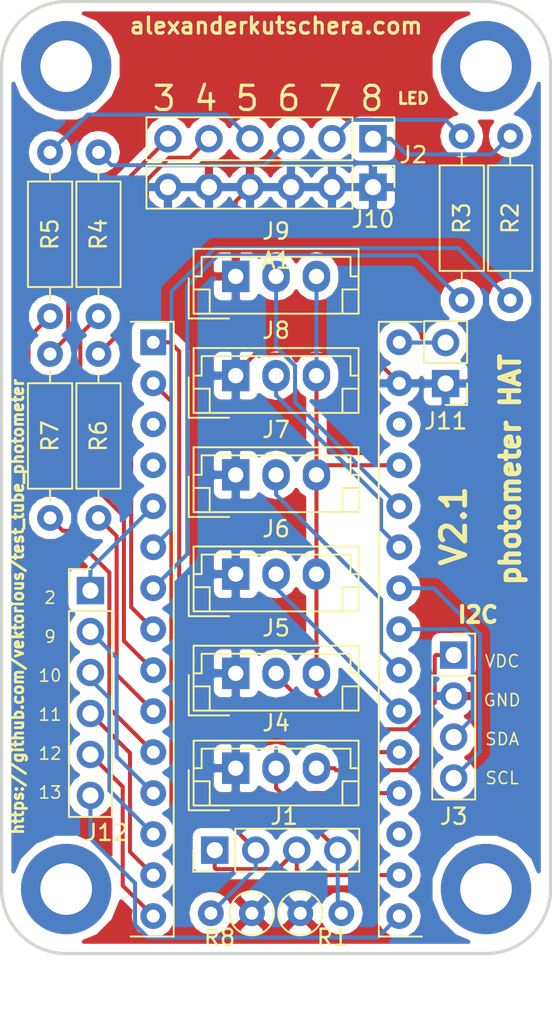
<source format=kicad_pcb>
(kicad_pcb (version 20171130) (host pcbnew "(5.0.0-3-g5ebb6b6)")

  (general
    (thickness 1.6)
    (drawings 17)
    (tracks 182)
    (zones 0)
    (modules 25)
    (nets 33)
  )

  (page A4)
  (layers
    (0 F.Cu signal)
    (31 B.Cu signal)
    (32 B.Adhes user)
    (33 F.Adhes user)
    (34 B.Paste user)
    (35 F.Paste user)
    (36 B.SilkS user)
    (37 F.SilkS user)
    (38 B.Mask user)
    (39 F.Mask user)
    (40 Dwgs.User user)
    (41 Cmts.User user)
    (42 Eco1.User user)
    (43 Eco2.User user)
    (44 Edge.Cuts user)
    (45 Margin user)
    (46 B.CrtYd user hide)
    (47 F.CrtYd user hide)
    (48 B.Fab user)
    (49 F.Fab user hide)
  )

  (setup
    (last_trace_width 0.25)
    (trace_clearance 0.2)
    (zone_clearance 0.508)
    (zone_45_only no)
    (trace_min 0.2)
    (segment_width 0.2)
    (edge_width 0.2)
    (via_size 0.8)
    (via_drill 0.4)
    (via_min_size 0.4)
    (via_min_drill 0.3)
    (uvia_size 0.3)
    (uvia_drill 0.1)
    (uvias_allowed no)
    (uvia_min_size 0.2)
    (uvia_min_drill 0.1)
    (pcb_text_width 0.3)
    (pcb_text_size 1.5 1.5)
    (mod_edge_width 0.15)
    (mod_text_size 1 1)
    (mod_text_width 0.15)
    (pad_size 1.524 1.524)
    (pad_drill 0.762)
    (pad_to_mask_clearance 0.2)
    (aux_axis_origin 0 0)
    (visible_elements FFFFEF7F)
    (pcbplotparams
      (layerselection 0x030ff_ffffffff)
      (usegerberextensions false)
      (usegerberattributes false)
      (usegerberadvancedattributes false)
      (creategerberjobfile false)
      (excludeedgelayer true)
      (linewidth 0.100000)
      (plotframeref false)
      (viasonmask false)
      (mode 1)
      (useauxorigin false)
      (hpglpennumber 1)
      (hpglpenspeed 20)
      (hpglpendiameter 15.000000)
      (psnegative false)
      (psa4output false)
      (plotreference true)
      (plotvalue true)
      (plotinvisibletext false)
      (padsonsilk false)
      (subtractmaskfromsilk false)
      (outputformat 1)
      (mirror false)
      (drillshape 0)
      (scaleselection 1)
      (outputdirectory "tt_nano_HAT_gerbers/"))
  )

  (net 0 "")
  (net 1 "Net-(A1-Pad19)")
  (net 2 "Net-(A1-Pad20)")
  (net 3 "Net-(A1-Pad21)")
  (net 4 "Net-(A1-Pad6)")
  (net 5 "Net-(A1-Pad22)")
  (net 6 "Net-(A1-Pad7)")
  (net 7 "Net-(A1-Pad23)")
  (net 8 "Net-(A1-Pad8)")
  (net 9 "Net-(A1-Pad24)")
  (net 10 "Net-(A1-Pad9)")
  (net 11 "Net-(A1-Pad25)")
  (net 12 "Net-(A1-Pad10)")
  (net 13 "Net-(A1-Pad26)")
  (net 14 "Net-(A1-Pad11)")
  (net 15 "Net-(A1-Pad27)")
  (net 16 "Net-(A1-Pad15)")
  (net 17 "Net-(A1-Pad16)")
  (net 18 "Net-(J2-Pad1)")
  (net 19 "Net-(J2-Pad2)")
  (net 20 "Net-(J2-Pad3)")
  (net 21 "Net-(J2-Pad4)")
  (net 22 "Net-(J2-Pad5)")
  (net 23 "Net-(J2-Pad6)")
  (net 24 "Net-(A1-Pad30)")
  (net 25 "Net-(A1-Pad14)")
  (net 26 "Net-(A1-Pad13)")
  (net 27 "Net-(A1-Pad12)")
  (net 28 "Net-(A1-Pad5)")
  (net 29 "Net-(A1-Pad2)")
  (net 30 "Net-(A1-Pad17)")
  (net 31 "Net-(A1-Pad1)")
  (net 32 GND)

  (net_class Default "Dies ist die voreingestellte Netzklasse."
    (clearance 0.2)
    (trace_width 0.25)
    (via_dia 0.8)
    (via_drill 0.4)
    (uvia_dia 0.3)
    (uvia_drill 0.1)
    (add_net GND)
    (add_net "Net-(A1-Pad1)")
    (add_net "Net-(A1-Pad10)")
    (add_net "Net-(A1-Pad11)")
    (add_net "Net-(A1-Pad12)")
    (add_net "Net-(A1-Pad13)")
    (add_net "Net-(A1-Pad14)")
    (add_net "Net-(A1-Pad15)")
    (add_net "Net-(A1-Pad16)")
    (add_net "Net-(A1-Pad17)")
    (add_net "Net-(A1-Pad19)")
    (add_net "Net-(A1-Pad2)")
    (add_net "Net-(A1-Pad20)")
    (add_net "Net-(A1-Pad21)")
    (add_net "Net-(A1-Pad22)")
    (add_net "Net-(A1-Pad23)")
    (add_net "Net-(A1-Pad24)")
    (add_net "Net-(A1-Pad25)")
    (add_net "Net-(A1-Pad26)")
    (add_net "Net-(A1-Pad27)")
    (add_net "Net-(A1-Pad30)")
    (add_net "Net-(A1-Pad5)")
    (add_net "Net-(A1-Pad6)")
    (add_net "Net-(A1-Pad7)")
    (add_net "Net-(A1-Pad8)")
    (add_net "Net-(A1-Pad9)")
    (add_net "Net-(J2-Pad1)")
    (add_net "Net-(J2-Pad2)")
    (add_net "Net-(J2-Pad3)")
    (add_net "Net-(J2-Pad4)")
    (add_net "Net-(J2-Pad5)")
    (add_net "Net-(J2-Pad6)")
  )

  (module MountingHole:MountingHole_3.2mm_M3_DIN965_Pad (layer F.Cu) (tedit 5C9D3360) (tstamp 5CB5A790)
    (at 137.5 87.5)
    (descr "Mounting Hole 3.2mm, M3, DIN965")
    (tags "mounting hole 3.2mm m3 din965")
    (attr virtual)
    (fp_text reference "" (at 0 -3.8) (layer F.SilkS)
      (effects (font (size 1 1) (thickness 0.15)))
    )
    (fp_text value MountingHole_3.2mm_M3_DIN965_Pad (at 0 3.8) (layer F.Fab)
      (effects (font (size 1 1) (thickness 0.15)))
    )
    (fp_text user %R (at 0.3 0) (layer F.Fab)
      (effects (font (size 1 1) (thickness 0.15)))
    )
    (fp_circle (center 0 0) (end 2.8 0) (layer Cmts.User) (width 0.15))
    (fp_circle (center 0 0) (end 3.05 0) (layer F.CrtYd) (width 0.05))
    (pad 1 thru_hole circle (at 0 0) (size 5.6 5.6) (drill 3.2) (layers *.Cu *.Mask))
  )

  (module MountingHole:MountingHole_3.2mm_M3_DIN965_Pad (layer F.Cu) (tedit 5C9D3360) (tstamp 5CB5A690)
    (at 137.5 36.5)
    (descr "Mounting Hole 3.2mm, M3, DIN965")
    (tags "mounting hole 3.2mm m3 din965")
    (attr virtual)
    (fp_text reference "" (at 0 -3.8) (layer F.SilkS)
      (effects (font (size 1 1) (thickness 0.15)))
    )
    (fp_text value MountingHole_3.2mm_M3_DIN965_Pad (at 0 3.8) (layer F.Fab)
      (effects (font (size 1 1) (thickness 0.15)))
    )
    (fp_circle (center 0 0) (end 3.05 0) (layer F.CrtYd) (width 0.05))
    (fp_circle (center 0 0) (end 2.8 0) (layer Cmts.User) (width 0.15))
    (fp_text user %R (at 0.3 0) (layer F.Fab)
      (effects (font (size 1 1) (thickness 0.15)))
    )
    (pad 1 thru_hole circle (at 0 0) (size 5.6 5.6) (drill 3.2) (layers *.Cu *.Mask))
  )

  (module MountingHole:MountingHole_3.2mm_M3_DIN965_Pad (layer F.Cu) (tedit 5C9D3360) (tstamp 5CB5A5D5)
    (at 163.5 87.5)
    (descr "Mounting Hole 3.2mm, M3, DIN965")
    (tags "mounting hole 3.2mm m3 din965")
    (attr virtual)
    (fp_text reference "" (at 0 -3.8) (layer F.SilkS)
      (effects (font (size 1 1) (thickness 0.15)))
    )
    (fp_text value MountingHole_3.2mm_M3_DIN965_Pad (at 0 3.8) (layer F.Fab)
      (effects (font (size 1 1) (thickness 0.15)))
    )
    (fp_text user %R (at 0.3 0) (layer F.Fab)
      (effects (font (size 1 1) (thickness 0.15)))
    )
    (fp_circle (center 0 0) (end 2.8 0) (layer Cmts.User) (width 0.15))
    (fp_circle (center 0 0) (end 3.05 0) (layer F.CrtYd) (width 0.05))
    (pad 1 thru_hole circle (at 0 0) (size 5.6 5.6) (drill 3.2) (layers *.Cu *.Mask))
  )

  (module Module:Arduino_Nano2 (layer F.Cu) (tedit 5BF973D9) (tstamp 5C05A1FC)
    (at 142.89 53.615001)
    (descr "Arduino Nano, http://www.mouser.com/pdfdocs/Gravitech_Arduino_Nano3_0.pdf")
    (tags "Arduino Nano")
    (path /5BEB4545)
    (fp_text reference A1 (at 7.62 -5.08) (layer F.SilkS)
      (effects (font (size 1 1) (thickness 0.15)))
    )
    (fp_text value Arduino_Nano_v3.x (at 8.89 19.05 90) (layer F.Fab)
      (effects (font (size 1 1) (thickness 0.15)))
    )
    (fp_line (start 16.75 42.16) (end -1.53 42.16) (layer F.CrtYd) (width 0.05))
    (fp_line (start 16.75 42.16) (end 16.75 -4.06) (layer F.CrtYd) (width 0.05))
    (fp_line (start -1.53 -4.06) (end -1.53 42.16) (layer F.CrtYd) (width 0.05))
    (fp_line (start -1.53 -4.06) (end 16.75 -4.06) (layer F.CrtYd) (width 0.05))
    (fp_line (start 16.51 -3.81) (end 16.51 39.37) (layer F.Fab) (width 0.1))
    (fp_line (start 0 -3.81) (end 16.51 -3.81) (layer F.Fab) (width 0.1))
    (fp_line (start -1.27 -2.54) (end 0 -3.81) (layer F.Fab) (width 0.1))
    (fp_line (start -1.27 39.37) (end -1.27 -2.54) (layer F.Fab) (width 0.1))
    (fp_line (start 16.51 39.37) (end -1.27 39.37) (layer F.Fab) (width 0.1))
    (fp_line (start 3.81 41.91) (end 3.81 31.75) (layer F.Fab) (width 0.1))
    (fp_line (start 11.43 41.91) (end 3.81 41.91) (layer F.Fab) (width 0.1))
    (fp_line (start 11.43 31.75) (end 11.43 41.91) (layer F.Fab) (width 0.1))
    (fp_line (start 3.81 31.75) (end 11.43 31.75) (layer F.Fab) (width 0.1))
    (fp_line (start 1.27 36.83) (end -1.4 36.83) (layer F.SilkS) (width 0.12))
    (fp_line (start 1.27 1.27) (end 1.27 36.83) (layer F.SilkS) (width 0.12))
    (fp_line (start 13.97 36.83) (end 16.64 36.83) (layer F.SilkS) (width 0.12))
    (fp_line (start 13.97 -1.27) (end 13.97 36.83) (layer F.SilkS) (width 0.12))
    (fp_line (start 13.97 -1.27) (end 16.64 -1.27) (layer F.SilkS) (width 0.12))
    (fp_line (start 1.27 -1.27) (end -1.4 -1.27) (layer F.SilkS) (width 0.12))
    (fp_line (start 1.27 1.27) (end 1.27 -1.27) (layer F.SilkS) (width 0.12))
    (fp_text user %R (at 6.35 19.05 90) (layer F.Fab)
      (effects (font (size 1 1) (thickness 0.15)))
    )
    (pad 16 thru_hole oval (at 15.24 35.56) (size 1.6 1.6) (drill 0.8) (layers *.Cu *.Mask)
      (net 17 "Net-(A1-Pad16)"))
    (pad 15 thru_hole oval (at 0 35.56) (size 1.6 1.6) (drill 0.8) (layers *.Cu *.Mask)
      (net 16 "Net-(A1-Pad15)"))
    (pad 30 thru_hole oval (at 15.24 0) (size 1.6 1.6) (drill 0.8) (layers *.Cu *.Mask)
      (net 24 "Net-(A1-Pad30)"))
    (pad 14 thru_hole oval (at 0 33.02) (size 1.6 1.6) (drill 0.8) (layers *.Cu *.Mask)
      (net 25 "Net-(A1-Pad14)"))
    (pad 29 thru_hole oval (at 15.24 2.54) (size 1.6 1.6) (drill 0.8) (layers *.Cu *.Mask)
      (net 32 GND))
    (pad 13 thru_hole oval (at 0 30.48) (size 1.6 1.6) (drill 0.8) (layers *.Cu *.Mask)
      (net 26 "Net-(A1-Pad13)"))
    (pad 28 thru_hole oval (at 15.24 5.08) (size 1.6 1.6) (drill 0.8) (layers *.Cu *.Mask))
    (pad 12 thru_hole oval (at 0 27.94) (size 1.6 1.6) (drill 0.8) (layers *.Cu *.Mask)
      (net 27 "Net-(A1-Pad12)"))
    (pad 27 thru_hole oval (at 15.24 7.62) (size 1.6 1.6) (drill 0.8) (layers *.Cu *.Mask)
      (net 15 "Net-(A1-Pad27)"))
    (pad 11 thru_hole oval (at 0 25.4) (size 1.6 1.6) (drill 0.8) (layers *.Cu *.Mask)
      (net 14 "Net-(A1-Pad11)"))
    (pad 26 thru_hole oval (at 15.24 10.16) (size 1.6 1.6) (drill 0.8) (layers *.Cu *.Mask)
      (net 13 "Net-(A1-Pad26)"))
    (pad 10 thru_hole oval (at 0 22.86) (size 1.6 1.6) (drill 0.8) (layers *.Cu *.Mask)
      (net 12 "Net-(A1-Pad10)"))
    (pad 25 thru_hole oval (at 15.24 12.7) (size 1.6 1.6) (drill 0.8) (layers *.Cu *.Mask)
      (net 11 "Net-(A1-Pad25)"))
    (pad 9 thru_hole oval (at 0 20.32) (size 1.6 1.6) (drill 0.8) (layers *.Cu *.Mask)
      (net 10 "Net-(A1-Pad9)"))
    (pad 24 thru_hole oval (at 15.24 15.24) (size 1.6 1.6) (drill 0.8) (layers *.Cu *.Mask)
      (net 9 "Net-(A1-Pad24)"))
    (pad 8 thru_hole oval (at 0 17.78) (size 1.6 1.6) (drill 0.8) (layers *.Cu *.Mask)
      (net 8 "Net-(A1-Pad8)"))
    (pad 23 thru_hole oval (at 15.24 17.78) (size 1.6 1.6) (drill 0.8) (layers *.Cu *.Mask)
      (net 7 "Net-(A1-Pad23)"))
    (pad 7 thru_hole oval (at 0 15.24) (size 1.6 1.6) (drill 0.8) (layers *.Cu *.Mask)
      (net 6 "Net-(A1-Pad7)"))
    (pad 22 thru_hole oval (at 15.24 20.32) (size 1.6 1.6) (drill 0.8) (layers *.Cu *.Mask)
      (net 5 "Net-(A1-Pad22)"))
    (pad 6 thru_hole oval (at 0 12.7) (size 1.6 1.6) (drill 0.8) (layers *.Cu *.Mask)
      (net 4 "Net-(A1-Pad6)"))
    (pad 21 thru_hole oval (at 15.24 22.86) (size 1.6 1.6) (drill 0.8) (layers *.Cu *.Mask)
      (net 3 "Net-(A1-Pad21)"))
    (pad 5 thru_hole oval (at 0 10.16) (size 1.6 1.6) (drill 0.8) (layers *.Cu *.Mask)
      (net 28 "Net-(A1-Pad5)"))
    (pad 20 thru_hole oval (at 15.24 25.4) (size 1.6 1.6) (drill 0.8) (layers *.Cu *.Mask)
      (net 2 "Net-(A1-Pad20)"))
    (pad 4 thru_hole oval (at 0 7.62) (size 1.6 1.6) (drill 0.8) (layers *.Cu *.Mask))
    (pad 19 thru_hole oval (at 15.24 27.94) (size 1.6 1.6) (drill 0.8) (layers *.Cu *.Mask)
      (net 1 "Net-(A1-Pad19)"))
    (pad 3 thru_hole oval (at 0 5.08) (size 1.6 1.6) (drill 0.8) (layers *.Cu *.Mask))
    (pad 18 thru_hole oval (at 15.24 30.48) (size 1.6 1.6) (drill 0.8) (layers *.Cu *.Mask))
    (pad 2 thru_hole oval (at 0 2.54) (size 1.6 1.6) (drill 0.8) (layers *.Cu *.Mask)
      (net 29 "Net-(A1-Pad2)"))
    (pad 17 thru_hole oval (at 15.24 33.02) (size 1.6 1.6) (drill 0.8) (layers *.Cu *.Mask)
      (net 30 "Net-(A1-Pad17)"))
    (pad 1 thru_hole rect (at 0 0) (size 1.6 1.6) (drill 0.8) (layers *.Cu *.Mask)
      (net 31 "Net-(A1-Pad1)"))
    (model ${KISYS3DMOD}/Module.3dshapes/Arduino_Nano_WithMountingHoles.wrl
      (at (xyz 0 0 0))
      (scale (xyz 1 1 1))
      (rotate (xyz 0 0 0))
    )
  )

  (module Connector_JST:JST_EH_B03B-EH-A_1x03_P2.50mm_Vertical (layer F.Cu) (tedit 5A0EB040) (tstamp 5C05A2B2)
    (at 148 61.83)
    (descr "JST EH series connector, B03B-EH-A (http://www.jst-mfg.com/product/pdf/eng/eEH.pdf), generated with kicad-footprint-generator")
    (tags "connector JST EH side entry")
    (path /5BF5C4E4)
    (fp_text reference J7 (at 2.5 -2.8) (layer F.SilkS)
      (effects (font (size 1 1) (thickness 0.15)))
    )
    (fp_text value Conn_01x03_Male (at 2.5 3.4) (layer F.Fab)
      (effects (font (size 1 1) (thickness 0.15)))
    )
    (fp_text user %R (at 2.5 1.5) (layer F.Fab)
      (effects (font (size 1 1) (thickness 0.15)))
    )
    (fp_line (start -2.91 2.61) (end -0.41 2.61) (layer F.Fab) (width 0.1))
    (fp_line (start -2.91 0.11) (end -2.91 2.61) (layer F.Fab) (width 0.1))
    (fp_line (start -2.91 2.61) (end -0.41 2.61) (layer F.SilkS) (width 0.12))
    (fp_line (start -2.91 0.11) (end -2.91 2.61) (layer F.SilkS) (width 0.12))
    (fp_line (start 6.61 0.81) (end 6.61 2.31) (layer F.SilkS) (width 0.12))
    (fp_line (start 7.61 0.81) (end 6.61 0.81) (layer F.SilkS) (width 0.12))
    (fp_line (start -1.61 0.81) (end -1.61 2.31) (layer F.SilkS) (width 0.12))
    (fp_line (start -2.61 0.81) (end -1.61 0.81) (layer F.SilkS) (width 0.12))
    (fp_line (start 7.11 0) (end 7.61 0) (layer F.SilkS) (width 0.12))
    (fp_line (start 7.11 -1.21) (end 7.11 0) (layer F.SilkS) (width 0.12))
    (fp_line (start -2.11 -1.21) (end 7.11 -1.21) (layer F.SilkS) (width 0.12))
    (fp_line (start -2.11 0) (end -2.11 -1.21) (layer F.SilkS) (width 0.12))
    (fp_line (start -2.61 0) (end -2.11 0) (layer F.SilkS) (width 0.12))
    (fp_line (start 7.61 -1.71) (end -2.61 -1.71) (layer F.SilkS) (width 0.12))
    (fp_line (start 7.61 2.31) (end 7.61 -1.71) (layer F.SilkS) (width 0.12))
    (fp_line (start -2.61 2.31) (end 7.61 2.31) (layer F.SilkS) (width 0.12))
    (fp_line (start -2.61 -1.71) (end -2.61 2.31) (layer F.SilkS) (width 0.12))
    (fp_line (start 8 -2.1) (end -3 -2.1) (layer F.CrtYd) (width 0.05))
    (fp_line (start 8 2.7) (end 8 -2.1) (layer F.CrtYd) (width 0.05))
    (fp_line (start -3 2.7) (end 8 2.7) (layer F.CrtYd) (width 0.05))
    (fp_line (start -3 -2.1) (end -3 2.7) (layer F.CrtYd) (width 0.05))
    (fp_line (start 7.5 -1.6) (end -2.5 -1.6) (layer F.Fab) (width 0.1))
    (fp_line (start 7.5 2.2) (end 7.5 -1.6) (layer F.Fab) (width 0.1))
    (fp_line (start -2.5 2.2) (end 7.5 2.2) (layer F.Fab) (width 0.1))
    (fp_line (start -2.5 -1.6) (end -2.5 2.2) (layer F.Fab) (width 0.1))
    (pad 3 thru_hole oval (at 5 0) (size 1.7 1.95) (drill 0.95) (layers *.Cu *.Mask)
      (net 15 "Net-(A1-Pad27)"))
    (pad 2 thru_hole oval (at 2.5 0) (size 1.7 1.95) (drill 0.95) (layers *.Cu *.Mask)
      (net 5 "Net-(A1-Pad22)"))
    (pad 1 thru_hole rect (at 0 0) (size 1.7 1.95) (drill 0.95) (layers *.Cu *.Mask)
      (net 32 GND))
    (model ${KISYS3DMOD}/Connector_JST.3dshapes/JST_EH_B03B-EH-A_1x03_P2.50mm_Vertical.wrl
      (at (xyz 0 0 0))
      (scale (xyz 1 1 1))
      (rotate (xyz 0 0 0))
    )
  )

  (module Connector_PinSocket_2.54mm:PinSocket_1x04_P2.54mm_Vertical (layer F.Cu) (tedit 5C785760) (tstamp 5C05A22E)
    (at 161.5 73)
    (descr "Through hole straight socket strip, 1x04, 2.54mm pitch, single row (from Kicad 4.0.7), script generated")
    (tags "Through hole socket strip THT 1x04 2.54mm single row")
    (path /5BF65B72)
    (fp_text reference J3 (at 0 10) (layer F.SilkS)
      (effects (font (size 1 1) (thickness 0.15)))
    )
    (fp_text value Conn_01x04_Female (at 0 10.39) (layer F.Fab)
      (effects (font (size 1 1) (thickness 0.15)))
    )
    (fp_line (start -1.27 -1.27) (end 0.635 -1.27) (layer F.Fab) (width 0.1))
    (fp_line (start 0.635 -1.27) (end 1.27 -0.635) (layer F.Fab) (width 0.1))
    (fp_line (start 1.27 -0.635) (end 1.27 8.89) (layer F.Fab) (width 0.1))
    (fp_line (start 1.27 8.89) (end -1.27 8.89) (layer F.Fab) (width 0.1))
    (fp_line (start -1.27 8.89) (end -1.27 -1.27) (layer F.Fab) (width 0.1))
    (fp_line (start -1.33 1.27) (end 1.33 1.27) (layer F.SilkS) (width 0.12))
    (fp_line (start -1.33 1.27) (end -1.33 8.95) (layer F.SilkS) (width 0.12))
    (fp_line (start -1.33 8.95) (end 1.33 8.95) (layer F.SilkS) (width 0.12))
    (fp_line (start 1.33 1.27) (end 1.33 8.95) (layer F.SilkS) (width 0.12))
    (fp_line (start 1.33 -1.33) (end 1.33 0) (layer F.SilkS) (width 0.12))
    (fp_line (start 0 -1.33) (end 1.33 -1.33) (layer F.SilkS) (width 0.12))
    (fp_line (start -1.8 -1.8) (end 1.75 -1.8) (layer F.CrtYd) (width 0.05))
    (fp_line (start 1.75 -1.8) (end 1.75 9.4) (layer F.CrtYd) (width 0.05))
    (fp_line (start 1.75 9.4) (end -1.8 9.4) (layer F.CrtYd) (width 0.05))
    (fp_line (start -1.8 9.4) (end -1.8 -1.8) (layer F.CrtYd) (width 0.05))
    (fp_text user %R (at 0 3.81 90) (layer F.Fab)
      (effects (font (size 1 1) (thickness 0.15)))
    )
    (pad 1 thru_hole rect (at 0 0) (size 1.7 1.7) (drill 1) (layers *.Cu *.Mask)
      (net 15 "Net-(A1-Pad27)"))
    (pad 2 thru_hole oval (at 0 2.54) (size 1.7 1.7) (drill 1) (layers *.Cu *.Mask)
      (net 32 GND))
    (pad 3 thru_hole oval (at 0 5.08) (size 1.7 1.7) (drill 1) (layers *.Cu *.Mask)
      (net 7 "Net-(A1-Pad23)"))
    (pad 4 thru_hole oval (at 0 7.62) (size 1.7 1.7) (drill 1) (layers *.Cu *.Mask)
      (net 9 "Net-(A1-Pad24)"))
    (model ${KISYS3DMOD}/Connector_PinSocket_2.54mm.3dshapes/PinSocket_1x04_P2.54mm_Vertical.wrl
      (at (xyz 0 0 0))
      (scale (xyz 1 1 1))
      (rotate (xyz 0 0 0))
    )
  )

  (module Connector_JST:JST_EH_B03B-EH-A_1x03_P2.50mm_Vertical (layer F.Cu) (tedit 5A0EB040) (tstamp 5C05A24F)
    (at 148 80.01)
    (descr "JST EH series connector, B03B-EH-A (http://www.jst-mfg.com/product/pdf/eng/eEH.pdf), generated with kicad-footprint-generator")
    (tags "connector JST EH side entry")
    (path /5BF5C584)
    (fp_text reference J4 (at 2.5 -2.8) (layer F.SilkS)
      (effects (font (size 1 1) (thickness 0.15)))
    )
    (fp_text value Conn_01x03_Male (at 2.5 3.4) (layer F.Fab)
      (effects (font (size 1 1) (thickness 0.15)))
    )
    (fp_line (start -2.5 -1.6) (end -2.5 2.2) (layer F.Fab) (width 0.1))
    (fp_line (start -2.5 2.2) (end 7.5 2.2) (layer F.Fab) (width 0.1))
    (fp_line (start 7.5 2.2) (end 7.5 -1.6) (layer F.Fab) (width 0.1))
    (fp_line (start 7.5 -1.6) (end -2.5 -1.6) (layer F.Fab) (width 0.1))
    (fp_line (start -3 -2.1) (end -3 2.7) (layer F.CrtYd) (width 0.05))
    (fp_line (start -3 2.7) (end 8 2.7) (layer F.CrtYd) (width 0.05))
    (fp_line (start 8 2.7) (end 8 -2.1) (layer F.CrtYd) (width 0.05))
    (fp_line (start 8 -2.1) (end -3 -2.1) (layer F.CrtYd) (width 0.05))
    (fp_line (start -2.61 -1.71) (end -2.61 2.31) (layer F.SilkS) (width 0.12))
    (fp_line (start -2.61 2.31) (end 7.61 2.31) (layer F.SilkS) (width 0.12))
    (fp_line (start 7.61 2.31) (end 7.61 -1.71) (layer F.SilkS) (width 0.12))
    (fp_line (start 7.61 -1.71) (end -2.61 -1.71) (layer F.SilkS) (width 0.12))
    (fp_line (start -2.61 0) (end -2.11 0) (layer F.SilkS) (width 0.12))
    (fp_line (start -2.11 0) (end -2.11 -1.21) (layer F.SilkS) (width 0.12))
    (fp_line (start -2.11 -1.21) (end 7.11 -1.21) (layer F.SilkS) (width 0.12))
    (fp_line (start 7.11 -1.21) (end 7.11 0) (layer F.SilkS) (width 0.12))
    (fp_line (start 7.11 0) (end 7.61 0) (layer F.SilkS) (width 0.12))
    (fp_line (start -2.61 0.81) (end -1.61 0.81) (layer F.SilkS) (width 0.12))
    (fp_line (start -1.61 0.81) (end -1.61 2.31) (layer F.SilkS) (width 0.12))
    (fp_line (start 7.61 0.81) (end 6.61 0.81) (layer F.SilkS) (width 0.12))
    (fp_line (start 6.61 0.81) (end 6.61 2.31) (layer F.SilkS) (width 0.12))
    (fp_line (start -2.91 0.11) (end -2.91 2.61) (layer F.SilkS) (width 0.12))
    (fp_line (start -2.91 2.61) (end -0.41 2.61) (layer F.SilkS) (width 0.12))
    (fp_line (start -2.91 0.11) (end -2.91 2.61) (layer F.Fab) (width 0.1))
    (fp_line (start -2.91 2.61) (end -0.41 2.61) (layer F.Fab) (width 0.1))
    (fp_text user %R (at 2.5 1.5) (layer F.Fab)
      (effects (font (size 1 1) (thickness 0.15)))
    )
    (pad 1 thru_hole rect (at 0 0) (size 1.7 1.95) (drill 0.95) (layers *.Cu *.Mask)
      (net 32 GND))
    (pad 2 thru_hole oval (at 2.5 0) (size 1.7 1.95) (drill 0.95) (layers *.Cu *.Mask)
      (net 1 "Net-(A1-Pad19)"))
    (pad 3 thru_hole oval (at 5 0) (size 1.7 1.95) (drill 0.95) (layers *.Cu *.Mask)
      (net 15 "Net-(A1-Pad27)"))
    (model ${KISYS3DMOD}/Connector_JST.3dshapes/JST_EH_B03B-EH-A_1x03_P2.50mm_Vertical.wrl
      (at (xyz 0 0 0))
      (scale (xyz 1 1 1))
      (rotate (xyz 0 0 0))
    )
  )

  (module Connector_JST:JST_EH_B03B-EH-A_1x03_P2.50mm_Vertical (layer F.Cu) (tedit 5A0EB040) (tstamp 5C05A270)
    (at 148 74.13)
    (descr "JST EH series connector, B03B-EH-A (http://www.jst-mfg.com/product/pdf/eng/eEH.pdf), generated with kicad-footprint-generator")
    (tags "connector JST EH side entry")
    (path /5BF5C540)
    (fp_text reference J5 (at 2.5 -2.8) (layer F.SilkS)
      (effects (font (size 1 1) (thickness 0.15)))
    )
    (fp_text value Conn_01x03_Male (at 2.5 3.4) (layer F.Fab)
      (effects (font (size 1 1) (thickness 0.15)))
    )
    (fp_text user %R (at 2.5 1.5) (layer F.Fab)
      (effects (font (size 1 1) (thickness 0.15)))
    )
    (fp_line (start -2.91 2.61) (end -0.41 2.61) (layer F.Fab) (width 0.1))
    (fp_line (start -2.91 0.11) (end -2.91 2.61) (layer F.Fab) (width 0.1))
    (fp_line (start -2.91 2.61) (end -0.41 2.61) (layer F.SilkS) (width 0.12))
    (fp_line (start -2.91 0.11) (end -2.91 2.61) (layer F.SilkS) (width 0.12))
    (fp_line (start 6.61 0.81) (end 6.61 2.31) (layer F.SilkS) (width 0.12))
    (fp_line (start 7.61 0.81) (end 6.61 0.81) (layer F.SilkS) (width 0.12))
    (fp_line (start -1.61 0.81) (end -1.61 2.31) (layer F.SilkS) (width 0.12))
    (fp_line (start -2.61 0.81) (end -1.61 0.81) (layer F.SilkS) (width 0.12))
    (fp_line (start 7.11 0) (end 7.61 0) (layer F.SilkS) (width 0.12))
    (fp_line (start 7.11 -1.21) (end 7.11 0) (layer F.SilkS) (width 0.12))
    (fp_line (start -2.11 -1.21) (end 7.11 -1.21) (layer F.SilkS) (width 0.12))
    (fp_line (start -2.11 0) (end -2.11 -1.21) (layer F.SilkS) (width 0.12))
    (fp_line (start -2.61 0) (end -2.11 0) (layer F.SilkS) (width 0.12))
    (fp_line (start 7.61 -1.71) (end -2.61 -1.71) (layer F.SilkS) (width 0.12))
    (fp_line (start 7.61 2.31) (end 7.61 -1.71) (layer F.SilkS) (width 0.12))
    (fp_line (start -2.61 2.31) (end 7.61 2.31) (layer F.SilkS) (width 0.12))
    (fp_line (start -2.61 -1.71) (end -2.61 2.31) (layer F.SilkS) (width 0.12))
    (fp_line (start 8 -2.1) (end -3 -2.1) (layer F.CrtYd) (width 0.05))
    (fp_line (start 8 2.7) (end 8 -2.1) (layer F.CrtYd) (width 0.05))
    (fp_line (start -3 2.7) (end 8 2.7) (layer F.CrtYd) (width 0.05))
    (fp_line (start -3 -2.1) (end -3 2.7) (layer F.CrtYd) (width 0.05))
    (fp_line (start 7.5 -1.6) (end -2.5 -1.6) (layer F.Fab) (width 0.1))
    (fp_line (start 7.5 2.2) (end 7.5 -1.6) (layer F.Fab) (width 0.1))
    (fp_line (start -2.5 2.2) (end 7.5 2.2) (layer F.Fab) (width 0.1))
    (fp_line (start -2.5 -1.6) (end -2.5 2.2) (layer F.Fab) (width 0.1))
    (pad 3 thru_hole oval (at 5 0) (size 1.7 1.95) (drill 0.95) (layers *.Cu *.Mask)
      (net 15 "Net-(A1-Pad27)"))
    (pad 2 thru_hole oval (at 2.5 0) (size 1.7 1.95) (drill 0.95) (layers *.Cu *.Mask)
      (net 2 "Net-(A1-Pad20)"))
    (pad 1 thru_hole rect (at 0 0) (size 1.7 1.95) (drill 0.95) (layers *.Cu *.Mask)
      (net 32 GND))
    (model ${KISYS3DMOD}/Connector_JST.3dshapes/JST_EH_B03B-EH-A_1x03_P2.50mm_Vertical.wrl
      (at (xyz 0 0 0))
      (scale (xyz 1 1 1))
      (rotate (xyz 0 0 0))
    )
  )

  (module Connector_JST:JST_EH_B03B-EH-A_1x03_P2.50mm_Vertical (layer F.Cu) (tedit 5A0EB040) (tstamp 5C05A291)
    (at 148 67.98)
    (descr "JST EH series connector, B03B-EH-A (http://www.jst-mfg.com/product/pdf/eng/eEH.pdf), generated with kicad-footprint-generator")
    (tags "connector JST EH side entry")
    (path /5BF5C510)
    (fp_text reference J6 (at 2.5 -2.8) (layer F.SilkS)
      (effects (font (size 1 1) (thickness 0.15)))
    )
    (fp_text value Conn_01x03_Male (at 2.5 3.4) (layer F.Fab)
      (effects (font (size 1 1) (thickness 0.15)))
    )
    (fp_line (start -2.5 -1.6) (end -2.5 2.2) (layer F.Fab) (width 0.1))
    (fp_line (start -2.5 2.2) (end 7.5 2.2) (layer F.Fab) (width 0.1))
    (fp_line (start 7.5 2.2) (end 7.5 -1.6) (layer F.Fab) (width 0.1))
    (fp_line (start 7.5 -1.6) (end -2.5 -1.6) (layer F.Fab) (width 0.1))
    (fp_line (start -3 -2.1) (end -3 2.7) (layer F.CrtYd) (width 0.05))
    (fp_line (start -3 2.7) (end 8 2.7) (layer F.CrtYd) (width 0.05))
    (fp_line (start 8 2.7) (end 8 -2.1) (layer F.CrtYd) (width 0.05))
    (fp_line (start 8 -2.1) (end -3 -2.1) (layer F.CrtYd) (width 0.05))
    (fp_line (start -2.61 -1.71) (end -2.61 2.31) (layer F.SilkS) (width 0.12))
    (fp_line (start -2.61 2.31) (end 7.61 2.31) (layer F.SilkS) (width 0.12))
    (fp_line (start 7.61 2.31) (end 7.61 -1.71) (layer F.SilkS) (width 0.12))
    (fp_line (start 7.61 -1.71) (end -2.61 -1.71) (layer F.SilkS) (width 0.12))
    (fp_line (start -2.61 0) (end -2.11 0) (layer F.SilkS) (width 0.12))
    (fp_line (start -2.11 0) (end -2.11 -1.21) (layer F.SilkS) (width 0.12))
    (fp_line (start -2.11 -1.21) (end 7.11 -1.21) (layer F.SilkS) (width 0.12))
    (fp_line (start 7.11 -1.21) (end 7.11 0) (layer F.SilkS) (width 0.12))
    (fp_line (start 7.11 0) (end 7.61 0) (layer F.SilkS) (width 0.12))
    (fp_line (start -2.61 0.81) (end -1.61 0.81) (layer F.SilkS) (width 0.12))
    (fp_line (start -1.61 0.81) (end -1.61 2.31) (layer F.SilkS) (width 0.12))
    (fp_line (start 7.61 0.81) (end 6.61 0.81) (layer F.SilkS) (width 0.12))
    (fp_line (start 6.61 0.81) (end 6.61 2.31) (layer F.SilkS) (width 0.12))
    (fp_line (start -2.91 0.11) (end -2.91 2.61) (layer F.SilkS) (width 0.12))
    (fp_line (start -2.91 2.61) (end -0.41 2.61) (layer F.SilkS) (width 0.12))
    (fp_line (start -2.91 0.11) (end -2.91 2.61) (layer F.Fab) (width 0.1))
    (fp_line (start -2.91 2.61) (end -0.41 2.61) (layer F.Fab) (width 0.1))
    (fp_text user %R (at 2.5 1.5) (layer F.Fab)
      (effects (font (size 1 1) (thickness 0.15)))
    )
    (pad 1 thru_hole rect (at 0 0) (size 1.7 1.95) (drill 0.95) (layers *.Cu *.Mask)
      (net 32 GND))
    (pad 2 thru_hole oval (at 2.5 0) (size 1.7 1.95) (drill 0.95) (layers *.Cu *.Mask)
      (net 3 "Net-(A1-Pad21)"))
    (pad 3 thru_hole oval (at 5 0) (size 1.7 1.95) (drill 0.95) (layers *.Cu *.Mask)
      (net 15 "Net-(A1-Pad27)"))
    (model ${KISYS3DMOD}/Connector_JST.3dshapes/JST_EH_B03B-EH-A_1x03_P2.50mm_Vertical.wrl
      (at (xyz 0 0 0))
      (scale (xyz 1 1 1))
      (rotate (xyz 0 0 0))
    )
  )

  (module Connector_JST:JST_EH_B03B-EH-A_1x03_P2.50mm_Vertical (layer F.Cu) (tedit 5A0EB040) (tstamp 5C05A2D3)
    (at 148 55.68)
    (descr "JST EH series connector, B03B-EH-A (http://www.jst-mfg.com/product/pdf/eng/eEH.pdf), generated with kicad-footprint-generator")
    (tags "connector JST EH side entry")
    (path /5BF5C4B0)
    (fp_text reference J8 (at 2.5 -2.8) (layer F.SilkS)
      (effects (font (size 1 1) (thickness 0.15)))
    )
    (fp_text value Conn_01x03_Male (at 2.5 3.4) (layer F.Fab)
      (effects (font (size 1 1) (thickness 0.15)))
    )
    (fp_line (start -2.5 -1.6) (end -2.5 2.2) (layer F.Fab) (width 0.1))
    (fp_line (start -2.5 2.2) (end 7.5 2.2) (layer F.Fab) (width 0.1))
    (fp_line (start 7.5 2.2) (end 7.5 -1.6) (layer F.Fab) (width 0.1))
    (fp_line (start 7.5 -1.6) (end -2.5 -1.6) (layer F.Fab) (width 0.1))
    (fp_line (start -3 -2.1) (end -3 2.7) (layer F.CrtYd) (width 0.05))
    (fp_line (start -3 2.7) (end 8 2.7) (layer F.CrtYd) (width 0.05))
    (fp_line (start 8 2.7) (end 8 -2.1) (layer F.CrtYd) (width 0.05))
    (fp_line (start 8 -2.1) (end -3 -2.1) (layer F.CrtYd) (width 0.05))
    (fp_line (start -2.61 -1.71) (end -2.61 2.31) (layer F.SilkS) (width 0.12))
    (fp_line (start -2.61 2.31) (end 7.61 2.31) (layer F.SilkS) (width 0.12))
    (fp_line (start 7.61 2.31) (end 7.61 -1.71) (layer F.SilkS) (width 0.12))
    (fp_line (start 7.61 -1.71) (end -2.61 -1.71) (layer F.SilkS) (width 0.12))
    (fp_line (start -2.61 0) (end -2.11 0) (layer F.SilkS) (width 0.12))
    (fp_line (start -2.11 0) (end -2.11 -1.21) (layer F.SilkS) (width 0.12))
    (fp_line (start -2.11 -1.21) (end 7.11 -1.21) (layer F.SilkS) (width 0.12))
    (fp_line (start 7.11 -1.21) (end 7.11 0) (layer F.SilkS) (width 0.12))
    (fp_line (start 7.11 0) (end 7.61 0) (layer F.SilkS) (width 0.12))
    (fp_line (start -2.61 0.81) (end -1.61 0.81) (layer F.SilkS) (width 0.12))
    (fp_line (start -1.61 0.81) (end -1.61 2.31) (layer F.SilkS) (width 0.12))
    (fp_line (start 7.61 0.81) (end 6.61 0.81) (layer F.SilkS) (width 0.12))
    (fp_line (start 6.61 0.81) (end 6.61 2.31) (layer F.SilkS) (width 0.12))
    (fp_line (start -2.91 0.11) (end -2.91 2.61) (layer F.SilkS) (width 0.12))
    (fp_line (start -2.91 2.61) (end -0.41 2.61) (layer F.SilkS) (width 0.12))
    (fp_line (start -2.91 0.11) (end -2.91 2.61) (layer F.Fab) (width 0.1))
    (fp_line (start -2.91 2.61) (end -0.41 2.61) (layer F.Fab) (width 0.1))
    (fp_text user %R (at 2.5 1.5) (layer F.Fab)
      (effects (font (size 1 1) (thickness 0.15)))
    )
    (pad 1 thru_hole rect (at 0 0) (size 1.7 1.95) (drill 0.95) (layers *.Cu *.Mask)
      (net 32 GND))
    (pad 2 thru_hole oval (at 2.5 0) (size 1.7 1.95) (drill 0.95) (layers *.Cu *.Mask)
      (net 11 "Net-(A1-Pad25)"))
    (pad 3 thru_hole oval (at 5 0) (size 1.7 1.95) (drill 0.95) (layers *.Cu *.Mask)
      (net 15 "Net-(A1-Pad27)"))
    (model ${KISYS3DMOD}/Connector_JST.3dshapes/JST_EH_B03B-EH-A_1x03_P2.50mm_Vertical.wrl
      (at (xyz 0 0 0))
      (scale (xyz 1 1 1))
      (rotate (xyz 0 0 0))
    )
  )

  (module Connector_JST:JST_EH_B03B-EH-A_1x03_P2.50mm_Vertical (layer F.Cu) (tedit 5A0EB040) (tstamp 5C05A2F4)
    (at 148 49.53)
    (descr "JST EH series connector, B03B-EH-A (http://www.jst-mfg.com/product/pdf/eng/eEH.pdf), generated with kicad-footprint-generator")
    (tags "connector JST EH side entry")
    (path /5BF5C222)
    (fp_text reference J9 (at 2.5 -2.8) (layer F.SilkS)
      (effects (font (size 1 1) (thickness 0.15)))
    )
    (fp_text value Conn_01x03_Male (at 2.5 3.4) (layer F.Fab)
      (effects (font (size 1 1) (thickness 0.15)))
    )
    (fp_text user %R (at 2.5 1.5) (layer F.Fab)
      (effects (font (size 1 1) (thickness 0.15)))
    )
    (fp_line (start -2.91 2.61) (end -0.41 2.61) (layer F.Fab) (width 0.1))
    (fp_line (start -2.91 0.11) (end -2.91 2.61) (layer F.Fab) (width 0.1))
    (fp_line (start -2.91 2.61) (end -0.41 2.61) (layer F.SilkS) (width 0.12))
    (fp_line (start -2.91 0.11) (end -2.91 2.61) (layer F.SilkS) (width 0.12))
    (fp_line (start 6.61 0.81) (end 6.61 2.31) (layer F.SilkS) (width 0.12))
    (fp_line (start 7.61 0.81) (end 6.61 0.81) (layer F.SilkS) (width 0.12))
    (fp_line (start -1.61 0.81) (end -1.61 2.31) (layer F.SilkS) (width 0.12))
    (fp_line (start -2.61 0.81) (end -1.61 0.81) (layer F.SilkS) (width 0.12))
    (fp_line (start 7.11 0) (end 7.61 0) (layer F.SilkS) (width 0.12))
    (fp_line (start 7.11 -1.21) (end 7.11 0) (layer F.SilkS) (width 0.12))
    (fp_line (start -2.11 -1.21) (end 7.11 -1.21) (layer F.SilkS) (width 0.12))
    (fp_line (start -2.11 0) (end -2.11 -1.21) (layer F.SilkS) (width 0.12))
    (fp_line (start -2.61 0) (end -2.11 0) (layer F.SilkS) (width 0.12))
    (fp_line (start 7.61 -1.71) (end -2.61 -1.71) (layer F.SilkS) (width 0.12))
    (fp_line (start 7.61 2.31) (end 7.61 -1.71) (layer F.SilkS) (width 0.12))
    (fp_line (start -2.61 2.31) (end 7.61 2.31) (layer F.SilkS) (width 0.12))
    (fp_line (start -2.61 -1.71) (end -2.61 2.31) (layer F.SilkS) (width 0.12))
    (fp_line (start 8 -2.1) (end -3 -2.1) (layer F.CrtYd) (width 0.05))
    (fp_line (start 8 2.7) (end 8 -2.1) (layer F.CrtYd) (width 0.05))
    (fp_line (start -3 2.7) (end 8 2.7) (layer F.CrtYd) (width 0.05))
    (fp_line (start -3 -2.1) (end -3 2.7) (layer F.CrtYd) (width 0.05))
    (fp_line (start 7.5 -1.6) (end -2.5 -1.6) (layer F.Fab) (width 0.1))
    (fp_line (start 7.5 2.2) (end 7.5 -1.6) (layer F.Fab) (width 0.1))
    (fp_line (start -2.5 2.2) (end 7.5 2.2) (layer F.Fab) (width 0.1))
    (fp_line (start -2.5 -1.6) (end -2.5 2.2) (layer F.Fab) (width 0.1))
    (pad 3 thru_hole oval (at 5 0) (size 1.7 1.95) (drill 0.95) (layers *.Cu *.Mask)
      (net 15 "Net-(A1-Pad27)"))
    (pad 2 thru_hole oval (at 2.5 0) (size 1.7 1.95) (drill 0.95) (layers *.Cu *.Mask)
      (net 13 "Net-(A1-Pad26)"))
    (pad 1 thru_hole rect (at 0 0) (size 1.7 1.95) (drill 0.95) (layers *.Cu *.Mask)
      (net 32 GND))
    (model ${KISYS3DMOD}/Connector_JST.3dshapes/JST_EH_B03B-EH-A_1x03_P2.50mm_Vertical.wrl
      (at (xyz 0 0 0))
      (scale (xyz 1 1 1))
      (rotate (xyz 0 0 0))
    )
  )

  (module Connector_PinHeader_2.54mm:PinHeader_1x04_P2.54mm_Vertical (layer F.Cu) (tedit 59FED5CC) (tstamp 5C05C507)
    (at 146.7 85.09 90)
    (descr "Through hole straight pin header, 1x04, 2.54mm pitch, single row")
    (tags "Through hole pin header THT 1x04 2.54mm single row")
    (path /5BF9B0E4)
    (fp_text reference J1 (at 2.09 4.3 180) (layer F.SilkS)
      (effects (font (size 1 1) (thickness 0.15)))
    )
    (fp_text value Conn_01x04_Male (at 0 9.95 90) (layer F.Fab)
      (effects (font (size 1 1) (thickness 0.15)))
    )
    (fp_text user %R (at 0 3.81 180) (layer F.Fab)
      (effects (font (size 1 1) (thickness 0.15)))
    )
    (fp_line (start 1.8 -1.8) (end -1.8 -1.8) (layer F.CrtYd) (width 0.05))
    (fp_line (start 1.8 9.4) (end 1.8 -1.8) (layer F.CrtYd) (width 0.05))
    (fp_line (start -1.8 9.4) (end 1.8 9.4) (layer F.CrtYd) (width 0.05))
    (fp_line (start -1.8 -1.8) (end -1.8 9.4) (layer F.CrtYd) (width 0.05))
    (fp_line (start -1.33 -1.33) (end 0 -1.33) (layer F.SilkS) (width 0.12))
    (fp_line (start -1.33 0) (end -1.33 -1.33) (layer F.SilkS) (width 0.12))
    (fp_line (start -1.33 1.27) (end 1.33 1.27) (layer F.SilkS) (width 0.12))
    (fp_line (start 1.33 1.27) (end 1.33 8.95) (layer F.SilkS) (width 0.12))
    (fp_line (start -1.33 1.27) (end -1.33 8.95) (layer F.SilkS) (width 0.12))
    (fp_line (start -1.33 8.95) (end 1.33 8.95) (layer F.SilkS) (width 0.12))
    (fp_line (start -1.27 -0.635) (end -0.635 -1.27) (layer F.Fab) (width 0.1))
    (fp_line (start -1.27 8.89) (end -1.27 -0.635) (layer F.Fab) (width 0.1))
    (fp_line (start 1.27 8.89) (end -1.27 8.89) (layer F.Fab) (width 0.1))
    (fp_line (start 1.27 -1.27) (end 1.27 8.89) (layer F.Fab) (width 0.1))
    (fp_line (start -0.635 -1.27) (end 1.27 -1.27) (layer F.Fab) (width 0.1))
    (pad 4 thru_hole oval (at 0 7.62 90) (size 1.7 1.7) (drill 1) (layers *.Cu *.Mask)
      (net 31 "Net-(A1-Pad1)"))
    (pad 3 thru_hole oval (at 0 5.08 90) (size 1.7 1.7) (drill 1) (layers *.Cu *.Mask)
      (net 30 "Net-(A1-Pad17)"))
    (pad 2 thru_hole oval (at 0 2.54 90) (size 1.7 1.7) (drill 1) (layers *.Cu *.Mask)
      (net 29 "Net-(A1-Pad2)"))
    (pad 1 thru_hole rect (at 0 0 90) (size 1.7 1.7) (drill 1) (layers *.Cu *.Mask)
      (net 30 "Net-(A1-Pad17)"))
    (model ${KISYS3DMOD}/Connector_PinHeader_2.54mm.3dshapes/PinHeader_1x04_P2.54mm_Vertical.wrl
      (at (xyz 0 0 0))
      (scale (xyz 1 1 1))
      (rotate (xyz 0 0 0))
    )
  )

  (module Resistor_THT:R_Axial_DIN0207_L6.3mm_D2.5mm_P2.54mm_Vertical (layer F.Cu) (tedit 5AE5139B) (tstamp 5C7857AB)
    (at 152 89)
    (descr "Resistor, Axial_DIN0207 series, Axial, Vertical, pin pitch=2.54mm, 0.25W = 1/4W, length*diameter=6.3*2.5mm^2, http://cdn-reichelt.de/documents/datenblatt/B400/1_4W%23YAG.pdf")
    (tags "Resistor Axial_DIN0207 series Axial Vertical pin pitch 2.54mm 0.25W = 1/4W length 6.3mm diameter 2.5mm")
    (path /5BFAECA2)
    (fp_text reference R1 (at 2 1.5) (layer F.SilkS)
      (effects (font (size 1 1) (thickness 0.15)))
    )
    (fp_text value R (at 1.27 2.37) (layer F.Fab)
      (effects (font (size 1 1) (thickness 0.15)))
    )
    (fp_text user %R (at 1.27 -2.37) (layer F.Fab)
      (effects (font (size 1 1) (thickness 0.15)))
    )
    (fp_line (start 3.59 -1.5) (end -1.5 -1.5) (layer F.CrtYd) (width 0.05))
    (fp_line (start 3.59 1.5) (end 3.59 -1.5) (layer F.CrtYd) (width 0.05))
    (fp_line (start -1.5 1.5) (end 3.59 1.5) (layer F.CrtYd) (width 0.05))
    (fp_line (start -1.5 -1.5) (end -1.5 1.5) (layer F.CrtYd) (width 0.05))
    (fp_line (start 1.37 0) (end 1.44 0) (layer F.SilkS) (width 0.12))
    (fp_line (start 0 0) (end 2.54 0) (layer F.Fab) (width 0.1))
    (fp_circle (center 0 0) (end 1.37 0) (layer F.SilkS) (width 0.12))
    (fp_circle (center 0 0) (end 1.25 0) (layer F.Fab) (width 0.1))
    (pad 2 thru_hole oval (at 2.54 0) (size 1.6 1.6) (drill 0.8) (layers *.Cu *.Mask)
      (net 31 "Net-(A1-Pad1)"))
    (pad 1 thru_hole circle (at 0 0) (size 1.6 1.6) (drill 0.8) (layers *.Cu *.Mask)
      (net 32 GND))
    (model ${KISYS3DMOD}/Resistor_THT.3dshapes/R_Axial_DIN0207_L6.3mm_D2.5mm_P2.54mm_Vertical.wrl
      (at (xyz 0 0 0))
      (scale (xyz 1 1 1))
      (rotate (xyz 0 0 0))
    )
  )

  (module Resistor_THT:R_Axial_DIN0207_L6.3mm_D2.5mm_P10.16mm_Horizontal (layer F.Cu) (tedit 5AE5139B) (tstamp 5C7857C2)
    (at 165 51 90)
    (descr "Resistor, Axial_DIN0207 series, Axial, Horizontal, pin pitch=10.16mm, 0.25W = 1/4W, length*diameter=6.3*2.5mm^2, http://cdn-reichelt.de/documents/datenblatt/B400/1_4W%23YAG.pdf")
    (tags "Resistor Axial_DIN0207 series Axial Horizontal pin pitch 10.16mm 0.25W = 1/4W length 6.3mm diameter 2.5mm")
    (path /5BF6C4F0)
    (fp_text reference R2 (at 5.08 0 90) (layer F.SilkS)
      (effects (font (size 1 1) (thickness 0.15)))
    )
    (fp_text value R (at 5.08 2.37 90) (layer F.Fab)
      (effects (font (size 1 1) (thickness 0.15)))
    )
    (fp_line (start 1.93 -1.25) (end 1.93 1.25) (layer F.Fab) (width 0.1))
    (fp_line (start 1.93 1.25) (end 8.23 1.25) (layer F.Fab) (width 0.1))
    (fp_line (start 8.23 1.25) (end 8.23 -1.25) (layer F.Fab) (width 0.1))
    (fp_line (start 8.23 -1.25) (end 1.93 -1.25) (layer F.Fab) (width 0.1))
    (fp_line (start 0 0) (end 1.93 0) (layer F.Fab) (width 0.1))
    (fp_line (start 10.16 0) (end 8.23 0) (layer F.Fab) (width 0.1))
    (fp_line (start 1.81 -1.37) (end 1.81 1.37) (layer F.SilkS) (width 0.12))
    (fp_line (start 1.81 1.37) (end 8.35 1.37) (layer F.SilkS) (width 0.12))
    (fp_line (start 8.35 1.37) (end 8.35 -1.37) (layer F.SilkS) (width 0.12))
    (fp_line (start 8.35 -1.37) (end 1.81 -1.37) (layer F.SilkS) (width 0.12))
    (fp_line (start 1.04 0) (end 1.81 0) (layer F.SilkS) (width 0.12))
    (fp_line (start 9.12 0) (end 8.35 0) (layer F.SilkS) (width 0.12))
    (fp_line (start -1.05 -1.5) (end -1.05 1.5) (layer F.CrtYd) (width 0.05))
    (fp_line (start -1.05 1.5) (end 11.21 1.5) (layer F.CrtYd) (width 0.05))
    (fp_line (start 11.21 1.5) (end 11.21 -1.5) (layer F.CrtYd) (width 0.05))
    (fp_line (start 11.21 -1.5) (end -1.05 -1.5) (layer F.CrtYd) (width 0.05))
    (fp_text user %R (at 5.08 0 90) (layer F.Fab)
      (effects (font (size 1 1) (thickness 0.15)))
    )
    (pad 1 thru_hole circle (at 0 0 90) (size 1.6 1.6) (drill 0.8) (layers *.Cu *.Mask)
      (net 4 "Net-(A1-Pad6)"))
    (pad 2 thru_hole oval (at 10.16 0 90) (size 1.6 1.6) (drill 0.8) (layers *.Cu *.Mask)
      (net 18 "Net-(J2-Pad1)"))
    (model ${KISYS3DMOD}/Resistor_THT.3dshapes/R_Axial_DIN0207_L6.3mm_D2.5mm_P10.16mm_Horizontal.wrl
      (at (xyz 0 0 0))
      (scale (xyz 1 1 1))
      (rotate (xyz 0 0 0))
    )
  )

  (module Resistor_THT:R_Axial_DIN0207_L6.3mm_D2.5mm_P10.16mm_Horizontal (layer F.Cu) (tedit 5AE5139B) (tstamp 5C7857D9)
    (at 162 51 90)
    (descr "Resistor, Axial_DIN0207 series, Axial, Horizontal, pin pitch=10.16mm, 0.25W = 1/4W, length*diameter=6.3*2.5mm^2, http://cdn-reichelt.de/documents/datenblatt/B400/1_4W%23YAG.pdf")
    (tags "Resistor Axial_DIN0207 series Axial Horizontal pin pitch 10.16mm 0.25W = 1/4W length 6.3mm diameter 2.5mm")
    (path /5BF6C582)
    (fp_text reference R3 (at 5.08 0 90) (layer F.SilkS)
      (effects (font (size 1 1) (thickness 0.15)))
    )
    (fp_text value R (at 5.08 2.37 90) (layer F.Fab)
      (effects (font (size 1 1) (thickness 0.15)))
    )
    (fp_text user %R (at 5.08 0 90) (layer F.Fab)
      (effects (font (size 1 1) (thickness 0.15)))
    )
    (fp_line (start 11.21 -1.5) (end -1.05 -1.5) (layer F.CrtYd) (width 0.05))
    (fp_line (start 11.21 1.5) (end 11.21 -1.5) (layer F.CrtYd) (width 0.05))
    (fp_line (start -1.05 1.5) (end 11.21 1.5) (layer F.CrtYd) (width 0.05))
    (fp_line (start -1.05 -1.5) (end -1.05 1.5) (layer F.CrtYd) (width 0.05))
    (fp_line (start 9.12 0) (end 8.35 0) (layer F.SilkS) (width 0.12))
    (fp_line (start 1.04 0) (end 1.81 0) (layer F.SilkS) (width 0.12))
    (fp_line (start 8.35 -1.37) (end 1.81 -1.37) (layer F.SilkS) (width 0.12))
    (fp_line (start 8.35 1.37) (end 8.35 -1.37) (layer F.SilkS) (width 0.12))
    (fp_line (start 1.81 1.37) (end 8.35 1.37) (layer F.SilkS) (width 0.12))
    (fp_line (start 1.81 -1.37) (end 1.81 1.37) (layer F.SilkS) (width 0.12))
    (fp_line (start 10.16 0) (end 8.23 0) (layer F.Fab) (width 0.1))
    (fp_line (start 0 0) (end 1.93 0) (layer F.Fab) (width 0.1))
    (fp_line (start 8.23 -1.25) (end 1.93 -1.25) (layer F.Fab) (width 0.1))
    (fp_line (start 8.23 1.25) (end 8.23 -1.25) (layer F.Fab) (width 0.1))
    (fp_line (start 1.93 1.25) (end 8.23 1.25) (layer F.Fab) (width 0.1))
    (fp_line (start 1.93 -1.25) (end 1.93 1.25) (layer F.Fab) (width 0.1))
    (pad 2 thru_hole oval (at 10.16 0 90) (size 1.6 1.6) (drill 0.8) (layers *.Cu *.Mask)
      (net 19 "Net-(J2-Pad2)"))
    (pad 1 thru_hole circle (at 0 0 90) (size 1.6 1.6) (drill 0.8) (layers *.Cu *.Mask)
      (net 6 "Net-(A1-Pad7)"))
    (model ${KISYS3DMOD}/Resistor_THT.3dshapes/R_Axial_DIN0207_L6.3mm_D2.5mm_P10.16mm_Horizontal.wrl
      (at (xyz 0 0 0))
      (scale (xyz 1 1 1))
      (rotate (xyz 0 0 0))
    )
  )

  (module Resistor_THT:R_Axial_DIN0207_L6.3mm_D2.5mm_P10.16mm_Horizontal (layer F.Cu) (tedit 5AE5139B) (tstamp 5C7857F0)
    (at 139.5 52 90)
    (descr "Resistor, Axial_DIN0207 series, Axial, Horizontal, pin pitch=10.16mm, 0.25W = 1/4W, length*diameter=6.3*2.5mm^2, http://cdn-reichelt.de/documents/datenblatt/B400/1_4W%23YAG.pdf")
    (tags "Resistor Axial_DIN0207 series Axial Horizontal pin pitch 10.16mm 0.25W = 1/4W length 6.3mm diameter 2.5mm")
    (path /5BF6C5CD)
    (fp_text reference R4 (at 5.08 0 90) (layer F.SilkS)
      (effects (font (size 1 1) (thickness 0.15)))
    )
    (fp_text value R (at 5.08 2.37 90) (layer F.Fab)
      (effects (font (size 1 1) (thickness 0.15)))
    )
    (fp_line (start 1.93 -1.25) (end 1.93 1.25) (layer F.Fab) (width 0.1))
    (fp_line (start 1.93 1.25) (end 8.23 1.25) (layer F.Fab) (width 0.1))
    (fp_line (start 8.23 1.25) (end 8.23 -1.25) (layer F.Fab) (width 0.1))
    (fp_line (start 8.23 -1.25) (end 1.93 -1.25) (layer F.Fab) (width 0.1))
    (fp_line (start 0 0) (end 1.93 0) (layer F.Fab) (width 0.1))
    (fp_line (start 10.16 0) (end 8.23 0) (layer F.Fab) (width 0.1))
    (fp_line (start 1.81 -1.37) (end 1.81 1.37) (layer F.SilkS) (width 0.12))
    (fp_line (start 1.81 1.37) (end 8.35 1.37) (layer F.SilkS) (width 0.12))
    (fp_line (start 8.35 1.37) (end 8.35 -1.37) (layer F.SilkS) (width 0.12))
    (fp_line (start 8.35 -1.37) (end 1.81 -1.37) (layer F.SilkS) (width 0.12))
    (fp_line (start 1.04 0) (end 1.81 0) (layer F.SilkS) (width 0.12))
    (fp_line (start 9.12 0) (end 8.35 0) (layer F.SilkS) (width 0.12))
    (fp_line (start -1.05 -1.5) (end -1.05 1.5) (layer F.CrtYd) (width 0.05))
    (fp_line (start -1.05 1.5) (end 11.21 1.5) (layer F.CrtYd) (width 0.05))
    (fp_line (start 11.21 1.5) (end 11.21 -1.5) (layer F.CrtYd) (width 0.05))
    (fp_line (start 11.21 -1.5) (end -1.05 -1.5) (layer F.CrtYd) (width 0.05))
    (fp_text user %R (at 5.08 0 90) (layer F.Fab)
      (effects (font (size 1 1) (thickness 0.15)))
    )
    (pad 1 thru_hole circle (at 0 0 90) (size 1.6 1.6) (drill 0.8) (layers *.Cu *.Mask)
      (net 8 "Net-(A1-Pad8)"))
    (pad 2 thru_hole oval (at 10.16 0 90) (size 1.6 1.6) (drill 0.8) (layers *.Cu *.Mask)
      (net 20 "Net-(J2-Pad3)"))
    (model ${KISYS3DMOD}/Resistor_THT.3dshapes/R_Axial_DIN0207_L6.3mm_D2.5mm_P10.16mm_Horizontal.wrl
      (at (xyz 0 0 0))
      (scale (xyz 1 1 1))
      (rotate (xyz 0 0 0))
    )
  )

  (module Resistor_THT:R_Axial_DIN0207_L6.3mm_D2.5mm_P10.16mm_Horizontal (layer F.Cu) (tedit 5AE5139B) (tstamp 5C785807)
    (at 136.5 52 90)
    (descr "Resistor, Axial_DIN0207 series, Axial, Horizontal, pin pitch=10.16mm, 0.25W = 1/4W, length*diameter=6.3*2.5mm^2, http://cdn-reichelt.de/documents/datenblatt/B400/1_4W%23YAG.pdf")
    (tags "Resistor Axial_DIN0207 series Axial Horizontal pin pitch 10.16mm 0.25W = 1/4W length 6.3mm diameter 2.5mm")
    (path /5BF6C60E)
    (fp_text reference R5 (at 5.08 0 90) (layer F.SilkS)
      (effects (font (size 1 1) (thickness 0.15)))
    )
    (fp_text value R (at 5.08 2.37 90) (layer F.Fab)
      (effects (font (size 1 1) (thickness 0.15)))
    )
    (fp_text user %R (at 5.08 0 90) (layer F.Fab)
      (effects (font (size 1 1) (thickness 0.15)))
    )
    (fp_line (start 11.21 -1.5) (end -1.05 -1.5) (layer F.CrtYd) (width 0.05))
    (fp_line (start 11.21 1.5) (end 11.21 -1.5) (layer F.CrtYd) (width 0.05))
    (fp_line (start -1.05 1.5) (end 11.21 1.5) (layer F.CrtYd) (width 0.05))
    (fp_line (start -1.05 -1.5) (end -1.05 1.5) (layer F.CrtYd) (width 0.05))
    (fp_line (start 9.12 0) (end 8.35 0) (layer F.SilkS) (width 0.12))
    (fp_line (start 1.04 0) (end 1.81 0) (layer F.SilkS) (width 0.12))
    (fp_line (start 8.35 -1.37) (end 1.81 -1.37) (layer F.SilkS) (width 0.12))
    (fp_line (start 8.35 1.37) (end 8.35 -1.37) (layer F.SilkS) (width 0.12))
    (fp_line (start 1.81 1.37) (end 8.35 1.37) (layer F.SilkS) (width 0.12))
    (fp_line (start 1.81 -1.37) (end 1.81 1.37) (layer F.SilkS) (width 0.12))
    (fp_line (start 10.16 0) (end 8.23 0) (layer F.Fab) (width 0.1))
    (fp_line (start 0 0) (end 1.93 0) (layer F.Fab) (width 0.1))
    (fp_line (start 8.23 -1.25) (end 1.93 -1.25) (layer F.Fab) (width 0.1))
    (fp_line (start 8.23 1.25) (end 8.23 -1.25) (layer F.Fab) (width 0.1))
    (fp_line (start 1.93 1.25) (end 8.23 1.25) (layer F.Fab) (width 0.1))
    (fp_line (start 1.93 -1.25) (end 1.93 1.25) (layer F.Fab) (width 0.1))
    (pad 2 thru_hole oval (at 10.16 0 90) (size 1.6 1.6) (drill 0.8) (layers *.Cu *.Mask)
      (net 21 "Net-(J2-Pad4)"))
    (pad 1 thru_hole circle (at 0 0 90) (size 1.6 1.6) (drill 0.8) (layers *.Cu *.Mask)
      (net 10 "Net-(A1-Pad9)"))
    (model ${KISYS3DMOD}/Resistor_THT.3dshapes/R_Axial_DIN0207_L6.3mm_D2.5mm_P10.16mm_Horizontal.wrl
      (at (xyz 0 0 0))
      (scale (xyz 1 1 1))
      (rotate (xyz 0 0 0))
    )
  )

  (module Resistor_THT:R_Axial_DIN0207_L6.3mm_D2.5mm_P10.16mm_Horizontal (layer F.Cu) (tedit 5AE5139B) (tstamp 5C78581E)
    (at 139.5 64.5 90)
    (descr "Resistor, Axial_DIN0207 series, Axial, Horizontal, pin pitch=10.16mm, 0.25W = 1/4W, length*diameter=6.3*2.5mm^2, http://cdn-reichelt.de/documents/datenblatt/B400/1_4W%23YAG.pdf")
    (tags "Resistor Axial_DIN0207 series Axial Horizontal pin pitch 10.16mm 0.25W = 1/4W length 6.3mm diameter 2.5mm")
    (path /5BF6C668)
    (fp_text reference R6 (at 5.08 0 90) (layer F.SilkS)
      (effects (font (size 1 1) (thickness 0.15)))
    )
    (fp_text value R (at 5.08 2.37 90) (layer F.Fab)
      (effects (font (size 1 1) (thickness 0.15)))
    )
    (fp_line (start 1.93 -1.25) (end 1.93 1.25) (layer F.Fab) (width 0.1))
    (fp_line (start 1.93 1.25) (end 8.23 1.25) (layer F.Fab) (width 0.1))
    (fp_line (start 8.23 1.25) (end 8.23 -1.25) (layer F.Fab) (width 0.1))
    (fp_line (start 8.23 -1.25) (end 1.93 -1.25) (layer F.Fab) (width 0.1))
    (fp_line (start 0 0) (end 1.93 0) (layer F.Fab) (width 0.1))
    (fp_line (start 10.16 0) (end 8.23 0) (layer F.Fab) (width 0.1))
    (fp_line (start 1.81 -1.37) (end 1.81 1.37) (layer F.SilkS) (width 0.12))
    (fp_line (start 1.81 1.37) (end 8.35 1.37) (layer F.SilkS) (width 0.12))
    (fp_line (start 8.35 1.37) (end 8.35 -1.37) (layer F.SilkS) (width 0.12))
    (fp_line (start 8.35 -1.37) (end 1.81 -1.37) (layer F.SilkS) (width 0.12))
    (fp_line (start 1.04 0) (end 1.81 0) (layer F.SilkS) (width 0.12))
    (fp_line (start 9.12 0) (end 8.35 0) (layer F.SilkS) (width 0.12))
    (fp_line (start -1.05 -1.5) (end -1.05 1.5) (layer F.CrtYd) (width 0.05))
    (fp_line (start -1.05 1.5) (end 11.21 1.5) (layer F.CrtYd) (width 0.05))
    (fp_line (start 11.21 1.5) (end 11.21 -1.5) (layer F.CrtYd) (width 0.05))
    (fp_line (start 11.21 -1.5) (end -1.05 -1.5) (layer F.CrtYd) (width 0.05))
    (fp_text user %R (at 5.08 0 90) (layer F.Fab)
      (effects (font (size 1 1) (thickness 0.15)))
    )
    (pad 1 thru_hole circle (at 0 0 90) (size 1.6 1.6) (drill 0.8) (layers *.Cu *.Mask)
      (net 12 "Net-(A1-Pad10)"))
    (pad 2 thru_hole oval (at 10.16 0 90) (size 1.6 1.6) (drill 0.8) (layers *.Cu *.Mask)
      (net 22 "Net-(J2-Pad5)"))
    (model ${KISYS3DMOD}/Resistor_THT.3dshapes/R_Axial_DIN0207_L6.3mm_D2.5mm_P10.16mm_Horizontal.wrl
      (at (xyz 0 0 0))
      (scale (xyz 1 1 1))
      (rotate (xyz 0 0 0))
    )
  )

  (module Resistor_THT:R_Axial_DIN0207_L6.3mm_D2.5mm_P10.16mm_Horizontal (layer F.Cu) (tedit 5AE5139B) (tstamp 5C785835)
    (at 136.5 64.5 90)
    (descr "Resistor, Axial_DIN0207 series, Axial, Horizontal, pin pitch=10.16mm, 0.25W = 1/4W, length*diameter=6.3*2.5mm^2, http://cdn-reichelt.de/documents/datenblatt/B400/1_4W%23YAG.pdf")
    (tags "Resistor Axial_DIN0207 series Axial Horizontal pin pitch 10.16mm 0.25W = 1/4W length 6.3mm diameter 2.5mm")
    (path /5BF6C6C1)
    (fp_text reference R7 (at 5.08 0 90) (layer F.SilkS)
      (effects (font (size 1 1) (thickness 0.15)))
    )
    (fp_text value R (at 5.08 2.37 90) (layer F.Fab)
      (effects (font (size 1 1) (thickness 0.15)))
    )
    (fp_text user %R (at 5.08 0 90) (layer F.Fab)
      (effects (font (size 1 1) (thickness 0.15)))
    )
    (fp_line (start 11.21 -1.5) (end -1.05 -1.5) (layer F.CrtYd) (width 0.05))
    (fp_line (start 11.21 1.5) (end 11.21 -1.5) (layer F.CrtYd) (width 0.05))
    (fp_line (start -1.05 1.5) (end 11.21 1.5) (layer F.CrtYd) (width 0.05))
    (fp_line (start -1.05 -1.5) (end -1.05 1.5) (layer F.CrtYd) (width 0.05))
    (fp_line (start 9.12 0) (end 8.35 0) (layer F.SilkS) (width 0.12))
    (fp_line (start 1.04 0) (end 1.81 0) (layer F.SilkS) (width 0.12))
    (fp_line (start 8.35 -1.37) (end 1.81 -1.37) (layer F.SilkS) (width 0.12))
    (fp_line (start 8.35 1.37) (end 8.35 -1.37) (layer F.SilkS) (width 0.12))
    (fp_line (start 1.81 1.37) (end 8.35 1.37) (layer F.SilkS) (width 0.12))
    (fp_line (start 1.81 -1.37) (end 1.81 1.37) (layer F.SilkS) (width 0.12))
    (fp_line (start 10.16 0) (end 8.23 0) (layer F.Fab) (width 0.1))
    (fp_line (start 0 0) (end 1.93 0) (layer F.Fab) (width 0.1))
    (fp_line (start 8.23 -1.25) (end 1.93 -1.25) (layer F.Fab) (width 0.1))
    (fp_line (start 8.23 1.25) (end 8.23 -1.25) (layer F.Fab) (width 0.1))
    (fp_line (start 1.93 1.25) (end 8.23 1.25) (layer F.Fab) (width 0.1))
    (fp_line (start 1.93 -1.25) (end 1.93 1.25) (layer F.Fab) (width 0.1))
    (pad 2 thru_hole oval (at 10.16 0 90) (size 1.6 1.6) (drill 0.8) (layers *.Cu *.Mask)
      (net 23 "Net-(J2-Pad6)"))
    (pad 1 thru_hole circle (at 0 0 90) (size 1.6 1.6) (drill 0.8) (layers *.Cu *.Mask)
      (net 14 "Net-(A1-Pad11)"))
    (model ${KISYS3DMOD}/Resistor_THT.3dshapes/R_Axial_DIN0207_L6.3mm_D2.5mm_P10.16mm_Horizontal.wrl
      (at (xyz 0 0 0))
      (scale (xyz 1 1 1))
      (rotate (xyz 0 0 0))
    )
  )

  (module Resistor_THT:R_Axial_DIN0207_L6.3mm_D2.5mm_P2.54mm_Vertical (layer F.Cu) (tedit 5AE5139B) (tstamp 5C785844)
    (at 149 89 180)
    (descr "Resistor, Axial_DIN0207 series, Axial, Vertical, pin pitch=2.54mm, 0.25W = 1/4W, length*diameter=6.3*2.5mm^2, http://cdn-reichelt.de/documents/datenblatt/B400/1_4W%23YAG.pdf")
    (tags "Resistor Axial_DIN0207 series Axial Vertical pin pitch 2.54mm 0.25W = 1/4W length 6.3mm diameter 2.5mm")
    (path /5BFB2728)
    (fp_text reference R8 (at 2 -1.5 180) (layer F.SilkS)
      (effects (font (size 1 1) (thickness 0.15)))
    )
    (fp_text value R (at 1.27 2.37 180) (layer F.Fab)
      (effects (font (size 1 1) (thickness 0.15)))
    )
    (fp_circle (center 0 0) (end 1.25 0) (layer F.Fab) (width 0.1))
    (fp_circle (center 0 0) (end 1.37 0) (layer F.SilkS) (width 0.12))
    (fp_line (start 0 0) (end 2.54 0) (layer F.Fab) (width 0.1))
    (fp_line (start 1.37 0) (end 1.44 0) (layer F.SilkS) (width 0.12))
    (fp_line (start -1.5 -1.5) (end -1.5 1.5) (layer F.CrtYd) (width 0.05))
    (fp_line (start -1.5 1.5) (end 3.59 1.5) (layer F.CrtYd) (width 0.05))
    (fp_line (start 3.59 1.5) (end 3.59 -1.5) (layer F.CrtYd) (width 0.05))
    (fp_line (start 3.59 -1.5) (end -1.5 -1.5) (layer F.CrtYd) (width 0.05))
    (fp_text user %R (at 1.27 -2.37 180) (layer F.Fab)
      (effects (font (size 1 1) (thickness 0.15)))
    )
    (pad 1 thru_hole circle (at 0 0 180) (size 1.6 1.6) (drill 0.8) (layers *.Cu *.Mask)
      (net 32 GND))
    (pad 2 thru_hole oval (at 2.54 0 180) (size 1.6 1.6) (drill 0.8) (layers *.Cu *.Mask)
      (net 29 "Net-(A1-Pad2)"))
    (model ${KISYS3DMOD}/Resistor_THT.3dshapes/R_Axial_DIN0207_L6.3mm_D2.5mm_P2.54mm_Vertical.wrl
      (at (xyz 0 0 0))
      (scale (xyz 1 1 1))
      (rotate (xyz 0 0 0))
    )
  )

  (module Connector_PinHeader_2.54mm:PinHeader_1x06_P2.54mm_Vertical (layer F.Cu) (tedit 59FED5CC) (tstamp 5CA990C0)
    (at 156.5 41 270)
    (descr "Through hole straight pin header, 1x06, 2.54mm pitch, single row")
    (tags "Through hole pin header THT 1x06 2.54mm single row")
    (path /5BF6C44D)
    (fp_text reference J2 (at 1 -2.5) (layer F.SilkS)
      (effects (font (size 1 1) (thickness 0.15)))
    )
    (fp_text value Conn_01x06_Male (at 0 15.03 270) (layer F.Fab)
      (effects (font (size 1 1) (thickness 0.15)))
    )
    (fp_line (start -0.635 -1.27) (end 1.27 -1.27) (layer F.Fab) (width 0.1))
    (fp_line (start 1.27 -1.27) (end 1.27 13.97) (layer F.Fab) (width 0.1))
    (fp_line (start 1.27 13.97) (end -1.27 13.97) (layer F.Fab) (width 0.1))
    (fp_line (start -1.27 13.97) (end -1.27 -0.635) (layer F.Fab) (width 0.1))
    (fp_line (start -1.27 -0.635) (end -0.635 -1.27) (layer F.Fab) (width 0.1))
    (fp_line (start -1.33 14.03) (end 1.33 14.03) (layer F.SilkS) (width 0.12))
    (fp_line (start -1.33 1.27) (end -1.33 14.03) (layer F.SilkS) (width 0.12))
    (fp_line (start 1.33 1.27) (end 1.33 14.03) (layer F.SilkS) (width 0.12))
    (fp_line (start -1.33 1.27) (end 1.33 1.27) (layer F.SilkS) (width 0.12))
    (fp_line (start -1.33 0) (end -1.33 -1.33) (layer F.SilkS) (width 0.12))
    (fp_line (start -1.33 -1.33) (end 0 -1.33) (layer F.SilkS) (width 0.12))
    (fp_line (start -1.8 -1.8) (end -1.8 14.5) (layer F.CrtYd) (width 0.05))
    (fp_line (start -1.8 14.5) (end 1.8 14.5) (layer F.CrtYd) (width 0.05))
    (fp_line (start 1.8 14.5) (end 1.8 -1.8) (layer F.CrtYd) (width 0.05))
    (fp_line (start 1.8 -1.8) (end -1.8 -1.8) (layer F.CrtYd) (width 0.05))
    (fp_text user %R (at 0 6.35) (layer F.Fab)
      (effects (font (size 1 1) (thickness 0.15)))
    )
    (pad 1 thru_hole rect (at 0 0 270) (size 1.7 1.7) (drill 1) (layers *.Cu *.Mask)
      (net 18 "Net-(J2-Pad1)"))
    (pad 2 thru_hole oval (at 0 2.54 270) (size 1.7 1.7) (drill 1) (layers *.Cu *.Mask)
      (net 19 "Net-(J2-Pad2)"))
    (pad 3 thru_hole oval (at 0 5.08 270) (size 1.7 1.7) (drill 1) (layers *.Cu *.Mask)
      (net 20 "Net-(J2-Pad3)"))
    (pad 4 thru_hole oval (at 0 7.62 270) (size 1.7 1.7) (drill 1) (layers *.Cu *.Mask)
      (net 21 "Net-(J2-Pad4)"))
    (pad 5 thru_hole oval (at 0 10.16 270) (size 1.7 1.7) (drill 1) (layers *.Cu *.Mask)
      (net 22 "Net-(J2-Pad5)"))
    (pad 6 thru_hole oval (at 0 12.7 270) (size 1.7 1.7) (drill 1) (layers *.Cu *.Mask)
      (net 23 "Net-(J2-Pad6)"))
    (model ${KISYS3DMOD}/Connector_PinHeader_2.54mm.3dshapes/PinHeader_1x06_P2.54mm_Vertical.wrl
      (at (xyz 0 0 0))
      (scale (xyz 1 1 1))
      (rotate (xyz 0 0 0))
    )
  )

  (module Connector_PinHeader_2.54mm:PinHeader_1x06_P2.54mm_Vertical (layer F.Cu) (tedit 59FED5CC) (tstamp 5CA990DA)
    (at 156.5 44 270)
    (descr "Through hole straight pin header, 1x06, 2.54mm pitch, single row")
    (tags "Through hole pin header THT 1x06 2.54mm single row")
    (path /5C789849)
    (fp_text reference J10 (at 2 0) (layer F.SilkS)
      (effects (font (size 1 1) (thickness 0.15)))
    )
    (fp_text value Conn_01x06_Male (at 0 15.03 270) (layer F.Fab)
      (effects (font (size 1 1) (thickness 0.15)))
    )
    (fp_text user %R (at 0 6.35) (layer F.Fab)
      (effects (font (size 1 1) (thickness 0.15)))
    )
    (fp_line (start 1.8 -1.8) (end -1.8 -1.8) (layer F.CrtYd) (width 0.05))
    (fp_line (start 1.8 14.5) (end 1.8 -1.8) (layer F.CrtYd) (width 0.05))
    (fp_line (start -1.8 14.5) (end 1.8 14.5) (layer F.CrtYd) (width 0.05))
    (fp_line (start -1.8 -1.8) (end -1.8 14.5) (layer F.CrtYd) (width 0.05))
    (fp_line (start -1.33 -1.33) (end 0 -1.33) (layer F.SilkS) (width 0.12))
    (fp_line (start -1.33 0) (end -1.33 -1.33) (layer F.SilkS) (width 0.12))
    (fp_line (start -1.33 1.27) (end 1.33 1.27) (layer F.SilkS) (width 0.12))
    (fp_line (start 1.33 1.27) (end 1.33 14.03) (layer F.SilkS) (width 0.12))
    (fp_line (start -1.33 1.27) (end -1.33 14.03) (layer F.SilkS) (width 0.12))
    (fp_line (start -1.33 14.03) (end 1.33 14.03) (layer F.SilkS) (width 0.12))
    (fp_line (start -1.27 -0.635) (end -0.635 -1.27) (layer F.Fab) (width 0.1))
    (fp_line (start -1.27 13.97) (end -1.27 -0.635) (layer F.Fab) (width 0.1))
    (fp_line (start 1.27 13.97) (end -1.27 13.97) (layer F.Fab) (width 0.1))
    (fp_line (start 1.27 -1.27) (end 1.27 13.97) (layer F.Fab) (width 0.1))
    (fp_line (start -0.635 -1.27) (end 1.27 -1.27) (layer F.Fab) (width 0.1))
    (pad 6 thru_hole oval (at 0 12.7 270) (size 1.7 1.7) (drill 1) (layers *.Cu *.Mask)
      (net 32 GND))
    (pad 5 thru_hole oval (at 0 10.16 270) (size 1.7 1.7) (drill 1) (layers *.Cu *.Mask)
      (net 32 GND))
    (pad 4 thru_hole oval (at 0 7.62 270) (size 1.7 1.7) (drill 1) (layers *.Cu *.Mask)
      (net 32 GND))
    (pad 3 thru_hole oval (at 0 5.08 270) (size 1.7 1.7) (drill 1) (layers *.Cu *.Mask)
      (net 32 GND))
    (pad 2 thru_hole oval (at 0 2.54 270) (size 1.7 1.7) (drill 1) (layers *.Cu *.Mask)
      (net 32 GND))
    (pad 1 thru_hole rect (at 0 0 270) (size 1.7 1.7) (drill 1) (layers *.Cu *.Mask)
      (net 32 GND))
    (model ${KISYS3DMOD}/Connector_PinHeader_2.54mm.3dshapes/PinHeader_1x06_P2.54mm_Vertical.wrl
      (at (xyz 0 0 0))
      (scale (xyz 1 1 1))
      (rotate (xyz 0 0 0))
    )
  )

  (module Connector_PinHeader_2.54mm:PinHeader_1x02_P2.54mm_Vertical (layer F.Cu) (tedit 59FED5CC) (tstamp 5CA990F0)
    (at 161 56.17 180)
    (descr "Through hole straight pin header, 1x02, 2.54mm pitch, single row")
    (tags "Through hole pin header THT 1x02 2.54mm single row")
    (path /5C942AC0)
    (fp_text reference J11 (at 0 -2.33 180) (layer F.SilkS)
      (effects (font (size 1 1) (thickness 0.15)))
    )
    (fp_text value Conn_01x02_Male (at 0 4.87 180) (layer F.Fab)
      (effects (font (size 1 1) (thickness 0.15)))
    )
    (fp_line (start -0.635 -1.27) (end 1.27 -1.27) (layer F.Fab) (width 0.1))
    (fp_line (start 1.27 -1.27) (end 1.27 3.81) (layer F.Fab) (width 0.1))
    (fp_line (start 1.27 3.81) (end -1.27 3.81) (layer F.Fab) (width 0.1))
    (fp_line (start -1.27 3.81) (end -1.27 -0.635) (layer F.Fab) (width 0.1))
    (fp_line (start -1.27 -0.635) (end -0.635 -1.27) (layer F.Fab) (width 0.1))
    (fp_line (start -1.33 3.87) (end 1.33 3.87) (layer F.SilkS) (width 0.12))
    (fp_line (start -1.33 1.27) (end -1.33 3.87) (layer F.SilkS) (width 0.12))
    (fp_line (start 1.33 1.27) (end 1.33 3.87) (layer F.SilkS) (width 0.12))
    (fp_line (start -1.33 1.27) (end 1.33 1.27) (layer F.SilkS) (width 0.12))
    (fp_line (start -1.33 0) (end -1.33 -1.33) (layer F.SilkS) (width 0.12))
    (fp_line (start -1.33 -1.33) (end 0 -1.33) (layer F.SilkS) (width 0.12))
    (fp_line (start -1.8 -1.8) (end -1.8 4.35) (layer F.CrtYd) (width 0.05))
    (fp_line (start -1.8 4.35) (end 1.8 4.35) (layer F.CrtYd) (width 0.05))
    (fp_line (start 1.8 4.35) (end 1.8 -1.8) (layer F.CrtYd) (width 0.05))
    (fp_line (start 1.8 -1.8) (end -1.8 -1.8) (layer F.CrtYd) (width 0.05))
    (fp_text user %R (at 0 1.27 270) (layer F.Fab)
      (effects (font (size 1 1) (thickness 0.15)))
    )
    (pad 1 thru_hole rect (at 0 0 180) (size 1.7 1.7) (drill 1) (layers *.Cu *.Mask)
      (net 32 GND))
    (pad 2 thru_hole oval (at 0 2.54 180) (size 1.7 1.7) (drill 1) (layers *.Cu *.Mask)
      (net 24 "Net-(A1-Pad30)"))
    (model ${KISYS3DMOD}/Connector_PinHeader_2.54mm.3dshapes/PinHeader_1x02_P2.54mm_Vertical.wrl
      (at (xyz 0 0 0))
      (scale (xyz 1 1 1))
      (rotate (xyz 0 0 0))
    )
  )

  (module Connector_PinHeader_2.54mm:PinHeader_1x06_P2.54mm_Vertical (layer F.Cu) (tedit 59FED5CC) (tstamp 5CA9910A)
    (at 139 69)
    (descr "Through hole straight pin header, 1x06, 2.54mm pitch, single row")
    (tags "Through hole pin header THT 1x06 2.54mm single row")
    (path /5CA2E4A5)
    (fp_text reference J12 (at 1 15 180) (layer F.SilkS)
      (effects (font (size 1 1) (thickness 0.15)))
    )
    (fp_text value Conn_01x06_Male (at 0 15.03) (layer F.Fab)
      (effects (font (size 1 1) (thickness 0.15)))
    )
    (fp_line (start -0.635 -1.27) (end 1.27 -1.27) (layer F.Fab) (width 0.1))
    (fp_line (start 1.27 -1.27) (end 1.27 13.97) (layer F.Fab) (width 0.1))
    (fp_line (start 1.27 13.97) (end -1.27 13.97) (layer F.Fab) (width 0.1))
    (fp_line (start -1.27 13.97) (end -1.27 -0.635) (layer F.Fab) (width 0.1))
    (fp_line (start -1.27 -0.635) (end -0.635 -1.27) (layer F.Fab) (width 0.1))
    (fp_line (start -1.33 14.03) (end 1.33 14.03) (layer F.SilkS) (width 0.12))
    (fp_line (start -1.33 1.27) (end -1.33 14.03) (layer F.SilkS) (width 0.12))
    (fp_line (start 1.33 1.27) (end 1.33 14.03) (layer F.SilkS) (width 0.12))
    (fp_line (start -1.33 1.27) (end 1.33 1.27) (layer F.SilkS) (width 0.12))
    (fp_line (start -1.33 0) (end -1.33 -1.33) (layer F.SilkS) (width 0.12))
    (fp_line (start -1.33 -1.33) (end 0 -1.33) (layer F.SilkS) (width 0.12))
    (fp_line (start -1.8 -1.8) (end -1.8 14.5) (layer F.CrtYd) (width 0.05))
    (fp_line (start -1.8 14.5) (end 1.8 14.5) (layer F.CrtYd) (width 0.05))
    (fp_line (start 1.8 14.5) (end 1.8 -1.8) (layer F.CrtYd) (width 0.05))
    (fp_line (start 1.8 -1.8) (end -1.8 -1.8) (layer F.CrtYd) (width 0.05))
    (fp_text user %R (at 0 6.35 90) (layer F.Fab)
      (effects (font (size 1 1) (thickness 0.15)))
    )
    (pad 1 thru_hole rect (at 0 0) (size 1.7 1.7) (drill 1) (layers *.Cu *.Mask)
      (net 28 "Net-(A1-Pad5)"))
    (pad 2 thru_hole oval (at 0 2.54) (size 1.7 1.7) (drill 1) (layers *.Cu *.Mask)
      (net 27 "Net-(A1-Pad12)"))
    (pad 3 thru_hole oval (at 0 5.08) (size 1.7 1.7) (drill 1) (layers *.Cu *.Mask)
      (net 26 "Net-(A1-Pad13)"))
    (pad 4 thru_hole oval (at 0 7.62) (size 1.7 1.7) (drill 1) (layers *.Cu *.Mask)
      (net 25 "Net-(A1-Pad14)"))
    (pad 5 thru_hole oval (at 0 10.16) (size 1.7 1.7) (drill 1) (layers *.Cu *.Mask)
      (net 16 "Net-(A1-Pad15)"))
    (pad 6 thru_hole oval (at 0 12.7) (size 1.7 1.7) (drill 1) (layers *.Cu *.Mask)
      (net 17 "Net-(A1-Pad16)"))
    (model ${KISYS3DMOD}/Connector_PinHeader_2.54mm.3dshapes/PinHeader_1x06_P2.54mm_Vertical.wrl
      (at (xyz 0 0 0))
      (scale (xyz 1 1 1))
      (rotate (xyz 0 0 0))
    )
  )

  (module MountingHole:MountingHole_3.2mm_M3_DIN965_Pad (layer F.Cu) (tedit 5C9D3364) (tstamp 5CB5A5AA)
    (at 163.5 36.5)
    (descr "Mounting Hole 3.2mm, M3, DIN965")
    (tags "mounting hole 3.2mm m3 din965")
    (attr virtual)
    (fp_text reference "" (at 0 -3.8) (layer F.SilkS)
      (effects (font (size 1 1) (thickness 0.15)))
    )
    (fp_text value MountingHole_3.2mm_M3_DIN965_Pad (at 0 3.8) (layer F.Fab)
      (effects (font (size 1 1) (thickness 0.15)))
    )
    (fp_circle (center 0 0) (end 3.05 0) (layer F.CrtYd) (width 0.05))
    (fp_circle (center 0 0) (end 2.8 0) (layer Cmts.User) (width 0.15))
    (fp_text user %R (at 0.3 0) (layer F.Fab)
      (effects (font (size 1 1) (thickness 0.15)))
    )
    (pad 1 thru_hole circle (at 0 0) (size 5.6 5.6) (drill 3.2) (layers *.Cu *.Mask))
  )

  (gr_text V2.1 (at 161.5 65 90) (layer F.SilkS)
    (effects (font (size 1.5 1.5) (thickness 0.3)))
  )
  (gr_text LED (at 159 38.5) (layer F.SilkS)
    (effects (font (size 0.7 0.7) (thickness 0.175)))
  )
  (gr_text "2\n\n9\n\n10\n\n11\n\n12\n\n13" (at 136.5 75.48) (layer F.SilkS) (tstamp 5CB5A840)
    (effects (font (size 0.75 0.75) (thickness 0.1)))
  )
  (gr_arc (start 137.5 36.5) (end 137.5 32.5) (angle -90) (layer Edge.Cuts) (width 0.2) (tstamp 5CA993D4))
  (gr_arc (start 163.5 36.5) (end 167.5 36.5) (angle -90) (layer Edge.Cuts) (width 0.2) (tstamp 5CA993C6))
  (gr_arc (start 137.5 87.5) (end 133.5 87.5) (angle -90) (layer Edge.Cuts) (width 0.2) (tstamp 5CA993B6))
  (gr_line (start 167.5 36.5) (end 167.5 87.5) (layer Edge.Cuts) (width 0.2))
  (gr_line (start 137.5 32.5) (end 163.5 32.5) (layer Edge.Cuts) (width 0.2))
  (gr_line (start 133.5 87.5) (end 133.5 36.5) (layer Edge.Cuts) (width 0.2))
  (gr_line (start 163.5 91.5) (end 137.5 91.5) (layer Edge.Cuts) (width 0.2))
  (gr_arc (start 163.5 87.5) (end 163.5 91.5) (angle -90) (layer Edge.Cuts) (width 0.2))
  (gr_text https://github.com/vektorious/test_tube_photometer (at 134.5 70 90) (layer F.SilkS) (tstamp 5C771995)
    (effects (font (size 0.7 0.7) (thickness 0.175)))
  )
  (gr_text "3 4 5 6 7 8" (at 150 38.5) (layer F.SilkS) (tstamp 5C7862D1)
    (effects (font (size 1.5 1.5) (thickness 0.2)))
  )
  (gr_text "photometer HAT" (at 165 61.5 90) (layer F.SilkS)
    (effects (font (size 1.2 1.2) (thickness 0.3)))
  )
  (gr_text "alexanderkutschera.com\n" (at 150.5 34) (layer F.SilkS)
    (effects (font (size 1 1) (thickness 0.2)))
  )
  (gr_text "VDC\n\nGND\n\nSDA\n\nSCL" (at 164.5 77) (layer F.SilkS)
    (effects (font (size 0.75 0.75) (thickness 0.1)))
  )
  (gr_text I2C (at 163 70.5) (layer F.SilkS)
    (effects (font (size 1 1) (thickness 0.25)))
  )

  (segment (start 150.5 80.01) (end 150.5 80.135) (width 0.25) (layer F.Cu) (net 1))
  (segment (start 150.5 80.135) (end 150.5 80.01) (width 0.25) (layer B.Cu) (net 1))
  (segment (start 150.5 80.01) (end 150.5 78.785) (width 0.25) (layer B.Cu) (net 1))
  (segment (start 156.99863 81.555001) (end 158.13 81.555001) (width 0.25) (layer F.Cu) (net 1))
  (segment (start 150.820001 81.555001) (end 156.99863 81.555001) (width 0.25) (layer F.Cu) (net 1))
  (segment (start 150.5 81.235) (end 150.820001 81.555001) (width 0.25) (layer F.Cu) (net 1))
  (segment (start 150.5 80.01) (end 150.5 81.235) (width 0.25) (layer F.Cu) (net 1))
  (segment (start 155.260001 79.015001) (end 156.99863 79.015001) (width 0.25) (layer F.Cu) (net 2))
  (segment (start 156.99863 79.015001) (end 158.13 79.015001) (width 0.25) (layer F.Cu) (net 2))
  (segment (start 150.5 74.255) (end 155.260001 79.015001) (width 0.25) (layer F.Cu) (net 2))
  (segment (start 150.5 74.13) (end 150.5 74.255) (width 0.25) (layer F.Cu) (net 2))
  (segment (start 157.330001 75.675002) (end 158.13 76.475001) (width 0.25) (layer B.Cu) (net 3))
  (segment (start 150.5 68.845001) (end 157.330001 75.675002) (width 0.25) (layer B.Cu) (net 3))
  (segment (start 150.5 67.98) (end 150.5 68.845001) (width 0.25) (layer B.Cu) (net 3))
  (segment (start 164.200001 50.200001) (end 165 51) (width 0.25) (layer B.Cu) (net 4))
  (segment (start 161.77998 47.77998) (end 164.200001 50.200001) (width 0.25) (layer B.Cu) (net 4))
  (segment (start 146.703608 47.77998) (end 161.77998 47.77998) (width 0.25) (layer B.Cu) (net 4))
  (segment (start 144.015001 50.468587) (end 146.703608 47.77998) (width 0.25) (layer B.Cu) (net 4))
  (segment (start 144.015001 65.19) (end 144.015001 50.468587) (width 0.25) (layer B.Cu) (net 4))
  (segment (start 142.89 66.315001) (end 144.015001 65.19) (width 0.25) (layer B.Cu) (net 4))
  (segment (start 150.5 61.955) (end 150.5 61.83) (width 0.25) (layer F.Cu) (net 5))
  (segment (start 150.5 55.805) (end 150.5 55.68) (width 0.25) (layer F.Cu) (net 11))
  (segment (start 150.5 49.655) (end 150.5 49.53) (width 0.25) (layer F.Cu) (net 13))
  (segment (start 150.797499 61.235001) (end 150.2025 61.83) (width 0.25) (layer B.Cu) (net 5))
  (segment (start 157.004999 72.81) (end 157.330001 73.135002) (width 0.25) (layer B.Cu) (net 5))
  (segment (start 150.5 63.055) (end 157.004999 69.559999) (width 0.25) (layer B.Cu) (net 5))
  (segment (start 157.330001 73.135002) (end 158.13 73.935001) (width 0.25) (layer B.Cu) (net 5))
  (segment (start 157.004999 69.559999) (end 157.004999 72.81) (width 0.25) (layer B.Cu) (net 5))
  (segment (start 150.5 61.83) (end 150.5 63.055) (width 0.25) (layer B.Cu) (net 5))
  (segment (start 142.89 68.855001) (end 145 66.745001) (width 0.25) (layer B.Cu) (net 6))
  (segment (start 159.22999 48.22999) (end 161.200001 50.200001) (width 0.25) (layer B.Cu) (net 6))
  (segment (start 146.890008 48.22999) (end 159.22999 48.22999) (width 0.25) (layer B.Cu) (net 6))
  (segment (start 161.200001 50.200001) (end 162 51) (width 0.25) (layer B.Cu) (net 6))
  (segment (start 145 50.119998) (end 146.890008 48.22999) (width 0.25) (layer B.Cu) (net 6))
  (segment (start 145 66.745001) (end 145 50.119998) (width 0.25) (layer B.Cu) (net 6))
  (segment (start 162.349999 77.230001) (end 161.5 78.08) (width 0.25) (layer B.Cu) (net 7))
  (segment (start 162.675001 76.904999) (end 162.349999 77.230001) (width 0.25) (layer B.Cu) (net 7))
  (segment (start 162.675001 71.889999) (end 162.675001 76.904999) (width 0.25) (layer B.Cu) (net 7))
  (segment (start 162.180003 71.395001) (end 162.675001 71.889999) (width 0.25) (layer B.Cu) (net 7))
  (segment (start 158.13 71.395001) (end 162.180003 71.395001) (width 0.25) (layer B.Cu) (net 7))
  (segment (start 141.525031 70.030032) (end 141.525031 59.025031) (width 0.25) (layer F.Cu) (net 8))
  (segment (start 142.89 71.395001) (end 141.525031 70.030032) (width 0.25) (layer F.Cu) (net 8))
  (segment (start 138.700001 52.799999) (end 139.5 52) (width 0.25) (layer F.Cu) (net 8))
  (segment (start 138.374999 53.125001) (end 138.700001 52.799999) (width 0.25) (layer F.Cu) (net 8))
  (segment (start 138.374999 55.874999) (end 138.374999 53.125001) (width 0.25) (layer F.Cu) (net 8))
  (segment (start 141.525031 59.025031) (end 138.374999 55.874999) (width 0.25) (layer F.Cu) (net 8))
  (segment (start 163.125011 78.994989) (end 162.349999 79.770001) (width 0.25) (layer B.Cu) (net 9))
  (segment (start 162.349999 79.770001) (end 161.5 80.62) (width 0.25) (layer B.Cu) (net 9))
  (segment (start 163.125011 71.703599) (end 163.125011 78.994989) (width 0.25) (layer B.Cu) (net 9))
  (segment (start 160.276413 68.855001) (end 163.125011 71.703599) (width 0.25) (layer B.Cu) (net 9))
  (segment (start 158.13 68.855001) (end 160.276413 68.855001) (width 0.25) (layer B.Cu) (net 9))
  (segment (start 141.075021 64.410019) (end 135.165002 58.5) (width 0.25) (layer F.Cu) (net 10))
  (segment (start 141.075021 72.120022) (end 141.075021 64.410019) (width 0.25) (layer F.Cu) (net 10))
  (segment (start 142.89 73.935001) (end 141.075021 72.120022) (width 0.25) (layer F.Cu) (net 10))
  (segment (start 135.165002 53.334998) (end 136.5 52) (width 0.25) (layer F.Cu) (net 10))
  (segment (start 135.165002 58.5) (end 135.165002 53.334998) (width 0.25) (layer F.Cu) (net 10))
  (segment (start 157.330001 65.515002) (end 158.13 66.315001) (width 0.25) (layer B.Cu) (net 11))
  (segment (start 157.004999 65.19) (end 157.330001 65.515002) (width 0.25) (layer B.Cu) (net 11))
  (segment (start 157.004999 63.409999) (end 157.004999 65.19) (width 0.25) (layer B.Cu) (net 11))
  (segment (start 150.5 56.905) (end 157.004999 63.409999) (width 0.25) (layer B.Cu) (net 11))
  (segment (start 150.5 55.68) (end 150.5 56.905) (width 0.25) (layer B.Cu) (net 11))
  (segment (start 140.299999 65.299999) (end 139.5 64.5) (width 0.25) (layer F.Cu) (net 12))
  (segment (start 140.625011 65.625011) (end 140.299999 65.299999) (width 0.25) (layer F.Cu) (net 12))
  (segment (start 140.625011 74.210012) (end 140.625011 65.625011) (width 0.25) (layer F.Cu) (net 12))
  (segment (start 142.89 76.475001) (end 140.625011 74.210012) (width 0.25) (layer F.Cu) (net 12))
  (segment (start 151.67501 57.320011) (end 157.330001 62.975002) (width 0.25) (layer B.Cu) (net 13))
  (segment (start 151.67501 55.068295) (end 151.67501 57.320011) (width 0.25) (layer B.Cu) (net 13))
  (segment (start 157.330001 62.975002) (end 158.13 63.775001) (width 0.25) (layer B.Cu) (net 13))
  (segment (start 150.5 53.893285) (end 151.67501 55.068295) (width 0.25) (layer B.Cu) (net 13))
  (segment (start 150.5 49.53) (end 150.5 53.893285) (width 0.25) (layer B.Cu) (net 13))
  (segment (start 137.299999 65.299999) (end 136.5 64.5) (width 0.25) (layer F.Cu) (net 14))
  (segment (start 137.585001 65.299999) (end 137.299999 65.299999) (width 0.25) (layer F.Cu) (net 14))
  (segment (start 140.175001 67.889999) (end 137.585001 65.299999) (width 0.25) (layer F.Cu) (net 14))
  (segment (start 140.175001 76.300002) (end 140.175001 67.889999) (width 0.25) (layer F.Cu) (net 14))
  (segment (start 142.89 79.015001) (end 140.175001 76.300002) (width 0.25) (layer F.Cu) (net 14))
  (segment (start 160.4 73) (end 161.5 73) (width 0.25) (layer F.Cu) (net 15))
  (segment (start 160.324999 73.075001) (end 160.4 73) (width 0.25) (layer F.Cu) (net 15))
  (segment (start 160.324999 75.945004) (end 160.324999 73.075001) (width 0.25) (layer F.Cu) (net 15))
  (segment (start 155.245002 77.600002) (end 158.670001 77.600002) (width 0.25) (layer F.Cu) (net 15))
  (segment (start 153 75.355) (end 155.245002 77.600002) (width 0.25) (layer F.Cu) (net 15))
  (segment (start 153 74.13) (end 153 75.355) (width 0.25) (layer F.Cu) (net 15))
  (segment (start 158.670001 80.140002) (end 159.5 79.310003) (width 0.25) (layer F.Cu) (net 15))
  (segment (start 154.230002 80.140002) (end 158.670001 80.140002) (width 0.25) (layer F.Cu) (net 15))
  (segment (start 154.1 80.01) (end 154.230002 80.140002) (width 0.25) (layer F.Cu) (net 15))
  (segment (start 153 80.01) (end 154.1 80.01) (width 0.25) (layer F.Cu) (net 15))
  (segment (start 159.5 76.770003) (end 160.324999 75.945004) (width 0.25) (layer F.Cu) (net 15))
  (segment (start 159.5 79.310003) (end 159.5 76.770003) (width 0.25) (layer F.Cu) (net 15))
  (segment (start 158.670001 77.600002) (end 159.5 76.770003) (width 0.25) (layer F.Cu) (net 15))
  (segment (start 153 72.905) (end 153 61.83) (width 0.25) (layer F.Cu) (net 15))
  (segment (start 153 74.13) (end 153 72.905) (width 0.25) (layer F.Cu) (net 15))
  (segment (start 153 49.53) (end 153 55.68) (width 0.25) (layer B.Cu) (net 15))
  (segment (start 153 55.68) (end 153 61.83) (width 0.25) (layer F.Cu) (net 15))
  (segment (start 153.594999 61.235001) (end 153 61.83) (width 0.25) (layer F.Cu) (net 15))
  (segment (start 158.13 61.235001) (end 153.594999 61.235001) (width 0.25) (layer F.Cu) (net 15))
  (segment (start 139.849999 80.009999) (end 139 79.16) (width 0.25) (layer F.Cu) (net 16))
  (segment (start 141 81.16) (end 139.849999 80.009999) (width 0.25) (layer F.Cu) (net 16))
  (segment (start 141 87.285001) (end 141 81.16) (width 0.25) (layer F.Cu) (net 16))
  (segment (start 142.89 89.175001) (end 141 87.285001) (width 0.25) (layer F.Cu) (net 16))
  (segment (start 141.764999 89.715002) (end 142.549997 90.5) (width 0.25) (layer B.Cu) (net 17))
  (segment (start 141.764999 87.139997) (end 141.764999 89.715002) (width 0.25) (layer B.Cu) (net 17))
  (segment (start 139 84.374998) (end 141.764999 87.139997) (width 0.25) (layer B.Cu) (net 17))
  (segment (start 139 81.7) (end 139 84.374998) (width 0.25) (layer B.Cu) (net 17))
  (segment (start 156.805001 90.5) (end 158.13 89.175001) (width 0.25) (layer B.Cu) (net 17))
  (segment (start 142.549997 90.5) (end 156.805001 90.5) (width 0.25) (layer B.Cu) (net 17))
  (segment (start 164.200001 41.639999) (end 165 40.84) (width 0.25) (layer B.Cu) (net 18))
  (segment (start 163.874999 41.965001) (end 164.200001 41.639999) (width 0.25) (layer B.Cu) (net 18))
  (segment (start 158.565001 41.965001) (end 163.874999 41.965001) (width 0.25) (layer B.Cu) (net 18))
  (segment (start 157.6 41) (end 158.565001 41.965001) (width 0.25) (layer B.Cu) (net 18))
  (segment (start 156.5 41) (end 157.6 41) (width 0.25) (layer B.Cu) (net 18))
  (segment (start 161.200001 40.040001) (end 162 40.84) (width 0.25) (layer B.Cu) (net 19))
  (segment (start 160.984999 39.824999) (end 161.200001 40.040001) (width 0.25) (layer B.Cu) (net 19))
  (segment (start 155.135001 39.824999) (end 160.984999 39.824999) (width 0.25) (layer B.Cu) (net 19))
  (segment (start 153.96 41) (end 155.135001 39.824999) (width 0.25) (layer B.Cu) (net 19))
  (segment (start 149.780001 42.639999) (end 150.570001 41.849999) (width 0.25) (layer B.Cu) (net 20))
  (segment (start 150.570001 41.849999) (end 151.42 41) (width 0.25) (layer B.Cu) (net 20))
  (segment (start 140.299999 42.639999) (end 149.780001 42.639999) (width 0.25) (layer B.Cu) (net 20))
  (segment (start 139.5 41.84) (end 140.299999 42.639999) (width 0.25) (layer B.Cu) (net 20))
  (segment (start 148.030001 40.150001) (end 148.88 41) (width 0.25) (layer B.Cu) (net 21))
  (segment (start 147.38 39.5) (end 148.030001 40.150001) (width 0.25) (layer B.Cu) (net 21))
  (segment (start 138.84 39.5) (end 147.38 39.5) (width 0.25) (layer B.Cu) (net 21))
  (segment (start 136.5 41.84) (end 138.84 39.5) (width 0.25) (layer B.Cu) (net 21))
  (segment (start 145.490001 41.849999) (end 146.34 41) (width 0.25) (layer F.Cu) (net 22))
  (segment (start 143.885997 42.175001) (end 145.164999 42.175001) (width 0.25) (layer F.Cu) (net 22))
  (segment (start 142.5 43.560998) (end 143.885997 42.175001) (width 0.25) (layer F.Cu) (net 22))
  (segment (start 145.164999 42.175001) (end 145.490001 41.849999) (width 0.25) (layer F.Cu) (net 22))
  (segment (start 142.5 51.34) (end 142.5 43.560998) (width 0.25) (layer F.Cu) (net 22))
  (segment (start 139.5 54.34) (end 142.5 51.34) (width 0.25) (layer F.Cu) (net 22))
  (segment (start 142.950001 41.849999) (end 143.8 41) (width 0.25) (layer F.Cu) (net 23))
  (segment (start 137.625001 47.174999) (end 142.950001 41.849999) (width 0.25) (layer F.Cu) (net 23))
  (segment (start 137.625001 53.214999) (end 137.625001 47.174999) (width 0.25) (layer F.Cu) (net 23))
  (segment (start 136.5 54.34) (end 137.625001 53.214999) (width 0.25) (layer F.Cu) (net 23))
  (segment (start 158.144999 53.63) (end 158.13 53.615001) (width 0.25) (layer B.Cu) (net 24))
  (segment (start 161 53.63) (end 158.144999 53.63) (width 0.25) (layer B.Cu) (net 24))
  (segment (start 139.849999 77.469999) (end 139 76.62) (width 0.25) (layer F.Cu) (net 25))
  (segment (start 141.45001 79.07001) (end 139.849999 77.469999) (width 0.25) (layer F.Cu) (net 25))
  (segment (start 141.45001 85.195011) (end 141.45001 79.07001) (width 0.25) (layer F.Cu) (net 25))
  (segment (start 142.89 86.635001) (end 141.45001 85.195011) (width 0.25) (layer F.Cu) (net 25))
  (segment (start 139 74.5) (end 139 74.08) (width 0.25) (layer B.Cu) (net 26))
  (segment (start 140.175001 75.675001) (end 139 74.5) (width 0.25) (layer B.Cu) (net 26))
  (segment (start 140.175001 81.380002) (end 140.175001 75.675001) (width 0.25) (layer B.Cu) (net 26))
  (segment (start 142.89 84.095001) (end 140.175001 81.380002) (width 0.25) (layer B.Cu) (net 26))
  (segment (start 139.849999 72.389999) (end 139 71.54) (width 0.25) (layer B.Cu) (net 27))
  (segment (start 140.625011 79.290012) (end 140.625011 73.165011) (width 0.25) (layer B.Cu) (net 27))
  (segment (start 140.625011 73.165011) (end 139.849999 72.389999) (width 0.25) (layer B.Cu) (net 27))
  (segment (start 142.89 81.555001) (end 140.625011 79.290012) (width 0.25) (layer B.Cu) (net 27))
  (segment (start 139 67.665001) (end 142.89 63.775001) (width 0.25) (layer B.Cu) (net 28))
  (segment (start 139 69) (end 139 67.665001) (width 0.25) (layer B.Cu) (net 28))
  (segment (start 149.24 86.22) (end 149.24 85.09) (width 0.25) (layer B.Cu) (net 29))
  (segment (start 146.46 89) (end 149.24 86.22) (width 0.25) (layer B.Cu) (net 29))
  (segment (start 144.015001 57.280002) (end 144.015001 83.015001) (width 0.25) (layer F.Cu) (net 29))
  (segment (start 142.89 56.155001) (end 144.015001 57.280002) (width 0.25) (layer F.Cu) (net 29))
  (segment (start 147.165001 83.015001) (end 149.24 85.09) (width 0.25) (layer F.Cu) (net 29))
  (segment (start 144.015001 83.015001) (end 147.165001 83.015001) (width 0.25) (layer F.Cu) (net 29))
  (segment (start 156.99863 86.635001) (end 158.13 86.635001) (width 0.25) (layer F.Cu) (net 30))
  (segment (start 152.12292 86.635001) (end 156.99863 86.635001) (width 0.25) (layer F.Cu) (net 30))
  (segment (start 151.78 86.292081) (end 152.12292 86.635001) (width 0.25) (layer F.Cu) (net 30))
  (segment (start 151.78 85.09) (end 151.78 86.292081) (width 0.25) (layer F.Cu) (net 30))
  (segment (start 150.930001 85.939999) (end 151.78 85.09) (width 0.25) (layer F.Cu) (net 30))
  (segment (start 146.775001 86.265001) (end 150.604999 86.265001) (width 0.25) (layer F.Cu) (net 30))
  (segment (start 150.604999 86.265001) (end 150.930001 85.939999) (width 0.25) (layer F.Cu) (net 30))
  (segment (start 146.7 86.19) (end 146.775001 86.265001) (width 0.25) (layer F.Cu) (net 30))
  (segment (start 146.7 85.09) (end 146.7 86.19) (width 0.25) (layer F.Cu) (net 30))
  (segment (start 154.32 88.78) (end 154.54 89) (width 0.25) (layer B.Cu) (net 31))
  (segment (start 154.32 85.09) (end 154.32 88.78) (width 0.25) (layer B.Cu) (net 31))
  (segment (start 152.73 83.5) (end 154.32 85.09) (width 0.25) (layer F.Cu) (net 31))
  (segment (start 148.28641 83.5) (end 152.73 83.5) (width 0.25) (layer F.Cu) (net 31))
  (segment (start 144.5 54.175001) (end 144.5 82.5) (width 0.25) (layer F.Cu) (net 31))
  (segment (start 147.28641 82.5) (end 148.28641 83.5) (width 0.25) (layer F.Cu) (net 31))
  (segment (start 144.5 82.5) (end 147.28641 82.5) (width 0.25) (layer F.Cu) (net 31))
  (segment (start 143.94 53.615001) (end 144.5 54.175001) (width 0.25) (layer F.Cu) (net 31))
  (segment (start 142.89 53.615001) (end 143.94 53.615001) (width 0.25) (layer F.Cu) (net 31))
  (segment (start 156.5 44) (end 143.8 44) (width 0.25) (layer B.Cu) (net 32))
  (segment (start 148 44.88) (end 148 49.53) (width 0.25) (layer F.Cu) (net 32))
  (segment (start 148.88 44) (end 148 44.88) (width 0.25) (layer F.Cu) (net 32))
  (segment (start 148 49.53) (end 148 80.01) (width 0.25) (layer F.Cu) (net 32))
  (segment (start 158.144999 56.17) (end 158.13 56.155001) (width 0.25) (layer B.Cu) (net 32))
  (segment (start 161 56.17) (end 158.144999 56.17) (width 0.25) (layer B.Cu) (net 32))
  (segment (start 156.354989 54.37999) (end 157.330001 55.355002) (width 0.25) (layer F.Cu) (net 32))
  (segment (start 149.17501 54.37999) (end 156.354989 54.37999) (width 0.25) (layer F.Cu) (net 32))
  (segment (start 157.330001 55.355002) (end 158.13 56.155001) (width 0.25) (layer F.Cu) (net 32))
  (segment (start 148 55.555) (end 149.17501 54.37999) (width 0.25) (layer F.Cu) (net 32))
  (segment (start 148 55.68) (end 148 55.555) (width 0.25) (layer F.Cu) (net 32))

  (zone (net 32) (net_name GND) (layer F.Cu) (tstamp 0) (hatch edge 0.508)
    (connect_pads (clearance 0.508))
    (min_thickness 0.254)
    (fill yes (arc_segments 16) (thermal_gap 0.508) (thermal_bridge_width 0.508))
    (polygon
      (pts
        (xy 167.5 32.5) (xy 167.5 91.5) (xy 133.5 91.5) (xy 133.5 32.5)
      )
    )
    (filled_polygon
      (pts
        (xy 161.554229 33.587947) (xy 160.587947 34.554229) (xy 160.065 35.816736) (xy 160.065 37.183264) (xy 160.587947 38.445771)
        (xy 161.554229 39.412053) (xy 161.641493 39.448199) (xy 161.440091 39.48826) (xy 160.965423 39.805423) (xy 160.64826 40.280091)
        (xy 160.536887 40.84) (xy 160.64826 41.399909) (xy 160.965423 41.874577) (xy 161.440091 42.19174) (xy 161.858667 42.275)
        (xy 162.141333 42.275) (xy 162.559909 42.19174) (xy 163.034577 41.874577) (xy 163.35174 41.399909) (xy 163.463113 40.84)
        (xy 163.35174 40.280091) (xy 163.121158 39.935) (xy 163.878842 39.935) (xy 163.64826 40.280091) (xy 163.536887 40.84)
        (xy 163.64826 41.399909) (xy 163.965423 41.874577) (xy 164.440091 42.19174) (xy 164.858667 42.275) (xy 165.141333 42.275)
        (xy 165.559909 42.19174) (xy 166.034577 41.874577) (xy 166.35174 41.399909) (xy 166.463113 40.84) (xy 166.35174 40.280091)
        (xy 166.034577 39.805423) (xy 165.559909 39.48826) (xy 165.358507 39.448199) (xy 165.445771 39.412053) (xy 166.412053 38.445771)
        (xy 166.765 37.593681) (xy 166.765001 86.406322) (xy 166.412053 85.554229) (xy 165.445771 84.587947) (xy 164.183264 84.065)
        (xy 162.816736 84.065) (xy 161.554229 84.587947) (xy 160.587947 85.554229) (xy 160.065 86.816736) (xy 160.065 88.183264)
        (xy 160.587947 89.445771) (xy 161.554229 90.412053) (xy 162.406319 90.765) (xy 138.593681 90.765) (xy 139.445771 90.412053)
        (xy 140.412053 89.445771) (xy 140.902331 88.262133) (xy 141.491312 88.851115) (xy 141.426887 89.175001) (xy 141.53826 89.73491)
        (xy 141.855423 90.209578) (xy 142.330091 90.526741) (xy 142.748667 90.610001) (xy 143.031333 90.610001) (xy 143.449909 90.526741)
        (xy 143.924577 90.209578) (xy 144.24174 89.73491) (xy 144.353113 89.175001) (xy 144.318304 89) (xy 144.996887 89)
        (xy 145.10826 89.559909) (xy 145.425423 90.034577) (xy 145.900091 90.35174) (xy 146.318667 90.435) (xy 146.601333 90.435)
        (xy 147.019909 90.35174) (xy 147.494577 90.034577) (xy 147.512505 90.007745) (xy 148.171861 90.007745) (xy 148.245995 90.253864)
        (xy 148.783223 90.446965) (xy 149.353454 90.419778) (xy 149.754005 90.253864) (xy 149.828139 90.007745) (xy 151.171861 90.007745)
        (xy 151.245995 90.253864) (xy 151.783223 90.446965) (xy 152.353454 90.419778) (xy 152.754005 90.253864) (xy 152.828139 90.007745)
        (xy 152 89.179605) (xy 151.171861 90.007745) (xy 149.828139 90.007745) (xy 149 89.179605) (xy 148.171861 90.007745)
        (xy 147.512505 90.007745) (xy 147.721611 89.694797) (xy 147.746136 89.754005) (xy 147.992255 89.828139) (xy 148.820395 89)
        (xy 149.179605 89) (xy 150.007745 89.828139) (xy 150.253864 89.754005) (xy 150.446965 89.216777) (xy 150.426295 88.783223)
        (xy 150.553035 88.783223) (xy 150.580222 89.353454) (xy 150.746136 89.754005) (xy 150.992255 89.828139) (xy 151.820395 89)
        (xy 152.179605 89) (xy 153.007745 89.828139) (xy 153.253864 89.754005) (xy 153.27628 89.691641) (xy 153.505423 90.034577)
        (xy 153.980091 90.35174) (xy 154.398667 90.435) (xy 154.681333 90.435) (xy 155.099909 90.35174) (xy 155.574577 90.034577)
        (xy 155.89174 89.559909) (xy 156.003113 89) (xy 155.89174 88.440091) (xy 155.574577 87.965423) (xy 155.099909 87.64826)
        (xy 154.681333 87.565) (xy 154.398667 87.565) (xy 153.980091 87.64826) (xy 153.505423 87.965423) (xy 153.278389 88.305203)
        (xy 153.253864 88.245995) (xy 153.007745 88.171861) (xy 152.179605 89) (xy 151.820395 89) (xy 150.992255 88.171861)
        (xy 150.746136 88.245995) (xy 150.553035 88.783223) (xy 150.426295 88.783223) (xy 150.419778 88.646546) (xy 150.253864 88.245995)
        (xy 150.007745 88.171861) (xy 149.179605 89) (xy 148.820395 89) (xy 147.992255 88.171861) (xy 147.746136 88.245995)
        (xy 147.72372 88.308359) (xy 147.512506 87.992255) (xy 148.171861 87.992255) (xy 149 88.820395) (xy 149.828139 87.992255)
        (xy 151.171861 87.992255) (xy 152 88.820395) (xy 152.828139 87.992255) (xy 152.754005 87.746136) (xy 152.216777 87.553035)
        (xy 151.646546 87.580222) (xy 151.245995 87.746136) (xy 151.171861 87.992255) (xy 149.828139 87.992255) (xy 149.754005 87.746136)
        (xy 149.216777 87.553035) (xy 148.646546 87.580222) (xy 148.245995 87.746136) (xy 148.171861 87.992255) (xy 147.512506 87.992255)
        (xy 147.494577 87.965423) (xy 147.019909 87.64826) (xy 146.601333 87.565) (xy 146.318667 87.565) (xy 145.900091 87.64826)
        (xy 145.425423 87.965423) (xy 145.10826 88.440091) (xy 144.996887 89) (xy 144.318304 89) (xy 144.24174 88.615092)
        (xy 143.924577 88.140424) (xy 143.572242 87.905001) (xy 143.924577 87.669578) (xy 144.24174 87.19491) (xy 144.353113 86.635001)
        (xy 144.24174 86.075092) (xy 143.924577 85.600424) (xy 143.572242 85.365001) (xy 143.924577 85.129578) (xy 144.24174 84.65491)
        (xy 144.353113 84.095001) (xy 144.289461 83.775001) (xy 145.402952 83.775001) (xy 145.392191 83.782191) (xy 145.251843 83.992235)
        (xy 145.20256 84.24) (xy 145.20256 85.94) (xy 145.251843 86.187765) (xy 145.392191 86.397809) (xy 145.602235 86.538157)
        (xy 145.85 86.58744) (xy 146.051518 86.58744) (xy 146.083298 86.635001) (xy 146.152072 86.737929) (xy 146.19703 86.767969)
        (xy 146.227072 86.81293) (xy 146.478464 86.980905) (xy 146.700149 87.025001) (xy 146.700153 87.025001) (xy 146.775 87.039889)
        (xy 146.849847 87.025001) (xy 150.530152 87.025001) (xy 150.604999 87.039889) (xy 150.679846 87.025001) (xy 150.679851 87.025001)
        (xy 150.901536 86.980905) (xy 151.152928 86.81293) (xy 151.183453 86.767246) (xy 151.232072 86.84001) (xy 151.295528 86.88241)
        (xy 151.532589 87.119471) (xy 151.574991 87.18293) (xy 151.826383 87.350905) (xy 152.048068 87.395001) (xy 152.048072 87.395001)
        (xy 152.122919 87.409889) (xy 152.197766 87.395001) (xy 156.911957 87.395001) (xy 157.095423 87.669578) (xy 157.447758 87.905001)
        (xy 157.095423 88.140424) (xy 156.77826 88.615092) (xy 156.666887 89.175001) (xy 156.77826 89.73491) (xy 157.095423 90.209578)
        (xy 157.570091 90.526741) (xy 157.988667 90.610001) (xy 158.271333 90.610001) (xy 158.689909 90.526741) (xy 159.164577 90.209578)
        (xy 159.48174 89.73491) (xy 159.593113 89.175001) (xy 159.48174 88.615092) (xy 159.164577 88.140424) (xy 158.812242 87.905001)
        (xy 159.164577 87.669578) (xy 159.48174 87.19491) (xy 159.593113 86.635001) (xy 159.48174 86.075092) (xy 159.164577 85.600424)
        (xy 158.812242 85.365001) (xy 159.164577 85.129578) (xy 159.48174 84.65491) (xy 159.593113 84.095001) (xy 159.48174 83.535092)
        (xy 159.164577 83.060424) (xy 158.812242 82.825001) (xy 159.164577 82.589578) (xy 159.48174 82.11491) (xy 159.593113 81.555001)
        (xy 159.48174 80.995092) (xy 159.247216 80.644102) (xy 159.260332 80.624472) (xy 159.984473 79.900332) (xy 160.047929 79.857932)
        (xy 160.127118 79.739418) (xy 160.215904 79.606541) (xy 160.241305 79.478839) (xy 160.26 79.384855) (xy 160.26 79.384851)
        (xy 160.274888 79.310003) (xy 160.26 79.235155) (xy 160.26 78.897137) (xy 160.429375 79.150625) (xy 160.727761 79.35)
        (xy 160.429375 79.549375) (xy 160.101161 80.040582) (xy 159.985908 80.62) (xy 160.101161 81.199418) (xy 160.429375 81.690625)
        (xy 160.920582 82.018839) (xy 161.353744 82.105) (xy 161.646256 82.105) (xy 162.079418 82.018839) (xy 162.570625 81.690625)
        (xy 162.898839 81.199418) (xy 163.014092 80.62) (xy 162.898839 80.040582) (xy 162.570625 79.549375) (xy 162.272239 79.35)
        (xy 162.570625 79.150625) (xy 162.898839 78.659418) (xy 163.014092 78.08) (xy 162.898839 77.500582) (xy 162.570625 77.009375)
        (xy 162.251522 76.796157) (xy 162.381358 76.735183) (xy 162.771645 76.306924) (xy 162.941476 75.89689) (xy 162.820155 75.667)
        (xy 161.627 75.667) (xy 161.627 75.687) (xy 161.373 75.687) (xy 161.373 75.667) (xy 161.353 75.667)
        (xy 161.353 75.413) (xy 161.373 75.413) (xy 161.373 75.393) (xy 161.627 75.393) (xy 161.627 75.413)
        (xy 162.820155 75.413) (xy 162.941476 75.18311) (xy 162.771645 74.773076) (xy 162.494292 74.468739) (xy 162.597765 74.448157)
        (xy 162.807809 74.307809) (xy 162.948157 74.097765) (xy 162.99744 73.85) (xy 162.99744 72.15) (xy 162.948157 71.902235)
        (xy 162.807809 71.692191) (xy 162.597765 71.551843) (xy 162.35 71.50256) (xy 160.65 71.50256) (xy 160.402235 71.551843)
        (xy 160.192191 71.692191) (xy 160.051843 71.902235) (xy 160.00256 72.15) (xy 160.00256 72.351517) (xy 159.852071 72.452071)
        (xy 159.822029 72.497032) (xy 159.777071 72.527072) (xy 159.734671 72.590528) (xy 159.73467 72.590529) (xy 159.609096 72.778464)
        (xy 159.550111 73.075001) (xy 159.565 73.149853) (xy 159.565 73.793666) (xy 159.48174 73.375092) (xy 159.164577 72.900424)
        (xy 158.812242 72.665001) (xy 159.164577 72.429578) (xy 159.48174 71.95491) (xy 159.593113 71.395001) (xy 159.48174 70.835092)
        (xy 159.164577 70.360424) (xy 158.812242 70.125001) (xy 159.164577 69.889578) (xy 159.48174 69.41491) (xy 159.593113 68.855001)
        (xy 159.48174 68.295092) (xy 159.164577 67.820424) (xy 158.812242 67.585001) (xy 159.164577 67.349578) (xy 159.48174 66.87491)
        (xy 159.593113 66.315001) (xy 159.48174 65.755092) (xy 159.164577 65.280424) (xy 158.812242 65.045001) (xy 159.164577 64.809578)
        (xy 159.48174 64.33491) (xy 159.593113 63.775001) (xy 159.48174 63.215092) (xy 159.164577 62.740424) (xy 158.812242 62.505001)
        (xy 159.164577 62.269578) (xy 159.48174 61.79491) (xy 159.593113 61.235001) (xy 159.48174 60.675092) (xy 159.164577 60.200424)
        (xy 158.812242 59.965001) (xy 159.164577 59.729578) (xy 159.48174 59.25491) (xy 159.593113 58.695001) (xy 159.48174 58.135092)
        (xy 159.164577 57.660424) (xy 158.780892 57.404054) (xy 158.985134 57.30739) (xy 159.361041 56.892424) (xy 159.515 56.520709)
        (xy 159.515 57.14631) (xy 159.611673 57.379699) (xy 159.790302 57.558327) (xy 160.023691 57.655) (xy 160.71425 57.655)
        (xy 160.873 57.49625) (xy 160.873 56.297) (xy 161.127 56.297) (xy 161.127 57.49625) (xy 161.28575 57.655)
        (xy 161.976309 57.655) (xy 162.209698 57.558327) (xy 162.388327 57.379699) (xy 162.485 57.14631) (xy 162.485 56.45575)
        (xy 162.32625 56.297) (xy 161.127 56.297) (xy 160.873 56.297) (xy 159.67375 56.297) (xy 159.515 56.45575)
        (xy 159.515 56.491474) (xy 159.399915 56.282001) (xy 158.257 56.282001) (xy 158.257 56.302001) (xy 158.003 56.302001)
        (xy 158.003 56.282001) (xy 156.860085 56.282001) (xy 156.738096 56.50404) (xy 156.898959 56.892424) (xy 157.274866 57.30739)
        (xy 157.479108 57.404054) (xy 157.095423 57.660424) (xy 156.77826 58.135092) (xy 156.666887 58.695001) (xy 156.77826 59.25491)
        (xy 157.095423 59.729578) (xy 157.447758 59.965001) (xy 157.095423 60.200424) (xy 156.911957 60.475001) (xy 153.832104 60.475001)
        (xy 153.76 60.426822) (xy 153.76 57.083178) (xy 154.070625 56.875625) (xy 154.398839 56.384417) (xy 154.485 55.951255)
        (xy 154.485 55.408744) (xy 154.398839 54.975582) (xy 154.070625 54.484375) (xy 153.579417 54.156161) (xy 153 54.040908)
        (xy 152.420582 54.156161) (xy 151.929375 54.484375) (xy 151.75 54.752829) (xy 151.570625 54.484375) (xy 151.079417 54.156161)
        (xy 150.5 54.040908) (xy 149.920582 54.156161) (xy 149.442344 54.475709) (xy 149.388327 54.345301) (xy 149.209698 54.166673)
        (xy 148.976309 54.07) (xy 148.28575 54.07) (xy 148.127 54.22875) (xy 148.127 55.553) (xy 148.147 55.553)
        (xy 148.147 55.807) (xy 148.127 55.807) (xy 148.127 57.13125) (xy 148.28575 57.29) (xy 148.976309 57.29)
        (xy 149.209698 57.193327) (xy 149.388327 57.014699) (xy 149.442344 56.884291) (xy 149.920583 57.203839) (xy 150.5 57.319092)
        (xy 151.079418 57.203839) (xy 151.570625 56.875625) (xy 151.75 56.607171) (xy 151.929375 56.875625) (xy 152.24 57.083178)
        (xy 152.240001 60.426822) (xy 151.929375 60.634375) (xy 151.75 60.902829) (xy 151.570625 60.634375) (xy 151.079417 60.306161)
        (xy 150.5 60.190908) (xy 149.920582 60.306161) (xy 149.442344 60.625709) (xy 149.388327 60.495301) (xy 149.209698 60.316673)
        (xy 148.976309 60.22) (xy 148.28575 60.22) (xy 148.127 60.37875) (xy 148.127 61.703) (xy 148.147 61.703)
        (xy 148.147 61.957) (xy 148.127 61.957) (xy 148.127 63.28125) (xy 148.28575 63.44) (xy 148.976309 63.44)
        (xy 149.209698 63.343327) (xy 149.388327 63.164699) (xy 149.442344 63.034291) (xy 149.920583 63.353839) (xy 150.5 63.469092)
        (xy 151.079418 63.353839) (xy 151.570625 63.025625) (xy 151.75 62.757171) (xy 151.929375 63.025625) (xy 152.240001 63.233178)
        (xy 152.240001 66.576822) (xy 151.929375 66.784375) (xy 151.75 67.052829) (xy 151.570625 66.784375) (xy 151.079417 66.456161)
        (xy 150.5 66.340908) (xy 149.920582 66.456161) (xy 149.442344 66.775709) (xy 149.388327 66.645301) (xy 149.209698 66.466673)
        (xy 148.976309 66.37) (xy 148.28575 66.37) (xy 148.127 66.52875) (xy 148.127 67.853) (xy 148.147 67.853)
        (xy 148.147 68.107) (xy 148.127 68.107) (xy 148.127 69.43125) (xy 148.28575 69.59) (xy 148.976309 69.59)
        (xy 149.209698 69.493327) (xy 149.388327 69.314699) (xy 149.442344 69.184291) (xy 149.920583 69.503839) (xy 150.5 69.619092)
        (xy 151.079418 69.503839) (xy 151.570625 69.175625) (xy 151.75 68.907171) (xy 151.929375 69.175625) (xy 152.24 69.383178)
        (xy 152.24 72.726822) (xy 151.929375 72.934375) (xy 151.75 73.202829) (xy 151.570625 72.934375) (xy 151.079417 72.606161)
        (xy 150.5 72.490908) (xy 149.920582 72.606161) (xy 149.442344 72.925709) (xy 149.388327 72.795301) (xy 149.209698 72.616673)
        (xy 148.976309 72.52) (xy 148.28575 72.52) (xy 148.127 72.67875) (xy 148.127 74.003) (xy 148.147 74.003)
        (xy 148.147 74.257) (xy 148.127 74.257) (xy 148.127 75.58125) (xy 148.28575 75.74) (xy 148.976309 75.74)
        (xy 149.209698 75.643327) (xy 149.388327 75.464699) (xy 149.442344 75.334291) (xy 149.920583 75.653839) (xy 150.5 75.769092)
        (xy 150.866408 75.696209) (xy 153.811294 78.641096) (xy 153.579417 78.486161) (xy 153 78.370908) (xy 152.420582 78.486161)
        (xy 151.929375 78.814375) (xy 151.75 79.082829) (xy 151.570625 78.814375) (xy 151.079417 78.486161) (xy 150.5 78.370908)
        (xy 149.920582 78.486161) (xy 149.442344 78.805709) (xy 149.388327 78.675301) (xy 149.209698 78.496673) (xy 148.976309 78.4)
        (xy 148.28575 78.4) (xy 148.127 78.55875) (xy 148.127 79.883) (xy 148.147 79.883) (xy 148.147 80.137)
        (xy 148.127 80.137) (xy 148.127 81.46125) (xy 148.28575 81.62) (xy 148.976309 81.62) (xy 149.209698 81.523327)
        (xy 149.388327 81.344699) (xy 149.442344 81.214291) (xy 149.763704 81.429016) (xy 149.784097 81.531537) (xy 149.901959 81.707929)
        (xy 149.952072 81.782929) (xy 150.015528 81.825329) (xy 150.22967 82.039471) (xy 150.272072 82.10293) (xy 150.42253 82.203463)
        (xy 150.523463 82.270905) (xy 150.566262 82.279418) (xy 150.745149 82.315001) (xy 150.745153 82.315001) (xy 150.820001 82.329889)
        (xy 150.894849 82.315001) (xy 156.911957 82.315001) (xy 157.095423 82.589578) (xy 157.447758 82.825001) (xy 157.095423 83.060424)
        (xy 156.77826 83.535092) (xy 156.666887 84.095001) (xy 156.77826 84.65491) (xy 157.095423 85.129578) (xy 157.447758 85.365001)
        (xy 157.095423 85.600424) (xy 156.911957 85.875001) (xy 155.581473 85.875001) (xy 155.718839 85.669418) (xy 155.834092 85.09)
        (xy 155.718839 84.510582) (xy 155.390625 84.019375) (xy 154.899418 83.691161) (xy 154.466256 83.605) (xy 154.173744 83.605)
        (xy 153.953592 83.648791) (xy 153.320331 83.01553) (xy 153.277929 82.952071) (xy 153.026537 82.784096) (xy 152.804852 82.74)
        (xy 152.804847 82.74) (xy 152.73 82.725112) (xy 152.655153 82.74) (xy 148.601212 82.74) (xy 147.876741 82.01553)
        (xy 147.834339 81.952071) (xy 147.582947 81.784096) (xy 147.361262 81.74) (xy 147.361257 81.74) (xy 147.28641 81.725112)
        (xy 147.211563 81.74) (xy 145.26 81.74) (xy 145.26 80.29575) (xy 146.515 80.29575) (xy 146.515 81.11131)
        (xy 146.611673 81.344699) (xy 146.790302 81.523327) (xy 147.023691 81.62) (xy 147.71425 81.62) (xy 147.873 81.46125)
        (xy 147.873 80.137) (xy 146.67375 80.137) (xy 146.515 80.29575) (xy 145.26 80.29575) (xy 145.26 78.90869)
        (xy 146.515 78.90869) (xy 146.515 79.72425) (xy 146.67375 79.883) (xy 147.873 79.883) (xy 147.873 78.55875)
        (xy 147.71425 78.4) (xy 147.023691 78.4) (xy 146.790302 78.496673) (xy 146.611673 78.675301) (xy 146.515 78.90869)
        (xy 145.26 78.90869) (xy 145.26 74.41575) (xy 146.515 74.41575) (xy 146.515 75.23131) (xy 146.611673 75.464699)
        (xy 146.790302 75.643327) (xy 147.023691 75.74) (xy 147.71425 75.74) (xy 147.873 75.58125) (xy 147.873 74.257)
        (xy 146.67375 74.257) (xy 146.515 74.41575) (xy 145.26 74.41575) (xy 145.26 73.02869) (xy 146.515 73.02869)
        (xy 146.515 73.84425) (xy 146.67375 74.003) (xy 147.873 74.003) (xy 147.873 72.67875) (xy 147.71425 72.52)
        (xy 147.023691 72.52) (xy 146.790302 72.616673) (xy 146.611673 72.795301) (xy 146.515 73.02869) (xy 145.26 73.02869)
        (xy 145.26 68.26575) (xy 146.515 68.26575) (xy 146.515 69.08131) (xy 146.611673 69.314699) (xy 146.790302 69.493327)
        (xy 147.023691 69.59) (xy 147.71425 69.59) (xy 147.873 69.43125) (xy 147.873 68.107) (xy 146.67375 68.107)
        (xy 146.515 68.26575) (xy 145.26 68.26575) (xy 145.26 66.87869) (xy 146.515 66.87869) (xy 146.515 67.69425)
        (xy 146.67375 67.853) (xy 147.873 67.853) (xy 147.873 66.52875) (xy 147.71425 66.37) (xy 147.023691 66.37)
        (xy 146.790302 66.466673) (xy 146.611673 66.645301) (xy 146.515 66.87869) (xy 145.26 66.87869) (xy 145.26 62.11575)
        (xy 146.515 62.11575) (xy 146.515 62.93131) (xy 146.611673 63.164699) (xy 146.790302 63.343327) (xy 147.023691 63.44)
        (xy 147.71425 63.44) (xy 147.873 63.28125) (xy 147.873 61.957) (xy 146.67375 61.957) (xy 146.515 62.11575)
        (xy 145.26 62.11575) (xy 145.26 60.72869) (xy 146.515 60.72869) (xy 146.515 61.54425) (xy 146.67375 61.703)
        (xy 147.873 61.703) (xy 147.873 60.37875) (xy 147.71425 60.22) (xy 147.023691 60.22) (xy 146.790302 60.316673)
        (xy 146.611673 60.495301) (xy 146.515 60.72869) (xy 145.26 60.72869) (xy 145.26 55.96575) (xy 146.515 55.96575)
        (xy 146.515 56.78131) (xy 146.611673 57.014699) (xy 146.790302 57.193327) (xy 147.023691 57.29) (xy 147.71425 57.29)
        (xy 147.873 57.13125) (xy 147.873 55.807) (xy 146.67375 55.807) (xy 146.515 55.96575) (xy 145.26 55.96575)
        (xy 145.26 54.57869) (xy 146.515 54.57869) (xy 146.515 55.39425) (xy 146.67375 55.553) (xy 147.873 55.553)
        (xy 147.873 54.22875) (xy 147.71425 54.07) (xy 147.023691 54.07) (xy 146.790302 54.166673) (xy 146.611673 54.345301)
        (xy 146.515 54.57869) (xy 145.26 54.57869) (xy 145.26 54.249849) (xy 145.274888 54.175001) (xy 145.26 54.100153)
        (xy 145.26 54.100149) (xy 145.215904 53.878464) (xy 145.047929 53.627072) (xy 145.029864 53.615001) (xy 156.666887 53.615001)
        (xy 156.77826 54.17491) (xy 157.095423 54.649578) (xy 157.479108 54.905948) (xy 157.274866 55.002612) (xy 156.898959 55.417578)
        (xy 156.738096 55.805962) (xy 156.860085 56.028001) (xy 158.003 56.028001) (xy 158.003 56.008001) (xy 158.257 56.008001)
        (xy 158.257 56.028001) (xy 159.399915 56.028001) (xy 159.515 55.818528) (xy 159.515 55.88425) (xy 159.67375 56.043)
        (xy 160.873 56.043) (xy 160.873 56.023) (xy 161.127 56.023) (xy 161.127 56.043) (xy 162.32625 56.043)
        (xy 162.485 55.88425) (xy 162.485 55.19369) (xy 162.388327 54.960301) (xy 162.209698 54.781673) (xy 162.048967 54.715096)
        (xy 162.070625 54.700625) (xy 162.398839 54.209418) (xy 162.514092 53.63) (xy 162.398839 53.050582) (xy 162.070625 52.559375)
        (xy 161.884485 52.435) (xy 162.285439 52.435) (xy 162.812862 52.216534) (xy 163.216534 51.812862) (xy 163.435 51.285439)
        (xy 163.435 50.714561) (xy 163.565 50.714561) (xy 163.565 51.285439) (xy 163.783466 51.812862) (xy 164.187138 52.216534)
        (xy 164.714561 52.435) (xy 165.285439 52.435) (xy 165.812862 52.216534) (xy 166.216534 51.812862) (xy 166.435 51.285439)
        (xy 166.435 50.714561) (xy 166.216534 50.187138) (xy 165.812862 49.783466) (xy 165.285439 49.565) (xy 164.714561 49.565)
        (xy 164.187138 49.783466) (xy 163.783466 50.187138) (xy 163.565 50.714561) (xy 163.435 50.714561) (xy 163.216534 50.187138)
        (xy 162.812862 49.783466) (xy 162.285439 49.565) (xy 161.714561 49.565) (xy 161.187138 49.783466) (xy 160.783466 50.187138)
        (xy 160.565 50.714561) (xy 160.565 51.285439) (xy 160.783466 51.812862) (xy 161.115604 52.145) (xy 160.853744 52.145)
        (xy 160.420582 52.231161) (xy 159.929375 52.559375) (xy 159.601161 53.050582) (xy 159.541002 53.353022) (xy 159.48174 53.055092)
        (xy 159.164577 52.580424) (xy 158.689909 52.263261) (xy 158.271333 52.180001) (xy 157.988667 52.180001) (xy 157.570091 52.263261)
        (xy 157.095423 52.580424) (xy 156.77826 53.055092) (xy 156.666887 53.615001) (xy 145.029864 53.615001) (xy 144.984473 53.584672)
        (xy 144.530331 53.130531) (xy 144.487929 53.067072) (xy 144.33744 52.966518) (xy 144.33744 52.815001) (xy 144.288157 52.567236)
        (xy 144.147809 52.357192) (xy 143.937765 52.216844) (xy 143.69 52.167561) (xy 142.747241 52.167561) (xy 142.984473 51.930329)
        (xy 143.047929 51.887929) (xy 143.171185 51.703464) (xy 143.215904 51.636538) (xy 143.252596 51.452072) (xy 143.26 51.414852)
        (xy 143.26 51.414848) (xy 143.274888 51.34) (xy 143.26 51.265152) (xy 143.26 49.81575) (xy 146.515 49.81575)
        (xy 146.515 50.63131) (xy 146.611673 50.864699) (xy 146.790302 51.043327) (xy 147.023691 51.14) (xy 147.71425 51.14)
        (xy 147.873 50.98125) (xy 147.873 49.657) (xy 146.67375 49.657) (xy 146.515 49.81575) (xy 143.26 49.81575)
        (xy 143.26 48.42869) (xy 146.515 48.42869) (xy 146.515 49.24425) (xy 146.67375 49.403) (xy 147.873 49.403)
        (xy 147.873 48.07875) (xy 148.127 48.07875) (xy 148.127 49.403) (xy 148.147 49.403) (xy 148.147 49.657)
        (xy 148.127 49.657) (xy 148.127 50.98125) (xy 148.28575 51.14) (xy 148.976309 51.14) (xy 149.209698 51.043327)
        (xy 149.388327 50.864699) (xy 149.442344 50.734291) (xy 149.920583 51.053839) (xy 150.5 51.169092) (xy 151.079418 51.053839)
        (xy 151.570625 50.725625) (xy 151.75 50.457171) (xy 151.929375 50.725625) (xy 152.420583 51.053839) (xy 153 51.169092)
        (xy 153.579418 51.053839) (xy 154.070625 50.725625) (xy 154.398839 50.234417) (xy 154.485 49.801255) (xy 154.485 49.258744)
        (xy 154.398839 48.825582) (xy 154.070625 48.334375) (xy 153.579417 48.006161) (xy 153 47.890908) (xy 152.420582 48.006161)
        (xy 151.929375 48.334375) (xy 151.75 48.602829) (xy 151.570625 48.334375) (xy 151.079417 48.006161) (xy 150.5 47.890908)
        (xy 149.920582 48.006161) (xy 149.442344 48.325709) (xy 149.388327 48.195301) (xy 149.209698 48.016673) (xy 148.976309 47.92)
        (xy 148.28575 47.92) (xy 148.127 48.07875) (xy 147.873 48.07875) (xy 147.71425 47.92) (xy 147.023691 47.92)
        (xy 146.790302 48.016673) (xy 146.611673 48.195301) (xy 146.515 48.42869) (xy 143.26 48.42869) (xy 143.26 45.365634)
        (xy 143.44311 45.441476) (xy 143.673 45.320155) (xy 143.673 44.127) (xy 143.927 44.127) (xy 143.927 45.320155)
        (xy 144.15689 45.441476) (xy 144.566924 45.271645) (xy 144.995183 44.881358) (xy 145.07 44.722046) (xy 145.144817 44.881358)
        (xy 145.573076 45.271645) (xy 145.98311 45.441476) (xy 146.213 45.320155) (xy 146.213 44.127) (xy 146.467 44.127)
        (xy 146.467 45.320155) (xy 146.69689 45.441476) (xy 147.106924 45.271645) (xy 147.535183 44.881358) (xy 147.61 44.722046)
        (xy 147.684817 44.881358) (xy 148.113076 45.271645) (xy 148.52311 45.441476) (xy 148.753 45.320155) (xy 148.753 44.127)
        (xy 149.007 44.127) (xy 149.007 45.320155) (xy 149.23689 45.441476) (xy 149.646924 45.271645) (xy 150.075183 44.881358)
        (xy 150.15 44.722046) (xy 150.224817 44.881358) (xy 150.653076 45.271645) (xy 151.06311 45.441476) (xy 151.293 45.320155)
        (xy 151.293 44.127) (xy 151.547 44.127) (xy 151.547 45.320155) (xy 151.77689 45.441476) (xy 152.186924 45.271645)
        (xy 152.615183 44.881358) (xy 152.69 44.722046) (xy 152.764817 44.881358) (xy 153.193076 45.271645) (xy 153.60311 45.441476)
        (xy 153.833 45.320155) (xy 153.833 44.127) (xy 154.087 44.127) (xy 154.087 45.320155) (xy 154.31689 45.441476)
        (xy 154.726924 45.271645) (xy 155.024864 45.000122) (xy 155.111673 45.209698) (xy 155.290301 45.388327) (xy 155.52369 45.485)
        (xy 156.21425 45.485) (xy 156.373 45.32625) (xy 156.373 44.127) (xy 156.627 44.127) (xy 156.627 45.32625)
        (xy 156.78575 45.485) (xy 157.47631 45.485) (xy 157.709699 45.388327) (xy 157.888327 45.209698) (xy 157.985 44.976309)
        (xy 157.985 44.28575) (xy 157.82625 44.127) (xy 156.627 44.127) (xy 156.373 44.127) (xy 154.087 44.127)
        (xy 153.833 44.127) (xy 151.547 44.127) (xy 151.293 44.127) (xy 149.007 44.127) (xy 148.753 44.127)
        (xy 146.467 44.127) (xy 146.213 44.127) (xy 143.927 44.127) (xy 143.673 44.127) (xy 143.653 44.127)
        (xy 143.653 43.873) (xy 143.673 43.873) (xy 143.673 43.853) (xy 143.927 43.853) (xy 143.927 43.873)
        (xy 146.213 43.873) (xy 146.213 42.679845) (xy 146.467 42.679845) (xy 146.467 43.873) (xy 148.753 43.873)
        (xy 148.753 42.679845) (xy 149.007 42.679845) (xy 149.007 43.873) (xy 151.293 43.873) (xy 151.293 42.679845)
        (xy 151.547 42.679845) (xy 151.547 43.873) (xy 153.833 43.873) (xy 153.833 42.679845) (xy 154.087 42.679845)
        (xy 154.087 43.873) (xy 156.373 43.873) (xy 156.373 42.67375) (xy 156.627 42.67375) (xy 156.627 43.873)
        (xy 157.82625 43.873) (xy 157.985 43.71425) (xy 157.985 43.023691) (xy 157.888327 42.790302) (xy 157.709699 42.611673)
        (xy 157.47631 42.515) (xy 156.78575 42.515) (xy 156.627 42.67375) (xy 156.373 42.67375) (xy 156.21425 42.515)
        (xy 155.52369 42.515) (xy 155.290301 42.611673) (xy 155.111673 42.790302) (xy 155.024864 42.999878) (xy 154.726924 42.728355)
        (xy 154.31689 42.558524) (xy 154.087 42.679845) (xy 153.833 42.679845) (xy 153.60311 42.558524) (xy 153.193076 42.728355)
        (xy 152.764817 43.118642) (xy 152.69 43.277954) (xy 152.615183 43.118642) (xy 152.186924 42.728355) (xy 151.77689 42.558524)
        (xy 151.547 42.679845) (xy 151.293 42.679845) (xy 151.06311 42.558524) (xy 150.653076 42.728355) (xy 150.224817 43.118642)
        (xy 150.15 43.277954) (xy 150.075183 43.118642) (xy 149.646924 42.728355) (xy 149.23689 42.558524) (xy 149.007 42.679845)
        (xy 148.753 42.679845) (xy 148.52311 42.558524) (xy 148.113076 42.728355) (xy 147.684817 43.118642) (xy 147.61 43.277954)
        (xy 147.535183 43.118642) (xy 147.106924 42.728355) (xy 146.69689 42.558524) (xy 146.467 42.679845) (xy 146.213 42.679845)
        (xy 145.98311 42.558524) (xy 145.766602 42.648199) (xy 145.973592 42.441209) (xy 146.193744 42.485) (xy 146.486256 42.485)
        (xy 146.919418 42.398839) (xy 147.410625 42.070625) (xy 147.61 41.772239) (xy 147.809375 42.070625) (xy 148.300582 42.398839)
        (xy 148.733744 42.485) (xy 149.026256 42.485) (xy 149.459418 42.398839) (xy 149.950625 42.070625) (xy 150.15 41.772239)
        (xy 150.349375 42.070625) (xy 150.840582 42.398839) (xy 151.273744 42.485) (xy 151.566256 42.485) (xy 151.999418 42.398839)
        (xy 152.490625 42.070625) (xy 152.69 41.772239) (xy 152.889375 42.070625) (xy 153.380582 42.398839) (xy 153.813744 42.485)
        (xy 154.106256 42.485) (xy 154.539418 42.398839) (xy 155.030625 42.070625) (xy 155.042816 42.052381) (xy 155.051843 42.097765)
        (xy 155.192191 42.307809) (xy 155.402235 42.448157) (xy 155.65 42.49744) (xy 157.35 42.49744) (xy 157.597765 42.448157)
        (xy 157.807809 42.307809) (xy 157.948157 42.097765) (xy 157.99744 41.85) (xy 157.99744 40.15) (xy 157.948157 39.902235)
        (xy 157.807809 39.692191) (xy 157.597765 39.551843) (xy 157.35 39.50256) (xy 155.65 39.50256) (xy 155.402235 39.551843)
        (xy 155.192191 39.692191) (xy 155.051843 39.902235) (xy 155.042816 39.947619) (xy 155.030625 39.929375) (xy 154.539418 39.601161)
        (xy 154.106256 39.515) (xy 153.813744 39.515) (xy 153.380582 39.601161) (xy 152.889375 39.929375) (xy 152.69 40.227761)
        (xy 152.490625 39.929375) (xy 151.999418 39.601161) (xy 151.566256 39.515) (xy 151.273744 39.515) (xy 150.840582 39.601161)
        (xy 150.349375 39.929375) (xy 150.15 40.227761) (xy 149.950625 39.929375) (xy 149.459418 39.601161) (xy 149.026256 39.515)
        (xy 148.733744 39.515) (xy 148.300582 39.601161) (xy 147.809375 39.929375) (xy 147.61 40.227761) (xy 147.410625 39.929375)
        (xy 146.919418 39.601161) (xy 146.486256 39.515) (xy 146.193744 39.515) (xy 145.760582 39.601161) (xy 145.269375 39.929375)
        (xy 145.07 40.227761) (xy 144.870625 39.929375) (xy 144.379418 39.601161) (xy 143.946256 39.515) (xy 143.653744 39.515)
        (xy 143.220582 39.601161) (xy 142.729375 39.929375) (xy 142.401161 40.420582) (xy 142.285908 41) (xy 142.358791 41.366407)
        (xy 137.140529 46.58467) (xy 137.077073 46.62707) (xy 137.034673 46.690526) (xy 137.034672 46.690527) (xy 136.909098 46.878462)
        (xy 136.850113 47.174999) (xy 136.865002 47.249851) (xy 136.865001 50.597956) (xy 136.785439 50.565) (xy 136.214561 50.565)
        (xy 135.687138 50.783466) (xy 135.283466 51.187138) (xy 135.065 51.714561) (xy 135.065 52.285439) (xy 135.086897 52.338302)
        (xy 134.68053 52.744669) (xy 134.617074 52.787069) (xy 134.574674 52.850525) (xy 134.574673 52.850526) (xy 134.449099 53.038461)
        (xy 134.390114 53.334998) (xy 134.405003 53.40985) (xy 134.405002 58.425153) (xy 134.390114 58.5) (xy 134.405002 58.574847)
        (xy 134.405002 58.574851) (xy 134.449098 58.796536) (xy 134.617073 59.047929) (xy 134.680532 59.090331) (xy 138.819033 63.228833)
        (xy 138.687138 63.283466) (xy 138.283466 63.687138) (xy 138.065 64.214561) (xy 138.065 64.706681) (xy 137.935 64.619817)
        (xy 137.935 64.214561) (xy 137.716534 63.687138) (xy 137.312862 63.283466) (xy 136.785439 63.065) (xy 136.214561 63.065)
        (xy 135.687138 63.283466) (xy 135.283466 63.687138) (xy 135.065 64.214561) (xy 135.065 64.785439) (xy 135.283466 65.312862)
        (xy 135.687138 65.716534) (xy 136.214561 65.935) (xy 136.785439 65.935) (xy 136.845283 65.910212) (xy 136.862248 65.921547)
        (xy 137.003462 66.015903) (xy 137.225147 66.059999) (xy 137.225151 66.059999) (xy 137.281386 66.071185) (xy 138.71276 67.50256)
        (xy 138.15 67.50256) (xy 137.902235 67.551843) (xy 137.692191 67.692191) (xy 137.551843 67.902235) (xy 137.50256 68.15)
        (xy 137.50256 69.85) (xy 137.551843 70.097765) (xy 137.692191 70.307809) (xy 137.902235 70.448157) (xy 137.947619 70.457184)
        (xy 137.929375 70.469375) (xy 137.601161 70.960582) (xy 137.485908 71.54) (xy 137.601161 72.119418) (xy 137.929375 72.610625)
        (xy 138.227761 72.81) (xy 137.929375 73.009375) (xy 137.601161 73.500582) (xy 137.485908 74.08) (xy 137.601161 74.659418)
        (xy 137.929375 75.150625) (xy 138.227761 75.35) (xy 137.929375 75.549375) (xy 137.601161 76.040582) (xy 137.485908 76.62)
        (xy 137.601161 77.199418) (xy 137.929375 77.690625) (xy 138.227761 77.89) (xy 137.929375 78.089375) (xy 137.601161 78.580582)
        (xy 137.485908 79.16) (xy 137.601161 79.739418) (xy 137.929375 80.230625) (xy 138.227761 80.43) (xy 137.929375 80.629375)
        (xy 137.601161 81.120582) (xy 137.485908 81.7) (xy 137.601161 82.279418) (xy 137.929375 82.770625) (xy 138.420582 83.098839)
        (xy 138.853744 83.185) (xy 139.146256 83.185) (xy 139.579418 83.098839) (xy 140.070625 82.770625) (xy 140.240001 82.517136)
        (xy 140.24 85.382176) (xy 139.445771 84.587947) (xy 138.183264 84.065) (xy 136.816736 84.065) (xy 135.554229 84.587947)
        (xy 134.587947 85.554229) (xy 134.235 86.406319) (xy 134.235 41.84) (xy 135.036887 41.84) (xy 135.14826 42.399909)
        (xy 135.465423 42.874577) (xy 135.940091 43.19174) (xy 136.358667 43.275) (xy 136.641333 43.275) (xy 137.059909 43.19174)
        (xy 137.534577 42.874577) (xy 137.85174 42.399909) (xy 137.963113 41.84) (xy 138.036887 41.84) (xy 138.14826 42.399909)
        (xy 138.465423 42.874577) (xy 138.940091 43.19174) (xy 139.358667 43.275) (xy 139.641333 43.275) (xy 140.059909 43.19174)
        (xy 140.534577 42.874577) (xy 140.85174 42.399909) (xy 140.963113 41.84) (xy 140.85174 41.280091) (xy 140.534577 40.805423)
        (xy 140.059909 40.48826) (xy 139.641333 40.405) (xy 139.358667 40.405) (xy 138.940091 40.48826) (xy 138.465423 40.805423)
        (xy 138.14826 41.280091) (xy 138.036887 41.84) (xy 137.963113 41.84) (xy 137.85174 41.280091) (xy 137.534577 40.805423)
        (xy 137.059909 40.48826) (xy 136.641333 40.405) (xy 136.358667 40.405) (xy 135.940091 40.48826) (xy 135.465423 40.805423)
        (xy 135.14826 41.280091) (xy 135.036887 41.84) (xy 134.235 41.84) (xy 134.235 37.593681) (xy 134.587947 38.445771)
        (xy 135.554229 39.412053) (xy 136.816736 39.935) (xy 138.183264 39.935) (xy 139.445771 39.412053) (xy 140.412053 38.445771)
        (xy 140.935 37.183264) (xy 140.935 35.816736) (xy 140.412053 34.554229) (xy 139.445771 33.587947) (xy 138.593681 33.235)
        (xy 162.406319 33.235)
      )
    )
  )
  (zone (net 32) (net_name GND) (layer B.Cu) (tstamp 0) (hatch edge 0.508)
    (connect_pads (clearance 0.508))
    (min_thickness 0.254)
    (fill yes (arc_segments 16) (thermal_gap 0.508) (thermal_bridge_width 0.508))
    (polygon
      (pts
        (xy 167.5 32.5) (xy 167.5 91.5) (xy 133.5 91.5) (xy 133.5 32.5)
      )
    )
    (filled_polygon
      (pts
        (xy 166.765001 86.406322) (xy 166.412053 85.554229) (xy 165.445771 84.587947) (xy 164.183264 84.065) (xy 162.816736 84.065)
        (xy 161.554229 84.587947) (xy 160.587947 85.554229) (xy 160.065 86.816736) (xy 160.065 88.183264) (xy 160.587947 89.445771)
        (xy 161.554229 90.412053) (xy 162.406319 90.765) (xy 157.614802 90.765) (xy 157.806114 90.573689) (xy 157.988667 90.610001)
        (xy 158.271333 90.610001) (xy 158.689909 90.526741) (xy 159.164577 90.209578) (xy 159.48174 89.73491) (xy 159.593113 89.175001)
        (xy 159.48174 88.615092) (xy 159.164577 88.140424) (xy 158.812242 87.905001) (xy 159.164577 87.669578) (xy 159.48174 87.19491)
        (xy 159.593113 86.635001) (xy 159.48174 86.075092) (xy 159.164577 85.600424) (xy 158.812242 85.365001) (xy 159.164577 85.129578)
        (xy 159.48174 84.65491) (xy 159.593113 84.095001) (xy 159.48174 83.535092) (xy 159.164577 83.060424) (xy 158.812242 82.825001)
        (xy 159.164577 82.589578) (xy 159.48174 82.11491) (xy 159.593113 81.555001) (xy 159.48174 80.995092) (xy 159.164577 80.520424)
        (xy 158.812242 80.285001) (xy 159.164577 80.049578) (xy 159.48174 79.57491) (xy 159.593113 79.015001) (xy 159.48174 78.455092)
        (xy 159.164577 77.980424) (xy 158.812242 77.745001) (xy 159.164577 77.509578) (xy 159.48174 77.03491) (xy 159.593113 76.475001)
        (xy 159.48174 75.915092) (xy 159.164577 75.440424) (xy 158.812242 75.205001) (xy 159.164577 74.969578) (xy 159.48174 74.49491)
        (xy 159.593113 73.935001) (xy 159.48174 73.375092) (xy 159.164577 72.900424) (xy 158.812242 72.665001) (xy 159.164577 72.429578)
        (xy 159.348043 72.155001) (xy 160.00256 72.155001) (xy 160.00256 73.85) (xy 160.051843 74.097765) (xy 160.192191 74.307809)
        (xy 160.402235 74.448157) (xy 160.505708 74.468739) (xy 160.228355 74.773076) (xy 160.058524 75.18311) (xy 160.179845 75.413)
        (xy 161.373 75.413) (xy 161.373 75.393) (xy 161.627 75.393) (xy 161.627 75.413) (xy 161.647 75.413)
        (xy 161.647 75.667) (xy 161.627 75.667) (xy 161.627 75.687) (xy 161.373 75.687) (xy 161.373 75.667)
        (xy 160.179845 75.667) (xy 160.058524 75.89689) (xy 160.228355 76.306924) (xy 160.618642 76.735183) (xy 160.748478 76.796157)
        (xy 160.429375 77.009375) (xy 160.101161 77.500582) (xy 159.985908 78.08) (xy 160.101161 78.659418) (xy 160.429375 79.150625)
        (xy 160.727761 79.35) (xy 160.429375 79.549375) (xy 160.101161 80.040582) (xy 159.985908 80.62) (xy 160.101161 81.199418)
        (xy 160.429375 81.690625) (xy 160.920582 82.018839) (xy 161.353744 82.105) (xy 161.646256 82.105) (xy 162.079418 82.018839)
        (xy 162.570625 81.690625) (xy 162.898839 81.199418) (xy 163.014092 80.62) (xy 162.941209 80.253592) (xy 163.609486 79.585316)
        (xy 163.67294 79.542918) (xy 163.715338 79.479465) (xy 163.71534 79.479463) (xy 163.831523 79.305582) (xy 163.840915 79.291526)
        (xy 163.885011 79.069841) (xy 163.885011 79.069837) (xy 163.899899 78.99499) (xy 163.885011 78.920143) (xy 163.885011 71.778446)
        (xy 163.899899 71.703599) (xy 163.885011 71.628752) (xy 163.885011 71.628747) (xy 163.840915 71.407062) (xy 163.67294 71.15567)
        (xy 163.609484 71.11327) (xy 160.866744 68.370531) (xy 160.824342 68.307072) (xy 160.57295 68.139097) (xy 160.351265 68.095001)
        (xy 160.35126 68.095001) (xy 160.276413 68.080113) (xy 160.201566 68.095001) (xy 159.348043 68.095001) (xy 159.164577 67.820424)
        (xy 158.812242 67.585001) (xy 159.164577 67.349578) (xy 159.48174 66.87491) (xy 159.593113 66.315001) (xy 159.48174 65.755092)
        (xy 159.164577 65.280424) (xy 158.812242 65.045001) (xy 159.164577 64.809578) (xy 159.48174 64.33491) (xy 159.593113 63.775001)
        (xy 159.48174 63.215092) (xy 159.164577 62.740424) (xy 158.812242 62.505001) (xy 159.164577 62.269578) (xy 159.48174 61.79491)
        (xy 159.593113 61.235001) (xy 159.48174 60.675092) (xy 159.164577 60.200424) (xy 158.812242 59.965001) (xy 159.164577 59.729578)
        (xy 159.48174 59.25491) (xy 159.593113 58.695001) (xy 159.48174 58.135092) (xy 159.164577 57.660424) (xy 158.780892 57.404054)
        (xy 158.985134 57.30739) (xy 159.361041 56.892424) (xy 159.515 56.520709) (xy 159.515 57.14631) (xy 159.611673 57.379699)
        (xy 159.790302 57.558327) (xy 160.023691 57.655) (xy 160.71425 57.655) (xy 160.873 57.49625) (xy 160.873 56.297)
        (xy 161.127 56.297) (xy 161.127 57.49625) (xy 161.28575 57.655) (xy 161.976309 57.655) (xy 162.209698 57.558327)
        (xy 162.388327 57.379699) (xy 162.485 57.14631) (xy 162.485 56.45575) (xy 162.32625 56.297) (xy 161.127 56.297)
        (xy 160.873 56.297) (xy 159.67375 56.297) (xy 159.515 56.45575) (xy 159.515 56.491474) (xy 159.399915 56.282001)
        (xy 158.257 56.282001) (xy 158.257 56.302001) (xy 158.003 56.302001) (xy 158.003 56.282001) (xy 156.860085 56.282001)
        (xy 156.738096 56.50404) (xy 156.898959 56.892424) (xy 157.274866 57.30739) (xy 157.479108 57.404054) (xy 157.095423 57.660424)
        (xy 156.77826 58.135092) (xy 156.666887 58.695001) (xy 156.77826 59.25491) (xy 157.095423 59.729578) (xy 157.447758 59.965001)
        (xy 157.095423 60.200424) (xy 156.77826 60.675092) (xy 156.666887 61.235001) (xy 156.667405 61.237604) (xy 152.686541 57.256741)
        (xy 153 57.319092) (xy 153.579418 57.203839) (xy 154.070625 56.875625) (xy 154.398839 56.384417) (xy 154.485 55.951255)
        (xy 154.485 55.408744) (xy 154.398839 54.975582) (xy 154.070625 54.484375) (xy 153.76 54.276822) (xy 153.76 50.933178)
        (xy 154.070625 50.725625) (xy 154.398839 50.234417) (xy 154.485 49.801255) (xy 154.485 49.258744) (xy 154.431542 48.98999)
        (xy 158.915189 48.98999) (xy 160.586896 50.661698) (xy 160.565 50.714561) (xy 160.565 51.285439) (xy 160.783466 51.812862)
        (xy 161.115604 52.145) (xy 160.853744 52.145) (xy 160.420582 52.231161) (xy 159.929375 52.559375) (xy 159.721822 52.87)
        (xy 159.358065 52.87) (xy 159.164577 52.580424) (xy 158.689909 52.263261) (xy 158.271333 52.180001) (xy 157.988667 52.180001)
        (xy 157.570091 52.263261) (xy 157.095423 52.580424) (xy 156.77826 53.055092) (xy 156.666887 53.615001) (xy 156.77826 54.17491)
        (xy 157.095423 54.649578) (xy 157.479108 54.905948) (xy 157.274866 55.002612) (xy 156.898959 55.417578) (xy 156.738096 55.805962)
        (xy 156.860085 56.028001) (xy 158.003 56.028001) (xy 158.003 56.008001) (xy 158.257 56.008001) (xy 158.257 56.028001)
        (xy 159.399915 56.028001) (xy 159.515 55.818528) (xy 159.515 55.88425) (xy 159.67375 56.043) (xy 160.873 56.043)
        (xy 160.873 56.023) (xy 161.127 56.023) (xy 161.127 56.043) (xy 162.32625 56.043) (xy 162.485 55.88425)
        (xy 162.485 55.19369) (xy 162.388327 54.960301) (xy 162.209698 54.781673) (xy 162.048967 54.715096) (xy 162.070625 54.700625)
        (xy 162.398839 54.209418) (xy 162.514092 53.63) (xy 162.398839 53.050582) (xy 162.070625 52.559375) (xy 161.884485 52.435)
        (xy 162.285439 52.435) (xy 162.812862 52.216534) (xy 163.216534 51.812862) (xy 163.435 51.285439) (xy 163.435 50.714561)
        (xy 163.290213 50.365015) (xy 163.586896 50.661698) (xy 163.565 50.714561) (xy 163.565 51.285439) (xy 163.783466 51.812862)
        (xy 164.187138 52.216534) (xy 164.714561 52.435) (xy 165.285439 52.435) (xy 165.812862 52.216534) (xy 166.216534 51.812862)
        (xy 166.435 51.285439) (xy 166.435 50.714561) (xy 166.216534 50.187138) (xy 165.812862 49.783466) (xy 165.285439 49.565)
        (xy 164.714561 49.565) (xy 164.661698 49.586896) (xy 162.370311 47.29551) (xy 162.327909 47.232051) (xy 162.076517 47.064076)
        (xy 161.854832 47.01998) (xy 161.854827 47.01998) (xy 161.77998 47.005092) (xy 161.705133 47.01998) (xy 146.778454 47.01998)
        (xy 146.703607 47.005092) (xy 146.62876 47.01998) (xy 146.628756 47.01998) (xy 146.407071 47.064076) (xy 146.407069 47.064077)
        (xy 146.40707 47.064077) (xy 146.219134 47.189651) (xy 146.219132 47.189653) (xy 146.155679 47.232051) (xy 146.113281 47.295504)
        (xy 143.530529 49.878258) (xy 143.467073 49.920658) (xy 143.424673 49.984114) (xy 143.424672 49.984115) (xy 143.299098 50.17205)
        (xy 143.240113 50.468587) (xy 143.255002 50.543439) (xy 143.255002 52.167561) (xy 142.09 52.167561) (xy 141.842235 52.216844)
        (xy 141.632191 52.357192) (xy 141.491843 52.567236) (xy 141.44256 52.815001) (xy 141.44256 54.415001) (xy 141.491843 54.662766)
        (xy 141.632191 54.87281) (xy 141.842235 55.013158) (xy 141.976106 55.039786) (xy 141.855423 55.120424) (xy 141.53826 55.595092)
        (xy 141.426887 56.155001) (xy 141.53826 56.71491) (xy 141.855423 57.189578) (xy 142.207758 57.425001) (xy 141.855423 57.660424)
        (xy 141.53826 58.135092) (xy 141.426887 58.695001) (xy 141.53826 59.25491) (xy 141.855423 59.729578) (xy 142.207758 59.965001)
        (xy 141.855423 60.200424) (xy 141.53826 60.675092) (xy 141.426887 61.235001) (xy 141.53826 61.79491) (xy 141.855423 62.269578)
        (xy 142.207758 62.505001) (xy 141.855423 62.740424) (xy 141.53826 63.215092) (xy 141.426887 63.775001) (xy 141.491312 64.098887)
        (xy 140.935 64.655199) (xy 140.935 64.214561) (xy 140.716534 63.687138) (xy 140.312862 63.283466) (xy 139.785439 63.065)
        (xy 139.214561 63.065) (xy 138.687138 63.283466) (xy 138.283466 63.687138) (xy 138.065 64.214561) (xy 138.065 64.785439)
        (xy 138.283466 65.312862) (xy 138.687138 65.716534) (xy 139.214561 65.935) (xy 139.6552 65.935) (xy 138.515528 67.074672)
        (xy 138.452072 67.117072) (xy 138.409672 67.180528) (xy 138.409671 67.180529) (xy 138.284097 67.368464) (xy 138.257424 67.50256)
        (xy 138.15 67.50256) (xy 137.902235 67.551843) (xy 137.692191 67.692191) (xy 137.551843 67.902235) (xy 137.50256 68.15)
        (xy 137.50256 69.85) (xy 137.551843 70.097765) (xy 137.692191 70.307809) (xy 137.902235 70.448157) (xy 137.947619 70.457184)
        (xy 137.929375 70.469375) (xy 137.601161 70.960582) (xy 137.485908 71.54) (xy 137.601161 72.119418) (xy 137.929375 72.610625)
        (xy 138.227761 72.81) (xy 137.929375 73.009375) (xy 137.601161 73.500582) (xy 137.485908 74.08) (xy 137.601161 74.659418)
        (xy 137.929375 75.150625) (xy 138.227761 75.35) (xy 137.929375 75.549375) (xy 137.601161 76.040582) (xy 137.485908 76.62)
        (xy 137.601161 77.199418) (xy 137.929375 77.690625) (xy 138.227761 77.89) (xy 137.929375 78.089375) (xy 137.601161 78.580582)
        (xy 137.485908 79.16) (xy 137.601161 79.739418) (xy 137.929375 80.230625) (xy 138.227761 80.43) (xy 137.929375 80.629375)
        (xy 137.601161 81.120582) (xy 137.485908 81.7) (xy 137.601161 82.279418) (xy 137.929375 82.770625) (xy 138.24 82.978178)
        (xy 138.240001 84.088501) (xy 138.183264 84.065) (xy 136.816736 84.065) (xy 135.554229 84.587947) (xy 134.587947 85.554229)
        (xy 134.235 86.406319) (xy 134.235 64.214561) (xy 135.065 64.214561) (xy 135.065 64.785439) (xy 135.283466 65.312862)
        (xy 135.687138 65.716534) (xy 136.214561 65.935) (xy 136.785439 65.935) (xy 137.312862 65.716534) (xy 137.716534 65.312862)
        (xy 137.935 64.785439) (xy 137.935 64.214561) (xy 137.716534 63.687138) (xy 137.312862 63.283466) (xy 136.785439 63.065)
        (xy 136.214561 63.065) (xy 135.687138 63.283466) (xy 135.283466 63.687138) (xy 135.065 64.214561) (xy 134.235 64.214561)
        (xy 134.235 54.34) (xy 135.036887 54.34) (xy 135.14826 54.899909) (xy 135.465423 55.374577) (xy 135.940091 55.69174)
        (xy 136.358667 55.775) (xy 136.641333 55.775) (xy 137.059909 55.69174) (xy 137.534577 55.374577) (xy 137.85174 54.899909)
        (xy 137.963113 54.34) (xy 138.036887 54.34) (xy 138.14826 54.899909) (xy 138.465423 55.374577) (xy 138.940091 55.69174)
        (xy 139.358667 55.775) (xy 139.641333 55.775) (xy 140.059909 55.69174) (xy 140.534577 55.374577) (xy 140.85174 54.899909)
        (xy 140.963113 54.34) (xy 140.85174 53.780091) (xy 140.534577 53.305423) (xy 140.348384 53.181012) (xy 140.716534 52.812862)
        (xy 140.935 52.285439) (xy 140.935 51.714561) (xy 140.716534 51.187138) (xy 140.312862 50.783466) (xy 139.785439 50.565)
        (xy 139.214561 50.565) (xy 138.687138 50.783466) (xy 138.283466 51.187138) (xy 138.065 51.714561) (xy 138.065 52.285439)
        (xy 138.283466 52.812862) (xy 138.651616 53.181012) (xy 138.465423 53.305423) (xy 138.14826 53.780091) (xy 138.036887 54.34)
        (xy 137.963113 54.34) (xy 137.85174 53.780091) (xy 137.534577 53.305423) (xy 137.348384 53.181012) (xy 137.716534 52.812862)
        (xy 137.935 52.285439) (xy 137.935 51.714561) (xy 137.716534 51.187138) (xy 137.312862 50.783466) (xy 136.785439 50.565)
        (xy 136.214561 50.565) (xy 135.687138 50.783466) (xy 135.283466 51.187138) (xy 135.065 51.714561) (xy 135.065 52.285439)
        (xy 135.283466 52.812862) (xy 135.651616 53.181012) (xy 135.465423 53.305423) (xy 135.14826 53.780091) (xy 135.036887 54.34)
        (xy 134.235 54.34) (xy 134.235 44.356892) (xy 142.358514 44.356892) (xy 142.604817 44.881358) (xy 143.033076 45.271645)
        (xy 143.44311 45.441476) (xy 143.673 45.320155) (xy 143.673 44.127) (xy 143.927 44.127) (xy 143.927 45.320155)
        (xy 144.15689 45.441476) (xy 144.566924 45.271645) (xy 144.995183 44.881358) (xy 145.07 44.722046) (xy 145.144817 44.881358)
        (xy 145.573076 45.271645) (xy 145.98311 45.441476) (xy 146.213 45.320155) (xy 146.213 44.127) (xy 146.467 44.127)
        (xy 146.467 45.320155) (xy 146.69689 45.441476) (xy 147.106924 45.271645) (xy 147.535183 44.881358) (xy 147.61 44.722046)
        (xy 147.684817 44.881358) (xy 148.113076 45.271645) (xy 148.52311 45.441476) (xy 148.753 45.320155) (xy 148.753 44.127)
        (xy 149.007 44.127) (xy 149.007 45.320155) (xy 149.23689 45.441476) (xy 149.646924 45.271645) (xy 150.075183 44.881358)
        (xy 150.15 44.722046) (xy 150.224817 44.881358) (xy 150.653076 45.271645) (xy 151.06311 45.441476) (xy 151.293 45.320155)
        (xy 151.293 44.127) (xy 151.547 44.127) (xy 151.547 45.320155) (xy 151.77689 45.441476) (xy 152.186924 45.271645)
        (xy 152.615183 44.881358) (xy 152.69 44.722046) (xy 152.764817 44.881358) (xy 153.193076 45.271645) (xy 153.60311 45.441476)
        (xy 153.833 45.320155) (xy 153.833 44.127) (xy 154.087 44.127) (xy 154.087 45.320155) (xy 154.31689 45.441476)
        (xy 154.726924 45.271645) (xy 155.024864 45.000122) (xy 155.111673 45.209698) (xy 155.290301 45.388327) (xy 155.52369 45.485)
        (xy 156.21425 45.485) (xy 156.373 45.32625) (xy 156.373 44.127) (xy 156.627 44.127) (xy 156.627 45.32625)
        (xy 156.78575 45.485) (xy 157.47631 45.485) (xy 157.709699 45.388327) (xy 157.888327 45.209698) (xy 157.985 44.976309)
        (xy 157.985 44.28575) (xy 157.82625 44.127) (xy 156.627 44.127) (xy 156.373 44.127) (xy 154.087 44.127)
        (xy 153.833 44.127) (xy 151.547 44.127) (xy 151.293 44.127) (xy 149.007 44.127) (xy 148.753 44.127)
        (xy 146.467 44.127) (xy 146.213 44.127) (xy 143.927 44.127) (xy 143.673 44.127) (xy 142.479181 44.127)
        (xy 142.358514 44.356892) (xy 134.235 44.356892) (xy 134.235 37.593681) (xy 134.587947 38.445771) (xy 135.554229 39.412053)
        (xy 136.816736 39.935) (xy 137.330198 39.935) (xy 136.823886 40.441312) (xy 136.641333 40.405) (xy 136.358667 40.405)
        (xy 135.940091 40.48826) (xy 135.465423 40.805423) (xy 135.14826 41.280091) (xy 135.036887 41.84) (xy 135.14826 42.399909)
        (xy 135.465423 42.874577) (xy 135.940091 43.19174) (xy 136.358667 43.275) (xy 136.641333 43.275) (xy 137.059909 43.19174)
        (xy 137.534577 42.874577) (xy 137.85174 42.399909) (xy 137.963113 41.84) (xy 137.898688 41.516114) (xy 138.175544 41.239257)
        (xy 138.14826 41.280091) (xy 138.036887 41.84) (xy 138.14826 42.399909) (xy 138.465423 42.874577) (xy 138.940091 43.19174)
        (xy 139.358667 43.275) (xy 139.641333 43.275) (xy 139.827084 43.238052) (xy 139.882382 43.275) (xy 140.003462 43.355903)
        (xy 140.225147 43.399999) (xy 140.225151 43.399999) (xy 140.299998 43.414887) (xy 140.374845 43.399999) (xy 142.472684 43.399999)
        (xy 142.358514 43.643108) (xy 142.479181 43.873) (xy 143.673 43.873) (xy 143.673 43.853) (xy 143.927 43.853)
        (xy 143.927 43.873) (xy 146.213 43.873) (xy 146.213 43.853) (xy 146.467 43.853) (xy 146.467 43.873)
        (xy 148.753 43.873) (xy 148.753 43.853) (xy 149.007 43.853) (xy 149.007 43.873) (xy 151.293 43.873)
        (xy 151.293 42.679845) (xy 151.547 42.679845) (xy 151.547 43.873) (xy 153.833 43.873) (xy 153.833 42.679845)
        (xy 154.087 42.679845) (xy 154.087 43.873) (xy 156.373 43.873) (xy 156.373 42.67375) (xy 156.627 42.67375)
        (xy 156.627 43.873) (xy 157.82625 43.873) (xy 157.985 43.71425) (xy 157.985 43.023691) (xy 157.888327 42.790302)
        (xy 157.709699 42.611673) (xy 157.47631 42.515) (xy 156.78575 42.515) (xy 156.627 42.67375) (xy 156.373 42.67375)
        (xy 156.21425 42.515) (xy 155.52369 42.515) (xy 155.290301 42.611673) (xy 155.111673 42.790302) (xy 155.024864 42.999878)
        (xy 154.726924 42.728355) (xy 154.31689 42.558524) (xy 154.087 42.679845) (xy 153.833 42.679845) (xy 153.60311 42.558524)
        (xy 153.193076 42.728355) (xy 152.764817 43.118642) (xy 152.69 43.277954) (xy 152.615183 43.118642) (xy 152.186924 42.728355)
        (xy 151.77689 42.558524) (xy 151.547 42.679845) (xy 151.293 42.679845) (xy 151.06311 42.558524) (xy 150.846603 42.648198)
        (xy 151.053593 42.441209) (xy 151.273744 42.485) (xy 151.566256 42.485) (xy 151.999418 42.398839) (xy 152.490625 42.070625)
        (xy 152.69 41.772239) (xy 152.889375 42.070625) (xy 153.380582 42.398839) (xy 153.813744 42.485) (xy 154.106256 42.485)
        (xy 154.539418 42.398839) (xy 155.030625 42.070625) (xy 155.042816 42.052381) (xy 155.051843 42.097765) (xy 155.192191 42.307809)
        (xy 155.402235 42.448157) (xy 155.65 42.49744) (xy 157.35 42.49744) (xy 157.597765 42.448157) (xy 157.807809 42.307809)
        (xy 157.817902 42.292704) (xy 157.974672 42.449474) (xy 158.017072 42.51293) (xy 158.268464 42.680905) (xy 158.490149 42.725001)
        (xy 158.490153 42.725001) (xy 158.565001 42.739889) (xy 158.639849 42.725001) (xy 163.800152 42.725001) (xy 163.874999 42.739889)
        (xy 163.949846 42.725001) (xy 163.949851 42.725001) (xy 164.171536 42.680905) (xy 164.422928 42.51293) (xy 164.46533 42.449471)
        (xy 164.676113 42.238688) (xy 164.858667 42.275) (xy 165.141333 42.275) (xy 165.559909 42.19174) (xy 166.034577 41.874577)
        (xy 166.35174 41.399909) (xy 166.463113 40.84) (xy 166.35174 40.280091) (xy 166.034577 39.805423) (xy 165.559909 39.48826)
        (xy 165.358507 39.448199) (xy 165.445771 39.412053) (xy 166.412053 38.445771) (xy 166.765 37.593681)
      )
    )
    (filled_polygon
      (pts
        (xy 148.127 49.403) (xy 148.147 49.403) (xy 148.147 49.657) (xy 148.127 49.657) (xy 148.127 50.98125)
        (xy 148.28575 51.14) (xy 148.976309 51.14) (xy 149.209698 51.043327) (xy 149.388327 50.864699) (xy 149.442344 50.734291)
        (xy 149.74 50.933178) (xy 149.740001 53.818433) (xy 149.725112 53.893285) (xy 149.740001 53.968137) (xy 149.784097 54.189822)
        (xy 149.810675 54.229599) (xy 149.442344 54.475709) (xy 149.388327 54.345301) (xy 149.209698 54.166673) (xy 148.976309 54.07)
        (xy 148.28575 54.07) (xy 148.127 54.22875) (xy 148.127 55.553) (xy 148.147 55.553) (xy 148.147 55.807)
        (xy 148.127 55.807) (xy 148.127 57.13125) (xy 148.28575 57.29) (xy 148.976309 57.29) (xy 149.209698 57.193327)
        (xy 149.388327 57.014699) (xy 149.442344 56.884291) (xy 149.763704 57.099016) (xy 149.784097 57.201537) (xy 149.952072 57.452929)
        (xy 150.015528 57.495329) (xy 152.759037 60.238838) (xy 152.420582 60.306161) (xy 151.929375 60.634375) (xy 151.75 60.902829)
        (xy 151.570625 60.634375) (xy 151.079417 60.306161) (xy 150.5 60.190908) (xy 149.920582 60.306161) (xy 149.442344 60.625709)
        (xy 149.388327 60.495301) (xy 149.209698 60.316673) (xy 148.976309 60.22) (xy 148.28575 60.22) (xy 148.127 60.37875)
        (xy 148.127 61.703) (xy 148.147 61.703) (xy 148.147 61.957) (xy 148.127 61.957) (xy 148.127 63.28125)
        (xy 148.28575 63.44) (xy 148.976309 63.44) (xy 149.209698 63.343327) (xy 149.388327 63.164699) (xy 149.442344 63.034291)
        (xy 149.763704 63.249016) (xy 149.784097 63.351537) (xy 149.952072 63.602929) (xy 150.015528 63.645329) (xy 152.759037 66.388838)
        (xy 152.420582 66.456161) (xy 151.929375 66.784375) (xy 151.75 67.052829) (xy 151.570625 66.784375) (xy 151.079417 66.456161)
        (xy 150.5 66.340908) (xy 149.920582 66.456161) (xy 149.442344 66.775709) (xy 149.388327 66.645301) (xy 149.209698 66.466673)
        (xy 148.976309 66.37) (xy 148.28575 66.37) (xy 148.127 66.52875) (xy 148.127 67.853) (xy 148.147 67.853)
        (xy 148.147 68.107) (xy 148.127 68.107) (xy 148.127 69.43125) (xy 148.28575 69.59) (xy 148.976309 69.59)
        (xy 149.209698 69.493327) (xy 149.388327 69.314699) (xy 149.442344 69.184291) (xy 149.920583 69.503839) (xy 150.124623 69.544425)
        (xy 153.088761 72.508564) (xy 153 72.490908) (xy 152.420582 72.606161) (xy 151.929375 72.934375) (xy 151.75 73.202829)
        (xy 151.570625 72.934375) (xy 151.079417 72.606161) (xy 150.5 72.490908) (xy 149.920582 72.606161) (xy 149.442344 72.925709)
        (xy 149.388327 72.795301) (xy 149.209698 72.616673) (xy 148.976309 72.52) (xy 148.28575 72.52) (xy 148.127 72.67875)
        (xy 148.127 74.003) (xy 148.147 74.003) (xy 148.147 74.257) (xy 148.127 74.257) (xy 148.127 75.58125)
        (xy 148.28575 75.74) (xy 148.976309 75.74) (xy 149.209698 75.643327) (xy 149.388327 75.464699) (xy 149.442344 75.334291)
        (xy 149.920583 75.653839) (xy 150.5 75.769092) (xy 151.079418 75.653839) (xy 151.570625 75.325625) (xy 151.75 75.057171)
        (xy 151.929375 75.325625) (xy 152.420583 75.653839) (xy 153 75.769092) (xy 153.579418 75.653839) (xy 154.070625 75.325625)
        (xy 154.398839 74.834417) (xy 154.485 74.401255) (xy 154.485 73.904803) (xy 156.731312 76.151115) (xy 156.666887 76.475001)
        (xy 156.77826 77.03491) (xy 157.095423 77.509578) (xy 157.447758 77.745001) (xy 157.095423 77.980424) (xy 156.77826 78.455092)
        (xy 156.666887 79.015001) (xy 156.77826 79.57491) (xy 157.095423 80.049578) (xy 157.447758 80.285001) (xy 157.095423 80.520424)
        (xy 156.77826 80.995092) (xy 156.666887 81.555001) (xy 156.77826 82.11491) (xy 157.095423 82.589578) (xy 157.447758 82.825001)
        (xy 157.095423 83.060424) (xy 156.77826 83.535092) (xy 156.666887 84.095001) (xy 156.77826 84.65491) (xy 157.095423 85.129578)
        (xy 157.447758 85.365001) (xy 157.095423 85.600424) (xy 156.77826 86.075092) (xy 156.666887 86.635001) (xy 156.77826 87.19491)
        (xy 157.095423 87.669578) (xy 157.447758 87.905001) (xy 157.095423 88.140424) (xy 156.77826 88.615092) (xy 156.666887 89.175001)
        (xy 156.731312 89.498888) (xy 156.4902 89.74) (xy 155.771407 89.74) (xy 155.89174 89.559909) (xy 156.003113 89)
        (xy 155.89174 88.440091) (xy 155.574577 87.965423) (xy 155.099909 87.64826) (xy 155.08 87.6443) (xy 155.08 86.368178)
        (xy 155.390625 86.160625) (xy 155.718839 85.669418) (xy 155.834092 85.09) (xy 155.718839 84.510582) (xy 155.390625 84.019375)
        (xy 154.899418 83.691161) (xy 154.466256 83.605) (xy 154.173744 83.605) (xy 153.740582 83.691161) (xy 153.249375 84.019375)
        (xy 153.05 84.317761) (xy 152.850625 84.019375) (xy 152.359418 83.691161) (xy 151.926256 83.605) (xy 151.633744 83.605)
        (xy 151.200582 83.691161) (xy 150.709375 84.019375) (xy 150.51 84.317761) (xy 150.310625 84.019375) (xy 149.819418 83.691161)
        (xy 149.386256 83.605) (xy 149.093744 83.605) (xy 148.660582 83.691161) (xy 148.169375 84.019375) (xy 148.157184 84.037619)
        (xy 148.148157 83.992235) (xy 148.007809 83.782191) (xy 147.797765 83.641843) (xy 147.55 83.59256) (xy 145.85 83.59256)
        (xy 145.602235 83.641843) (xy 145.392191 83.782191) (xy 145.251843 83.992235) (xy 145.20256 84.24) (xy 145.20256 85.94)
        (xy 145.251843 86.187765) (xy 145.392191 86.397809) (xy 145.602235 86.538157) (xy 145.85 86.58744) (xy 147.55 86.58744)
        (xy 147.797765 86.538157) (xy 147.94627 86.438929) (xy 146.783887 87.601312) (xy 146.601333 87.565) (xy 146.318667 87.565)
        (xy 145.900091 87.64826) (xy 145.425423 87.965423) (xy 145.10826 88.440091) (xy 144.996887 89) (xy 145.10826 89.559909)
        (xy 145.228593 89.74) (xy 144.238339 89.74) (xy 144.24174 89.73491) (xy 144.353113 89.175001) (xy 144.24174 88.615092)
        (xy 143.924577 88.140424) (xy 143.572242 87.905001) (xy 143.924577 87.669578) (xy 144.24174 87.19491) (xy 144.353113 86.635001)
        (xy 144.24174 86.075092) (xy 143.924577 85.600424) (xy 143.572242 85.365001) (xy 143.924577 85.129578) (xy 144.24174 84.65491)
        (xy 144.353113 84.095001) (xy 144.24174 83.535092) (xy 143.924577 83.060424) (xy 143.572242 82.825001) (xy 143.924577 82.589578)
        (xy 144.24174 82.11491) (xy 144.353113 81.555001) (xy 144.24174 80.995092) (xy 143.924577 80.520424) (xy 143.588329 80.29575)
        (xy 146.515 80.29575) (xy 146.515 81.11131) (xy 146.611673 81.344699) (xy 146.790302 81.523327) (xy 147.023691 81.62)
        (xy 147.71425 81.62) (xy 147.873 81.46125) (xy 147.873 80.137) (xy 146.67375 80.137) (xy 146.515 80.29575)
        (xy 143.588329 80.29575) (xy 143.572242 80.285001) (xy 143.924577 80.049578) (xy 144.24174 79.57491) (xy 144.353113 79.015001)
        (xy 144.331967 78.90869) (xy 146.515 78.90869) (xy 146.515 79.72425) (xy 146.67375 79.883) (xy 147.873 79.883)
        (xy 147.873 78.55875) (xy 148.127 78.55875) (xy 148.127 79.883) (xy 148.147 79.883) (xy 148.147 80.137)
        (xy 148.127 80.137) (xy 148.127 81.46125) (xy 148.28575 81.62) (xy 148.976309 81.62) (xy 149.209698 81.523327)
        (xy 149.388327 81.344699) (xy 149.442344 81.214291) (xy 149.920583 81.533839) (xy 150.5 81.649092) (xy 151.079418 81.533839)
        (xy 151.570625 81.205625) (xy 151.75 80.937171) (xy 151.929375 81.205625) (xy 152.420583 81.533839) (xy 153 81.649092)
        (xy 153.579418 81.533839) (xy 154.070625 81.205625) (xy 154.398839 80.714417) (xy 154.485 80.281255) (xy 154.485 79.738744)
        (xy 154.398839 79.305582) (xy 154.070625 78.814375) (xy 153.579417 78.486161) (xy 153 78.370908) (xy 152.420582 78.486161)
        (xy 151.929375 78.814375) (xy 151.75 79.082829) (xy 151.570625 78.814375) (xy 151.236297 78.590985) (xy 151.215904 78.488463)
        (xy 151.047929 78.237071) (xy 150.796537 78.069096) (xy 150.5 78.010111) (xy 150.203464 78.069096) (xy 149.952072 78.237071)
        (xy 149.784097 78.488463) (xy 149.763704 78.590983) (xy 149.442344 78.805709) (xy 149.388327 78.675301) (xy 149.209698 78.496673)
        (xy 148.976309 78.4) (xy 148.28575 78.4) (xy 148.127 78.55875) (xy 147.873 78.55875) (xy 147.71425 78.4)
        (xy 147.023691 78.4) (xy 146.790302 78.496673) (xy 146.611673 78.675301) (xy 146.515 78.90869) (xy 144.331967 78.90869)
        (xy 144.24174 78.455092) (xy 143.924577 77.980424) (xy 143.572242 77.745001) (xy 143.924577 77.509578) (xy 144.24174 77.03491)
        (xy 144.353113 76.475001) (xy 144.24174 75.915092) (xy 143.924577 75.440424) (xy 143.572242 75.205001) (xy 143.924577 74.969578)
        (xy 144.24174 74.49491) (xy 144.257485 74.41575) (xy 146.515 74.41575) (xy 146.515 75.23131) (xy 146.611673 75.464699)
        (xy 146.790302 75.643327) (xy 147.023691 75.74) (xy 147.71425 75.74) (xy 147.873 75.58125) (xy 147.873 74.257)
        (xy 146.67375 74.257) (xy 146.515 74.41575) (xy 144.257485 74.41575) (xy 144.353113 73.935001) (xy 144.24174 73.375092)
        (xy 144.010282 73.02869) (xy 146.515 73.02869) (xy 146.515 73.84425) (xy 146.67375 74.003) (xy 147.873 74.003)
        (xy 147.873 72.67875) (xy 147.71425 72.52) (xy 147.023691 72.52) (xy 146.790302 72.616673) (xy 146.611673 72.795301)
        (xy 146.515 73.02869) (xy 144.010282 73.02869) (xy 143.924577 72.900424) (xy 143.572242 72.665001) (xy 143.924577 72.429578)
        (xy 144.24174 71.95491) (xy 144.353113 71.395001) (xy 144.24174 70.835092) (xy 143.924577 70.360424) (xy 143.572242 70.125001)
        (xy 143.924577 69.889578) (xy 144.24174 69.41491) (xy 144.353113 68.855001) (xy 144.288688 68.531115) (xy 144.554053 68.26575)
        (xy 146.515 68.26575) (xy 146.515 69.08131) (xy 146.611673 69.314699) (xy 146.790302 69.493327) (xy 147.023691 69.59)
        (xy 147.71425 69.59) (xy 147.873 69.43125) (xy 147.873 68.107) (xy 146.67375 68.107) (xy 146.515 68.26575)
        (xy 144.554053 68.26575) (xy 145.484473 67.33533) (xy 145.547929 67.29293) (xy 145.715904 67.041538) (xy 145.748296 66.87869)
        (xy 146.515 66.87869) (xy 146.515 67.69425) (xy 146.67375 67.853) (xy 147.873 67.853) (xy 147.873 66.52875)
        (xy 147.71425 66.37) (xy 147.023691 66.37) (xy 146.790302 66.466673) (xy 146.611673 66.645301) (xy 146.515 66.87869)
        (xy 145.748296 66.87869) (xy 145.76 66.819853) (xy 145.76 66.819849) (xy 145.774888 66.745001) (xy 145.76 66.670153)
        (xy 145.76 62.11575) (xy 146.515 62.11575) (xy 146.515 62.93131) (xy 146.611673 63.164699) (xy 146.790302 63.343327)
        (xy 147.023691 63.44) (xy 147.71425 63.44) (xy 147.873 63.28125) (xy 147.873 61.957) (xy 146.67375 61.957)
        (xy 146.515 62.11575) (xy 145.76 62.11575) (xy 145.76 60.72869) (xy 146.515 60.72869) (xy 146.515 61.54425)
        (xy 146.67375 61.703) (xy 147.873 61.703) (xy 147.873 60.37875) (xy 147.71425 60.22) (xy 147.023691 60.22)
        (xy 146.790302 60.316673) (xy 146.611673 60.495301) (xy 146.515 60.72869) (xy 145.76 60.72869) (xy 145.76 55.96575)
        (xy 146.515 55.96575) (xy 146.515 56.78131) (xy 146.611673 57.014699) (xy 146.790302 57.193327) (xy 147.023691 57.29)
        (xy 147.71425 57.29) (xy 147.873 57.13125) (xy 147.873 55.807) (xy 146.67375 55.807) (xy 146.515 55.96575)
        (xy 145.76 55.96575) (xy 145.76 54.57869) (xy 146.515 54.57869) (xy 146.515 55.39425) (xy 146.67375 55.553)
        (xy 147.873 55.553) (xy 147.873 54.22875) (xy 147.71425 54.07) (xy 147.023691 54.07) (xy 146.790302 54.166673)
        (xy 146.611673 54.345301) (xy 146.515 54.57869) (xy 145.76 54.57869) (xy 145.76 50.434799) (xy 146.537798 49.657002)
        (xy 146.673748 49.657002) (xy 146.515 49.81575) (xy 146.515 50.63131) (xy 146.611673 50.864699) (xy 146.790302 51.043327)
        (xy 147.023691 51.14) (xy 147.71425 51.14) (xy 147.873 50.98125) (xy 147.873 49.657) (xy 147.853 49.657)
        (xy 147.853 49.403) (xy 147.873 49.403) (xy 147.873 49.383) (xy 148.127 49.383)
      )
    )
    (filled_polygon
      (pts
        (xy 153.249375 86.160625) (xy 153.56 86.368178) (xy 153.560001 87.928955) (xy 153.505423 87.965423) (xy 153.278389 88.305203)
        (xy 153.253864 88.245995) (xy 153.007745 88.171861) (xy 152.179605 89) (xy 152.193748 89.014142) (xy 152.014142 89.193748)
        (xy 152 89.179605) (xy 151.985858 89.193748) (xy 151.806252 89.014142) (xy 151.820395 89) (xy 150.992255 88.171861)
        (xy 150.746136 88.245995) (xy 150.553035 88.783223) (xy 150.580222 89.353454) (xy 150.740335 89.74) (xy 150.258898 89.74)
        (xy 150.446965 89.216777) (xy 150.419778 88.646546) (xy 150.253864 88.245995) (xy 150.007745 88.171861) (xy 149.179605 89)
        (xy 149.193748 89.014142) (xy 149.014142 89.193748) (xy 149 89.179605) (xy 148.985858 89.193748) (xy 148.806252 89.014142)
        (xy 148.820395 89) (xy 148.806252 88.985858) (xy 148.985858 88.806252) (xy 149 88.820395) (xy 149.828139 87.992255)
        (xy 151.171861 87.992255) (xy 152 88.820395) (xy 152.828139 87.992255) (xy 152.754005 87.746136) (xy 152.216777 87.553035)
        (xy 151.646546 87.580222) (xy 151.245995 87.746136) (xy 151.171861 87.992255) (xy 149.828139 87.992255) (xy 149.754005 87.746136)
        (xy 149.216777 87.553035) (xy 148.970001 87.564801) (xy 149.724473 86.810329) (xy 149.787929 86.767929) (xy 149.908528 86.58744)
        (xy 149.955904 86.516538) (xy 149.974292 86.424093) (xy 149.983179 86.379418) (xy 150.310625 86.160625) (xy 150.51 85.862239)
        (xy 150.709375 86.160625) (xy 151.200582 86.488839) (xy 151.633744 86.575) (xy 151.926256 86.575) (xy 152.359418 86.488839)
        (xy 152.850625 86.160625) (xy 153.05 85.862239)
      )
    )
  )
)

</source>
